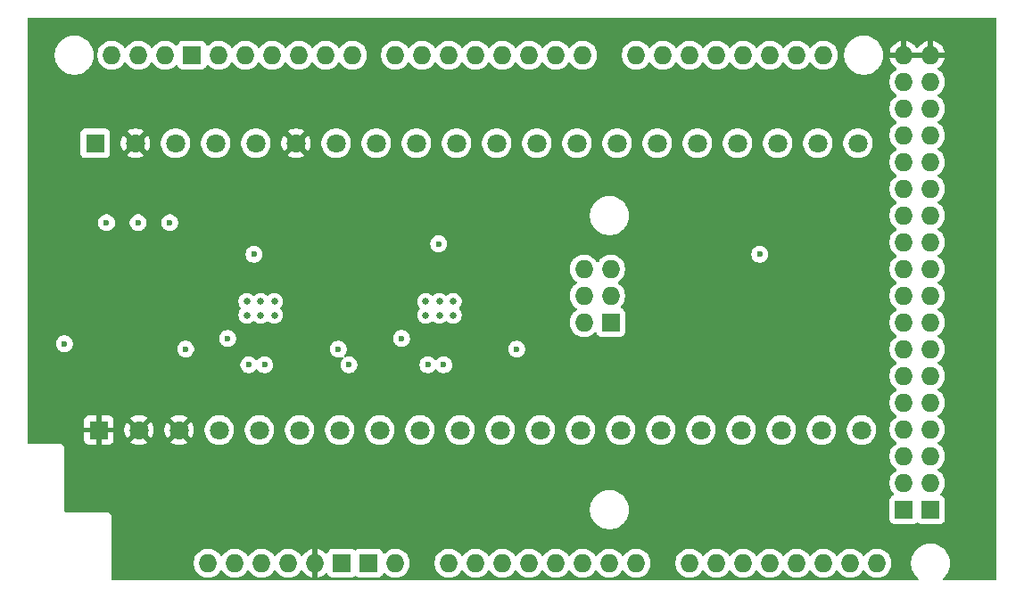
<source format=gbr>
%TF.GenerationSoftware,KiCad,Pcbnew,9.0.2*%
%TF.CreationDate,2025-06-29T11:55:11-05:00*%
%TF.ProjectId,k3ng-Rotator-v2,6b336e67-2d52-46f7-9461-746f722d7632,rev?*%
%TF.SameCoordinates,Original*%
%TF.FileFunction,Copper,L2,Inr*%
%TF.FilePolarity,Positive*%
%FSLAX46Y46*%
G04 Gerber Fmt 4.6, Leading zero omitted, Abs format (unit mm)*
G04 Created by KiCad (PCBNEW 9.0.2) date 2025-06-29 11:55:11*
%MOMM*%
%LPD*%
G01*
G04 APERTURE LIST*
%TA.AperFunction,ComponentPad*%
%ADD10R,1.800000X1.800000*%
%TD*%
%TA.AperFunction,ComponentPad*%
%ADD11C,1.800000*%
%TD*%
%TA.AperFunction,ComponentPad*%
%ADD12C,0.630000*%
%TD*%
%TA.AperFunction,ComponentPad*%
%ADD13O,1.727200X1.727200*%
%TD*%
%TA.AperFunction,ComponentPad*%
%ADD14R,1.727200X1.727200*%
%TD*%
%TA.AperFunction,ViaPad*%
%ADD15C,0.600000*%
%TD*%
G04 APERTURE END LIST*
D10*
%TO.N,GND*%
%TO.C,J2*%
X100437470Y-67957204D03*
D11*
%TO.N,+5V*%
X104247470Y-67957204D03*
%TO.N,GND*%
X108057470Y-67957204D03*
%TO.N,/AZEnc-A*%
X111867470Y-67957204D03*
%TO.N,/AZEnc-B*%
X115677470Y-67957204D03*
%TO.N,+5V*%
X119487470Y-67957204D03*
%TO.N,+12V*%
X123297470Y-67957204D03*
%TO.N,/ElevEnc-B*%
X127107470Y-67957204D03*
%TO.N,/ElevEnc-A*%
X130917470Y-67957204D03*
%TO.N,/AzM1*%
X134727470Y-67957204D03*
%TO.N,/AzM2*%
X138537470Y-67957204D03*
%TO.N,/ElvM2*%
X142347470Y-67957204D03*
%TO.N,/ElvM1*%
X146157470Y-67957204D03*
%TO.N,+12V*%
X149967470Y-67957204D03*
%TO.N,/D15*%
X153777470Y-67957204D03*
%TO.N,/D16*%
X157587470Y-67957204D03*
%TO.N,/D17*%
X161397470Y-67957204D03*
%TO.N,/SCL*%
X165207470Y-67957204D03*
%TO.N,/SDA*%
X169017470Y-67957204D03*
%TO.N,GND*%
X172827470Y-67957204D03*
%TD*%
D12*
%TO.N,GND*%
%TO.C,U1*%
X131795000Y-84275000D03*
X133095000Y-84275000D03*
X134395000Y-84275000D03*
X131795000Y-82975000D03*
X133095000Y-82975000D03*
X134395000Y-82975000D03*
%TD*%
%TO.N,GND*%
%TO.C,U2*%
X114824367Y-84275000D03*
X116124367Y-84275000D03*
X117424367Y-84275000D03*
X114824367Y-82975000D03*
X116124367Y-82975000D03*
X117424367Y-82975000D03*
%TD*%
D13*
%TO.N,+12V*%
%TO.C,A1*%
X128911500Y-107844237D03*
%TO.N,unconnected-(A1-PadSDA)*%
X104527500Y-59584237D03*
%TO.N,unconnected-(A1-PadSCL)*%
X101987500Y-59584237D03*
%TO.N,unconnected-(A1-SPI_SCK-PadSCK)*%
X146818500Y-82444237D03*
%TO.N,unconnected-(A1-SPI_RESET-PadRST2)*%
X146818500Y-84984237D03*
%TO.N,unconnected-(A1-RESET-PadRST1)*%
X116211500Y-107844237D03*
%TO.N,unconnected-(A1-SPI_MOSI-PadMOSI)*%
X149358500Y-82444237D03*
%TO.N,unconnected-(A1-SPI_MISO-PadMISO)*%
X146818500Y-79904237D03*
%TO.N,unconnected-(A1-IOREF-PadIORF)*%
X113671500Y-107844237D03*
D14*
%TO.N,GND*%
X179711500Y-102764237D03*
X177171500Y-102764237D03*
%TO.N,unconnected-(A1-SPI_GND-PadGND4)*%
X149358500Y-84984237D03*
%TO.N,GND*%
X126371500Y-107844237D03*
X123831500Y-107844237D03*
X109607500Y-59584237D03*
D13*
%TO.N,unconnected-(A1-D53_CS-PadD53)*%
X179711500Y-100224237D03*
%TO.N,unconnected-(A1-D52_SCK-PadD52)*%
X177171500Y-100224237D03*
%TO.N,unconnected-(A1-D51_MOSI-PadD51)*%
X179711500Y-97684237D03*
%TO.N,unconnected-(A1-D50_MISO-PadD50)*%
X177171500Y-97684237D03*
%TO.N,/LCD-D7*%
X179711500Y-95144237D03*
%TO.N,unconnected-(A1-PadD48)*%
X177171500Y-95144237D03*
%TO.N,/LCD-D6*%
X179711500Y-92604237D03*
%TO.N,unconnected-(A1-PadD46)*%
X177171500Y-92604237D03*
%TO.N,/LCD-D5*%
X179711500Y-90064237D03*
%TO.N,unconnected-(A1-PadD44)*%
X177171500Y-90064237D03*
%TO.N,/LCD-D4*%
X179711500Y-87524237D03*
%TO.N,unconnected-(A1-PadD42)*%
X177171500Y-87524237D03*
%TO.N,/LCD-RST*%
X179711500Y-84984237D03*
%TO.N,unconnected-(A1-PadD40)*%
X177171500Y-84984237D03*
%TO.N,/LCD-E*%
X179711500Y-82444237D03*
%TO.N,unconnected-(A1-PadD38)*%
X177171500Y-82444237D03*
%TO.N,unconnected-(A1-PadD37)*%
X179711500Y-79904237D03*
%TO.N,unconnected-(A1-PadD36)*%
X177171500Y-79904237D03*
%TO.N,unconnected-(A1-PadD35)*%
X179711500Y-77364237D03*
%TO.N,unconnected-(A1-PadD34)*%
X177171500Y-77364237D03*
%TO.N,unconnected-(A1-PadD33)*%
X179711500Y-74824237D03*
%TO.N,unconnected-(A1-PadD32)*%
X177171500Y-74824237D03*
%TO.N,unconnected-(A1-PadD31)*%
X179711500Y-72284237D03*
%TO.N,unconnected-(A1-PadD30)*%
X177171500Y-72284237D03*
%TO.N,unconnected-(A1-PadD29)*%
X179711500Y-69744237D03*
%TO.N,unconnected-(A1-PadD28)*%
X177171500Y-69744237D03*
%TO.N,unconnected-(A1-PadD27)*%
X179711500Y-67204237D03*
%TO.N,unconnected-(A1-PadD26)*%
X177171500Y-67204237D03*
%TO.N,unconnected-(A1-PadD25)*%
X179711500Y-64664237D03*
%TO.N,unconnected-(A1-PadD24)*%
X177171500Y-64664237D03*
%TO.N,unconnected-(A1-PadD23)*%
X179711500Y-62124237D03*
%TO.N,unconnected-(A1-PadD22)*%
X177171500Y-62124237D03*
%TO.N,/SDA*%
X169551500Y-59584237D03*
%TO.N,/SCL*%
X167011500Y-59584237D03*
%TO.N,/AZEnc-B*%
X164471500Y-59584237D03*
%TO.N,/AZEnc-A*%
X161931500Y-59584237D03*
%TO.N,/D17*%
X159391500Y-59584237D03*
%TO.N,/D16*%
X156851500Y-59584237D03*
%TO.N,/D15*%
X154311500Y-59584237D03*
%TO.N,unconnected-(A1-D14{slash}TX3-PadD14)*%
X151771500Y-59584237D03*
%TO.N,unconnected-(A1-PadD13)*%
X112147500Y-59584237D03*
%TO.N,unconnected-(A1-PadD12)*%
X114687500Y-59584237D03*
%TO.N,unconnected-(A1-PadD11)*%
X117227500Y-59584237D03*
%TO.N,unconnected-(A1-PadD10)*%
X119767500Y-59584237D03*
%TO.N,/ElvM1_In*%
X122307500Y-59584237D03*
%TO.N,/ElvM2_In*%
X124847500Y-59584237D03*
%TO.N,/AzM1_In*%
X128911500Y-59584237D03*
%TO.N,/AzM2_In*%
X131451500Y-59584237D03*
%TO.N,unconnected-(A1-PadD5)*%
X133991500Y-59584237D03*
%TO.N,unconnected-(A1-PadD4)*%
X136531500Y-59584237D03*
%TO.N,/ElevEnc-B*%
X139071500Y-59584237D03*
%TO.N,/ElevEnc-A*%
X141611500Y-59584237D03*
%TO.N,/Serial_TX*%
X144151500Y-59584237D03*
%TO.N,/Serial_RX*%
X146691500Y-59584237D03*
%TO.N,unconnected-(A1-PadAREF)*%
X107067500Y-59584237D03*
%TO.N,unconnected-(A1-PadA15)*%
X174631500Y-107844237D03*
%TO.N,unconnected-(A1-PadA14)*%
X172091500Y-107844237D03*
%TO.N,unconnected-(A1-PadA13)*%
X169551500Y-107844237D03*
%TO.N,unconnected-(A1-PadA12)*%
X167011500Y-107844237D03*
%TO.N,unconnected-(A1-PadA11)*%
X164471500Y-107844237D03*
%TO.N,unconnected-(A1-PadA10)*%
X161931500Y-107844237D03*
%TO.N,unconnected-(A1-PadA9)*%
X159391500Y-107844237D03*
%TO.N,unconnected-(A1-PadA8)*%
X156851500Y-107844237D03*
%TO.N,unconnected-(A1-PadA7)*%
X151771500Y-107844237D03*
%TO.N,unconnected-(A1-PadA6)*%
X149231500Y-107844237D03*
%TO.N,unconnected-(A1-PadA5)*%
X146691500Y-107844237D03*
%TO.N,unconnected-(A1-PadA4)*%
X144151500Y-107844237D03*
%TO.N,/SW-DWN*%
X141611500Y-107844237D03*
%TO.N,/SW-UP*%
X139071500Y-107844237D03*
%TO.N,/SW-CCW*%
X136531500Y-107844237D03*
%TO.N,/SW-CW*%
X133991500Y-107844237D03*
%TO.N,+5V*%
X179711500Y-59584237D03*
X177171500Y-59584237D03*
%TO.N,unconnected-(A1-SPI_5V-Pad5V2)*%
X149358500Y-79904237D03*
%TO.N,+5V*%
X121291500Y-107844237D03*
%TO.N,+3.3V*%
X118751500Y-107844237D03*
%TO.N,*%
X111131500Y-107844237D03*
%TD*%
D10*
%TO.N,+5V*%
%TO.C,J1*%
X100770148Y-95196454D03*
D11*
X104580148Y-95196454D03*
X108390148Y-95196454D03*
%TO.N,+3.3V*%
X112200148Y-95196454D03*
X116010148Y-95196454D03*
%TO.N,/LCD-RST*%
X119820148Y-95196454D03*
%TO.N,/LCD-E*%
X123630148Y-95196454D03*
%TO.N,/LCD-D7*%
X127440148Y-95196454D03*
%TO.N,/LCD-D6*%
X131250148Y-95196454D03*
%TO.N,/LCD-D5*%
X135060148Y-95196454D03*
%TO.N,/LCD-D4*%
X138870148Y-95196454D03*
%TO.N,/SW-CW*%
X142680148Y-95196454D03*
%TO.N,/SW-CCW*%
X146490148Y-95196454D03*
%TO.N,/SW-UP*%
X150300148Y-95196454D03*
%TO.N,/SW-DWN*%
X154110148Y-95196454D03*
%TO.N,/Serial_TX*%
X157920148Y-95196454D03*
%TO.N,/Serial_RX*%
X161730148Y-95196454D03*
%TO.N,GND*%
X165540148Y-95196454D03*
X169350148Y-95196454D03*
X173160148Y-95196454D03*
%TD*%
D15*
%TO.N,GND*%
X133011000Y-77500000D03*
X123500000Y-87500000D03*
X115500000Y-78500000D03*
X97500000Y-87000000D03*
X129500000Y-86500000D03*
X124500000Y-89000000D03*
X109000000Y-87500000D03*
X140440768Y-87500000D03*
X113000000Y-86500000D03*
%TO.N,+5V*%
X96000000Y-80500000D03*
X109000000Y-80500000D03*
%TO.N,/AzM2_In*%
X133500000Y-89000000D03*
%TO.N,/ElevEnc-B*%
X104500000Y-75500000D03*
%TO.N,/ElvM2_In*%
X116500000Y-89000000D03*
%TO.N,/AZEnc-B*%
X101500000Y-75500000D03*
%TO.N,+3.3V*%
X163500000Y-78500000D03*
%TO.N,/ElevEnc-A*%
X107500000Y-75500000D03*
%TO.N,/AzM1_In*%
X132000000Y-89000000D03*
%TO.N,/ElvM1_In*%
X115000000Y-89000000D03*
%TD*%
%TA.AperFunction,Conductor*%
%TO.N,+5V*%
G36*
X179238119Y-59388156D02*
G01*
X179203500Y-59517357D01*
X179203500Y-59651117D01*
X179238119Y-59780318D01*
X179269249Y-59834237D01*
X177613751Y-59834237D01*
X177644881Y-59780318D01*
X177679500Y-59651117D01*
X177679500Y-59517357D01*
X177644881Y-59388156D01*
X177613751Y-59334237D01*
X179269249Y-59334237D01*
X179238119Y-59388156D01*
G37*
%TD.AperFunction*%
%TA.AperFunction,Conductor*%
G36*
X185942539Y-56020185D02*
G01*
X185988294Y-56072989D01*
X185999500Y-56124500D01*
X185999500Y-109375500D01*
X185979815Y-109442539D01*
X185927011Y-109488294D01*
X185875500Y-109499500D01*
X180959391Y-109499500D01*
X180892352Y-109479815D01*
X180846597Y-109427011D01*
X180836653Y-109357853D01*
X180865678Y-109294297D01*
X180883905Y-109277124D01*
X180898204Y-109266151D01*
X180934238Y-109238502D01*
X181105765Y-109066975D01*
X181253436Y-108874526D01*
X181374724Y-108664449D01*
X181467554Y-108440337D01*
X181530338Y-108206026D01*
X181562000Y-107965525D01*
X181562000Y-107722949D01*
X181530338Y-107482448D01*
X181467554Y-107248137D01*
X181374724Y-107024025D01*
X181253436Y-106813948D01*
X181149105Y-106677981D01*
X181105766Y-106621500D01*
X181105760Y-106621493D01*
X180934243Y-106449976D01*
X180934236Y-106449970D01*
X180741793Y-106302304D01*
X180741792Y-106302303D01*
X180741789Y-106302301D01*
X180531712Y-106181013D01*
X180531705Y-106181010D01*
X180307604Y-106088184D01*
X180073285Y-106025398D01*
X179832789Y-105993737D01*
X179832788Y-105993737D01*
X179590212Y-105993737D01*
X179590211Y-105993737D01*
X179349714Y-106025398D01*
X179115395Y-106088184D01*
X178891294Y-106181010D01*
X178891285Y-106181014D01*
X178681206Y-106302304D01*
X178488763Y-106449970D01*
X178488756Y-106449976D01*
X178317239Y-106621493D01*
X178317233Y-106621500D01*
X178169567Y-106813943D01*
X178048277Y-107024022D01*
X178048273Y-107024031D01*
X177955447Y-107248132D01*
X177892661Y-107482451D01*
X177861000Y-107722948D01*
X177861000Y-107965525D01*
X177892661Y-108206022D01*
X177955447Y-108440341D01*
X178048273Y-108664442D01*
X178048276Y-108664449D01*
X178169564Y-108874526D01*
X178169566Y-108874529D01*
X178169567Y-108874530D01*
X178317233Y-109066973D01*
X178317239Y-109066980D01*
X178488756Y-109238497D01*
X178488763Y-109238503D01*
X178539095Y-109277124D01*
X178580298Y-109333551D01*
X178584453Y-109403297D01*
X178550241Y-109464218D01*
X178488524Y-109496971D01*
X178463609Y-109499500D01*
X102124500Y-109499500D01*
X102057461Y-109479815D01*
X102011706Y-109427011D01*
X102000500Y-109375500D01*
X102000500Y-107736880D01*
X109767400Y-107736880D01*
X109767400Y-107951594D01*
X109781453Y-108040318D01*
X109800989Y-108163665D01*
X109867337Y-108367867D01*
X109867338Y-108367870D01*
X109950924Y-108531915D01*
X109964817Y-108559181D01*
X110091023Y-108732888D01*
X110242849Y-108884714D01*
X110416556Y-109010920D01*
X110510388Y-109058729D01*
X110607866Y-109108398D01*
X110607869Y-109108399D01*
X110709970Y-109141573D01*
X110812073Y-109174748D01*
X111024143Y-109208337D01*
X111024144Y-109208337D01*
X111238856Y-109208337D01*
X111238857Y-109208337D01*
X111450927Y-109174748D01*
X111655133Y-109108398D01*
X111846444Y-109010920D01*
X112020151Y-108884714D01*
X112171977Y-108732888D01*
X112298183Y-108559181D01*
X112298183Y-108559180D01*
X112301047Y-108555239D01*
X112302978Y-108556642D01*
X112347427Y-108516315D01*
X112416340Y-108504795D01*
X112480542Y-108532362D01*
X112500978Y-108555946D01*
X112501953Y-108555239D01*
X112504816Y-108559180D01*
X112504817Y-108559181D01*
X112631023Y-108732888D01*
X112782849Y-108884714D01*
X112956556Y-109010920D01*
X113050388Y-109058729D01*
X113147866Y-109108398D01*
X113147869Y-109108399D01*
X113249970Y-109141573D01*
X113352073Y-109174748D01*
X113564143Y-109208337D01*
X113564144Y-109208337D01*
X113778856Y-109208337D01*
X113778857Y-109208337D01*
X113990927Y-109174748D01*
X114195133Y-109108398D01*
X114386444Y-109010920D01*
X114560151Y-108884714D01*
X114711977Y-108732888D01*
X114838183Y-108559181D01*
X114838183Y-108559180D01*
X114841047Y-108555239D01*
X114842978Y-108556642D01*
X114887427Y-108516315D01*
X114956340Y-108504795D01*
X115020542Y-108532362D01*
X115040978Y-108555946D01*
X115041953Y-108555239D01*
X115044816Y-108559180D01*
X115044817Y-108559181D01*
X115171023Y-108732888D01*
X115322849Y-108884714D01*
X115496556Y-109010920D01*
X115590388Y-109058729D01*
X115687866Y-109108398D01*
X115687869Y-109108399D01*
X115789970Y-109141573D01*
X115892073Y-109174748D01*
X116104143Y-109208337D01*
X116104144Y-109208337D01*
X116318856Y-109208337D01*
X116318857Y-109208337D01*
X116530927Y-109174748D01*
X116735133Y-109108398D01*
X116926444Y-109010920D01*
X117100151Y-108884714D01*
X117251977Y-108732888D01*
X117378183Y-108559181D01*
X117378183Y-108559180D01*
X117381047Y-108555239D01*
X117382978Y-108556642D01*
X117427427Y-108516315D01*
X117496340Y-108504795D01*
X117560542Y-108532362D01*
X117580978Y-108555946D01*
X117581953Y-108555239D01*
X117584816Y-108559180D01*
X117584817Y-108559181D01*
X117711023Y-108732888D01*
X117862849Y-108884714D01*
X118036556Y-109010920D01*
X118130388Y-109058729D01*
X118227866Y-109108398D01*
X118227869Y-109108399D01*
X118329970Y-109141573D01*
X118432073Y-109174748D01*
X118644143Y-109208337D01*
X118644144Y-109208337D01*
X118858856Y-109208337D01*
X118858857Y-109208337D01*
X119070927Y-109174748D01*
X119275133Y-109108398D01*
X119466444Y-109010920D01*
X119640151Y-108884714D01*
X119791977Y-108732888D01*
X119918183Y-108559181D01*
X119918183Y-108559180D01*
X119921047Y-108555239D01*
X119922839Y-108556541D01*
X119967766Y-108515814D01*
X120036684Y-108504322D01*
X120100875Y-108531915D01*
X120121471Y-108555637D01*
X120122380Y-108554977D01*
X120251406Y-108732564D01*
X120251406Y-108732565D01*
X120403171Y-108884330D01*
X120576817Y-109010492D01*
X120768054Y-109107933D01*
X120972183Y-109174259D01*
X121041500Y-109185237D01*
X121041500Y-108286488D01*
X121095419Y-108317618D01*
X121224620Y-108352237D01*
X121358380Y-108352237D01*
X121487581Y-108317618D01*
X121541500Y-108286488D01*
X121541500Y-109185236D01*
X121610816Y-109174259D01*
X121814945Y-109107933D01*
X122006182Y-109010492D01*
X122179824Y-108884333D01*
X122276258Y-108787899D01*
X122337581Y-108754414D01*
X122407273Y-108759398D01*
X122463207Y-108801269D01*
X122480122Y-108832247D01*
X122524102Y-108950165D01*
X122524106Y-108950172D01*
X122610352Y-109065381D01*
X122610355Y-109065384D01*
X122725564Y-109151630D01*
X122725571Y-109151634D01*
X122860417Y-109201928D01*
X122860416Y-109201928D01*
X122867344Y-109202672D01*
X122920027Y-109208337D01*
X124742972Y-109208336D01*
X124802583Y-109201928D01*
X124937431Y-109151633D01*
X125027189Y-109084439D01*
X125092653Y-109060023D01*
X125160926Y-109074874D01*
X125175809Y-109084439D01*
X125207815Y-109108398D01*
X125265569Y-109151633D01*
X125265571Y-109151634D01*
X125400417Y-109201928D01*
X125400416Y-109201928D01*
X125407344Y-109202672D01*
X125460027Y-109208337D01*
X127282972Y-109208336D01*
X127342583Y-109201928D01*
X127477431Y-109151633D01*
X127592646Y-109065383D01*
X127678896Y-108950168D01*
X127722686Y-108832760D01*
X127764555Y-108776828D01*
X127830019Y-108752410D01*
X127898292Y-108767261D01*
X127926548Y-108788413D01*
X128022849Y-108884714D01*
X128196556Y-109010920D01*
X128290388Y-109058729D01*
X128387866Y-109108398D01*
X128387869Y-109108399D01*
X128489970Y-109141573D01*
X128592073Y-109174748D01*
X128804143Y-109208337D01*
X128804144Y-109208337D01*
X129018856Y-109208337D01*
X129018857Y-109208337D01*
X129230927Y-109174748D01*
X129435133Y-109108398D01*
X129626444Y-109010920D01*
X129800151Y-108884714D01*
X129951977Y-108732888D01*
X130078183Y-108559181D01*
X130175661Y-108367870D01*
X130242011Y-108163664D01*
X130275600Y-107951594D01*
X130275600Y-107736880D01*
X132627400Y-107736880D01*
X132627400Y-107951594D01*
X132641453Y-108040318D01*
X132660989Y-108163665D01*
X132727337Y-108367867D01*
X132727338Y-108367870D01*
X132810924Y-108531915D01*
X132824817Y-108559181D01*
X132951023Y-108732888D01*
X133102849Y-108884714D01*
X133276556Y-109010920D01*
X133370388Y-109058729D01*
X133467866Y-109108398D01*
X133467869Y-109108399D01*
X133569970Y-109141573D01*
X133672073Y-109174748D01*
X133884143Y-109208337D01*
X133884144Y-109208337D01*
X134098856Y-109208337D01*
X134098857Y-109208337D01*
X134310927Y-109174748D01*
X134515133Y-109108398D01*
X134706444Y-109010920D01*
X134880151Y-108884714D01*
X135031977Y-108732888D01*
X135158183Y-108559181D01*
X135158183Y-108559180D01*
X135161047Y-108555239D01*
X135162978Y-108556642D01*
X135207427Y-108516315D01*
X135276340Y-108504795D01*
X135340542Y-108532362D01*
X135360978Y-108555946D01*
X135361953Y-108555239D01*
X135364816Y-108559180D01*
X135364817Y-108559181D01*
X135491023Y-108732888D01*
X135642849Y-108884714D01*
X135816556Y-109010920D01*
X135910388Y-109058729D01*
X136007866Y-109108398D01*
X136007869Y-109108399D01*
X136109970Y-109141573D01*
X136212073Y-109174748D01*
X136424143Y-109208337D01*
X136424144Y-109208337D01*
X136638856Y-109208337D01*
X136638857Y-109208337D01*
X136850927Y-109174748D01*
X137055133Y-109108398D01*
X137246444Y-109010920D01*
X137420151Y-108884714D01*
X137571977Y-108732888D01*
X137698183Y-108559181D01*
X137698183Y-108559180D01*
X137701047Y-108555239D01*
X137702978Y-108556642D01*
X137747427Y-108516315D01*
X137816340Y-108504795D01*
X137880542Y-108532362D01*
X137900978Y-108555946D01*
X137901953Y-108555239D01*
X137904816Y-108559180D01*
X137904817Y-108559181D01*
X138031023Y-108732888D01*
X138182849Y-108884714D01*
X138356556Y-109010920D01*
X138450388Y-109058729D01*
X138547866Y-109108398D01*
X138547869Y-109108399D01*
X138649970Y-109141573D01*
X138752073Y-109174748D01*
X138964143Y-109208337D01*
X138964144Y-109208337D01*
X139178856Y-109208337D01*
X139178857Y-109208337D01*
X139390927Y-109174748D01*
X139595133Y-109108398D01*
X139786444Y-109010920D01*
X139960151Y-108884714D01*
X140111977Y-108732888D01*
X140238183Y-108559181D01*
X140238183Y-108559180D01*
X140241047Y-108555239D01*
X140242978Y-108556642D01*
X140287427Y-108516315D01*
X140356340Y-108504795D01*
X140420542Y-108532362D01*
X140440978Y-108555946D01*
X140441953Y-108555239D01*
X140444816Y-108559180D01*
X140444817Y-108559181D01*
X140571023Y-108732888D01*
X140722849Y-108884714D01*
X140896556Y-109010920D01*
X140990388Y-109058729D01*
X141087866Y-109108398D01*
X141087869Y-109108399D01*
X141189970Y-109141573D01*
X141292073Y-109174748D01*
X141504143Y-109208337D01*
X141504144Y-109208337D01*
X141718856Y-109208337D01*
X141718857Y-109208337D01*
X141930927Y-109174748D01*
X142135133Y-109108398D01*
X142326444Y-109010920D01*
X142500151Y-108884714D01*
X142651977Y-108732888D01*
X142778183Y-108559181D01*
X142778183Y-108559180D01*
X142781047Y-108555239D01*
X142782978Y-108556642D01*
X142827427Y-108516315D01*
X142896340Y-108504795D01*
X142960542Y-108532362D01*
X142980978Y-108555946D01*
X142981953Y-108555239D01*
X142984816Y-108559180D01*
X142984817Y-108559181D01*
X143111023Y-108732888D01*
X143262849Y-108884714D01*
X143436556Y-109010920D01*
X143530388Y-109058729D01*
X143627866Y-109108398D01*
X143627869Y-109108399D01*
X143729970Y-109141573D01*
X143832073Y-109174748D01*
X144044143Y-109208337D01*
X144044144Y-109208337D01*
X144258856Y-109208337D01*
X144258857Y-109208337D01*
X144470927Y-109174748D01*
X144675133Y-109108398D01*
X144866444Y-109010920D01*
X145040151Y-108884714D01*
X145191977Y-108732888D01*
X145318183Y-108559181D01*
X145318183Y-108559180D01*
X145321047Y-108555239D01*
X145322978Y-108556642D01*
X145367427Y-108516315D01*
X145436340Y-108504795D01*
X145500542Y-108532362D01*
X145520978Y-108555946D01*
X145521953Y-108555239D01*
X145524816Y-108559180D01*
X145524817Y-108559181D01*
X145651023Y-108732888D01*
X145802849Y-108884714D01*
X145976556Y-109010920D01*
X146070388Y-109058729D01*
X146167866Y-109108398D01*
X146167869Y-109108399D01*
X146269970Y-109141573D01*
X146372073Y-109174748D01*
X146584143Y-109208337D01*
X146584144Y-109208337D01*
X146798856Y-109208337D01*
X146798857Y-109208337D01*
X147010927Y-109174748D01*
X147215133Y-109108398D01*
X147406444Y-109010920D01*
X147580151Y-108884714D01*
X147731977Y-108732888D01*
X147858183Y-108559181D01*
X147858183Y-108559180D01*
X147861047Y-108555239D01*
X147862978Y-108556642D01*
X147907427Y-108516315D01*
X147976340Y-108504795D01*
X148040542Y-108532362D01*
X148060978Y-108555946D01*
X148061953Y-108555239D01*
X148064816Y-108559180D01*
X148064817Y-108559181D01*
X148191023Y-108732888D01*
X148342849Y-108884714D01*
X148516556Y-109010920D01*
X148610388Y-109058729D01*
X148707866Y-109108398D01*
X148707869Y-109108399D01*
X148809970Y-109141573D01*
X148912073Y-109174748D01*
X149124143Y-109208337D01*
X149124144Y-109208337D01*
X149338856Y-109208337D01*
X149338857Y-109208337D01*
X149550927Y-109174748D01*
X149755133Y-109108398D01*
X149946444Y-109010920D01*
X150120151Y-108884714D01*
X150271977Y-108732888D01*
X150398183Y-108559181D01*
X150398183Y-108559180D01*
X150401047Y-108555239D01*
X150402978Y-108556642D01*
X150447427Y-108516315D01*
X150516340Y-108504795D01*
X150580542Y-108532362D01*
X150600978Y-108555946D01*
X150601953Y-108555239D01*
X150604816Y-108559180D01*
X150604817Y-108559181D01*
X150731023Y-108732888D01*
X150882849Y-108884714D01*
X151056556Y-109010920D01*
X151150388Y-109058729D01*
X151247866Y-109108398D01*
X151247869Y-109108399D01*
X151349970Y-109141573D01*
X151452073Y-109174748D01*
X151664143Y-109208337D01*
X151664144Y-109208337D01*
X151878856Y-109208337D01*
X151878857Y-109208337D01*
X152090927Y-109174748D01*
X152295133Y-109108398D01*
X152486444Y-109010920D01*
X152660151Y-108884714D01*
X152811977Y-108732888D01*
X152938183Y-108559181D01*
X153035661Y-108367870D01*
X153102011Y-108163664D01*
X153135600Y-107951594D01*
X153135600Y-107736880D01*
X155487400Y-107736880D01*
X155487400Y-107951594D01*
X155501453Y-108040318D01*
X155520989Y-108163665D01*
X155587337Y-108367867D01*
X155587338Y-108367870D01*
X155670924Y-108531915D01*
X155684817Y-108559181D01*
X155811023Y-108732888D01*
X155962849Y-108884714D01*
X156136556Y-109010920D01*
X156230388Y-109058729D01*
X156327866Y-109108398D01*
X156327869Y-109108399D01*
X156429970Y-109141573D01*
X156532073Y-109174748D01*
X156744143Y-109208337D01*
X156744144Y-109208337D01*
X156958856Y-109208337D01*
X156958857Y-109208337D01*
X157170927Y-109174748D01*
X157375133Y-109108398D01*
X157566444Y-109010920D01*
X157740151Y-108884714D01*
X157891977Y-108732888D01*
X158018183Y-108559181D01*
X158018183Y-108559180D01*
X158021047Y-108555239D01*
X158022978Y-108556642D01*
X158067427Y-108516315D01*
X158136340Y-108504795D01*
X158200542Y-108532362D01*
X158220978Y-108555946D01*
X158221953Y-108555239D01*
X158224816Y-108559180D01*
X158224817Y-108559181D01*
X158351023Y-108732888D01*
X158502849Y-108884714D01*
X158676556Y-109010920D01*
X158770388Y-109058729D01*
X158867866Y-109108398D01*
X158867869Y-109108399D01*
X158969970Y-109141573D01*
X159072073Y-109174748D01*
X159284143Y-109208337D01*
X159284144Y-109208337D01*
X159498856Y-109208337D01*
X159498857Y-109208337D01*
X159710927Y-109174748D01*
X159915133Y-109108398D01*
X160106444Y-109010920D01*
X160280151Y-108884714D01*
X160431977Y-108732888D01*
X160558183Y-108559181D01*
X160558183Y-108559180D01*
X160561047Y-108555239D01*
X160562978Y-108556642D01*
X160607427Y-108516315D01*
X160676340Y-108504795D01*
X160740542Y-108532362D01*
X160760978Y-108555946D01*
X160761953Y-108555239D01*
X160764816Y-108559180D01*
X160764817Y-108559181D01*
X160891023Y-108732888D01*
X161042849Y-108884714D01*
X161216556Y-109010920D01*
X161310388Y-109058729D01*
X161407866Y-109108398D01*
X161407869Y-109108399D01*
X161509970Y-109141573D01*
X161612073Y-109174748D01*
X161824143Y-109208337D01*
X161824144Y-109208337D01*
X162038856Y-109208337D01*
X162038857Y-109208337D01*
X162250927Y-109174748D01*
X162455133Y-109108398D01*
X162646444Y-109010920D01*
X162820151Y-108884714D01*
X162971977Y-108732888D01*
X163098183Y-108559181D01*
X163098183Y-108559180D01*
X163101047Y-108555239D01*
X163102978Y-108556642D01*
X163147427Y-108516315D01*
X163216340Y-108504795D01*
X163280542Y-108532362D01*
X163300978Y-108555946D01*
X163301953Y-108555239D01*
X163304816Y-108559180D01*
X163304817Y-108559181D01*
X163431023Y-108732888D01*
X163582849Y-108884714D01*
X163756556Y-109010920D01*
X163850388Y-109058729D01*
X163947866Y-109108398D01*
X163947869Y-109108399D01*
X164049970Y-109141573D01*
X164152073Y-109174748D01*
X164364143Y-109208337D01*
X164364144Y-109208337D01*
X164578856Y-109208337D01*
X164578857Y-109208337D01*
X164790927Y-109174748D01*
X164995133Y-109108398D01*
X165186444Y-109010920D01*
X165360151Y-108884714D01*
X165511977Y-108732888D01*
X165638183Y-108559181D01*
X165638183Y-108559180D01*
X165641047Y-108555239D01*
X165642978Y-108556642D01*
X165687427Y-108516315D01*
X165756340Y-108504795D01*
X165820542Y-108532362D01*
X165840978Y-108555946D01*
X165841953Y-108555239D01*
X165844816Y-108559180D01*
X165844817Y-108559181D01*
X165971023Y-108732888D01*
X166122849Y-108884714D01*
X166296556Y-109010920D01*
X166390388Y-109058729D01*
X166487866Y-109108398D01*
X166487869Y-109108399D01*
X166589970Y-109141573D01*
X166692073Y-109174748D01*
X166904143Y-109208337D01*
X166904144Y-109208337D01*
X167118856Y-109208337D01*
X167118857Y-109208337D01*
X167330927Y-109174748D01*
X167535133Y-109108398D01*
X167726444Y-109010920D01*
X167900151Y-108884714D01*
X168051977Y-108732888D01*
X168178183Y-108559181D01*
X168178183Y-108559180D01*
X168181047Y-108555239D01*
X168182978Y-108556642D01*
X168227427Y-108516315D01*
X168296340Y-108504795D01*
X168360542Y-108532362D01*
X168380978Y-108555946D01*
X168381953Y-108555239D01*
X168384816Y-108559180D01*
X168384817Y-108559181D01*
X168511023Y-108732888D01*
X168662849Y-108884714D01*
X168836556Y-109010920D01*
X168930388Y-109058729D01*
X169027866Y-109108398D01*
X169027869Y-109108399D01*
X169129970Y-109141573D01*
X169232073Y-109174748D01*
X169444143Y-109208337D01*
X169444144Y-109208337D01*
X169658856Y-109208337D01*
X169658857Y-109208337D01*
X169870927Y-109174748D01*
X170075133Y-109108398D01*
X170266444Y-109010920D01*
X170440151Y-108884714D01*
X170591977Y-108732888D01*
X170718183Y-108559181D01*
X170718183Y-108559180D01*
X170721047Y-108555239D01*
X170722978Y-108556642D01*
X170767427Y-108516315D01*
X170836340Y-108504795D01*
X170900542Y-108532362D01*
X170920978Y-108555946D01*
X170921953Y-108555239D01*
X170924816Y-108559180D01*
X170924817Y-108559181D01*
X171051023Y-108732888D01*
X171202849Y-108884714D01*
X171376556Y-109010920D01*
X171470388Y-109058729D01*
X171567866Y-109108398D01*
X171567869Y-109108399D01*
X171669970Y-109141573D01*
X171772073Y-109174748D01*
X171984143Y-109208337D01*
X171984144Y-109208337D01*
X172198856Y-109208337D01*
X172198857Y-109208337D01*
X172410927Y-109174748D01*
X172615133Y-109108398D01*
X172806444Y-109010920D01*
X172980151Y-108884714D01*
X173131977Y-108732888D01*
X173258183Y-108559181D01*
X173258183Y-108559180D01*
X173261047Y-108555239D01*
X173262978Y-108556642D01*
X173307427Y-108516315D01*
X173376340Y-108504795D01*
X173440542Y-108532362D01*
X173460978Y-108555946D01*
X173461953Y-108555239D01*
X173464816Y-108559180D01*
X173464817Y-108559181D01*
X173591023Y-108732888D01*
X173742849Y-108884714D01*
X173916556Y-109010920D01*
X174010388Y-109058729D01*
X174107866Y-109108398D01*
X174107869Y-109108399D01*
X174209970Y-109141573D01*
X174312073Y-109174748D01*
X174524143Y-109208337D01*
X174524144Y-109208337D01*
X174738856Y-109208337D01*
X174738857Y-109208337D01*
X174950927Y-109174748D01*
X175155133Y-109108398D01*
X175346444Y-109010920D01*
X175520151Y-108884714D01*
X175671977Y-108732888D01*
X175798183Y-108559181D01*
X175895661Y-108367870D01*
X175962011Y-108163664D01*
X175995600Y-107951594D01*
X175995600Y-107736880D01*
X175962011Y-107524810D01*
X175901500Y-107338574D01*
X175895662Y-107320606D01*
X175895661Y-107320603D01*
X175825878Y-107183648D01*
X175798183Y-107129293D01*
X175671977Y-106955586D01*
X175520151Y-106803760D01*
X175346444Y-106677554D01*
X175155133Y-106580075D01*
X175155130Y-106580074D01*
X174950928Y-106513726D01*
X174779321Y-106486546D01*
X174738857Y-106480137D01*
X174524143Y-106480137D01*
X174483685Y-106486545D01*
X174312071Y-106513726D01*
X174107869Y-106580074D01*
X174107866Y-106580075D01*
X173916555Y-106677554D01*
X173832933Y-106738310D01*
X173742849Y-106803760D01*
X173742847Y-106803762D01*
X173742846Y-106803762D01*
X173591025Y-106955583D01*
X173591025Y-106955584D01*
X173591023Y-106955586D01*
X173541301Y-107024022D01*
X173461953Y-107133235D01*
X173460062Y-107131861D01*
X173415348Y-107172267D01*
X173346411Y-107183648D01*
X173282265Y-107155952D01*
X173261988Y-107132551D01*
X173261047Y-107133235D01*
X173258182Y-107129292D01*
X173131977Y-106955586D01*
X172980151Y-106803760D01*
X172806444Y-106677554D01*
X172615133Y-106580075D01*
X172615130Y-106580074D01*
X172410928Y-106513726D01*
X172239321Y-106486546D01*
X172198857Y-106480137D01*
X171984143Y-106480137D01*
X171943685Y-106486545D01*
X171772071Y-106513726D01*
X171567869Y-106580074D01*
X171567866Y-106580075D01*
X171376555Y-106677554D01*
X171292933Y-106738310D01*
X171202849Y-106803760D01*
X171202847Y-106803762D01*
X171202846Y-106803762D01*
X171051025Y-106955583D01*
X171051025Y-106955584D01*
X171051023Y-106955586D01*
X171001301Y-107024022D01*
X170921953Y-107133235D01*
X170920062Y-107131861D01*
X170875348Y-107172267D01*
X170806411Y-107183648D01*
X170742265Y-107155952D01*
X170721988Y-107132551D01*
X170721047Y-107133235D01*
X170718182Y-107129292D01*
X170591977Y-106955586D01*
X170440151Y-106803760D01*
X170266444Y-106677554D01*
X170075133Y-106580075D01*
X170075130Y-106580074D01*
X169870928Y-106513726D01*
X169699321Y-106486546D01*
X169658857Y-106480137D01*
X169444143Y-106480137D01*
X169403685Y-106486545D01*
X169232071Y-106513726D01*
X169027869Y-106580074D01*
X169027866Y-106580075D01*
X168836555Y-106677554D01*
X168752933Y-106738310D01*
X168662849Y-106803760D01*
X168662847Y-106803762D01*
X168662846Y-106803762D01*
X168511025Y-106955583D01*
X168511025Y-106955584D01*
X168511023Y-106955586D01*
X168461301Y-107024022D01*
X168381953Y-107133235D01*
X168380062Y-107131861D01*
X168335348Y-107172267D01*
X168266411Y-107183648D01*
X168202265Y-107155952D01*
X168181988Y-107132551D01*
X168181047Y-107133235D01*
X168178182Y-107129292D01*
X168051977Y-106955586D01*
X167900151Y-106803760D01*
X167726444Y-106677554D01*
X167535133Y-106580075D01*
X167535130Y-106580074D01*
X167330928Y-106513726D01*
X167159321Y-106486546D01*
X167118857Y-106480137D01*
X166904143Y-106480137D01*
X166863685Y-106486545D01*
X166692071Y-106513726D01*
X166487869Y-106580074D01*
X166487866Y-106580075D01*
X166296555Y-106677554D01*
X166212933Y-106738310D01*
X166122849Y-106803760D01*
X166122847Y-106803762D01*
X166122846Y-106803762D01*
X165971025Y-106955583D01*
X165971025Y-106955584D01*
X165971023Y-106955586D01*
X165921301Y-107024022D01*
X165841953Y-107133235D01*
X165840062Y-107131861D01*
X165795348Y-107172267D01*
X165726411Y-107183648D01*
X165662265Y-107155952D01*
X165641988Y-107132551D01*
X165641047Y-107133235D01*
X165638182Y-107129292D01*
X165511977Y-106955586D01*
X165360151Y-106803760D01*
X165186444Y-106677554D01*
X164995133Y-106580075D01*
X164995130Y-106580074D01*
X164790928Y-106513726D01*
X164619321Y-106486546D01*
X164578857Y-106480137D01*
X164364143Y-106480137D01*
X164323685Y-106486545D01*
X164152071Y-106513726D01*
X163947869Y-106580074D01*
X163947866Y-106580075D01*
X163756555Y-106677554D01*
X163672933Y-106738310D01*
X163582849Y-106803760D01*
X163582847Y-106803762D01*
X163582846Y-106803762D01*
X163431025Y-106955583D01*
X163431025Y-106955584D01*
X163431023Y-106955586D01*
X163381301Y-107024022D01*
X163301953Y-107133235D01*
X163300062Y-107131861D01*
X163255348Y-107172267D01*
X163186411Y-107183648D01*
X163122265Y-107155952D01*
X163101988Y-107132551D01*
X163101047Y-107133235D01*
X163098182Y-107129292D01*
X162971977Y-106955586D01*
X162820151Y-106803760D01*
X162646444Y-106677554D01*
X162455133Y-106580075D01*
X162455130Y-106580074D01*
X162250928Y-106513726D01*
X162079321Y-106486546D01*
X162038857Y-106480137D01*
X161824143Y-106480137D01*
X161783685Y-106486545D01*
X161612071Y-106513726D01*
X161407869Y-106580074D01*
X161407866Y-106580075D01*
X161216555Y-106677554D01*
X161132933Y-106738310D01*
X161042849Y-106803760D01*
X161042847Y-106803762D01*
X161042846Y-106803762D01*
X160891025Y-106955583D01*
X160891025Y-106955584D01*
X160891023Y-106955586D01*
X160841301Y-107024022D01*
X160761953Y-107133235D01*
X160760062Y-107131861D01*
X160715348Y-107172267D01*
X160646411Y-107183648D01*
X160582265Y-107155952D01*
X160561988Y-107132551D01*
X160561047Y-107133235D01*
X160558182Y-107129292D01*
X160431977Y-106955586D01*
X160280151Y-106803760D01*
X160106444Y-106677554D01*
X159915133Y-106580075D01*
X159915130Y-106580074D01*
X159710928Y-106513726D01*
X159539321Y-106486546D01*
X159498857Y-106480137D01*
X159284143Y-106480137D01*
X159243685Y-106486545D01*
X159072071Y-106513726D01*
X158867869Y-106580074D01*
X158867866Y-106580075D01*
X158676555Y-106677554D01*
X158592933Y-106738310D01*
X158502849Y-106803760D01*
X158502847Y-106803762D01*
X158502846Y-106803762D01*
X158351025Y-106955583D01*
X158351025Y-106955584D01*
X158351023Y-106955586D01*
X158301301Y-107024022D01*
X158221953Y-107133235D01*
X158220062Y-107131861D01*
X158175348Y-107172267D01*
X158106411Y-107183648D01*
X158042265Y-107155952D01*
X158021988Y-107132551D01*
X158021047Y-107133235D01*
X158018182Y-107129292D01*
X157891977Y-106955586D01*
X157740151Y-106803760D01*
X157566444Y-106677554D01*
X157375133Y-106580075D01*
X157375130Y-106580074D01*
X157170928Y-106513726D01*
X156999321Y-106486546D01*
X156958857Y-106480137D01*
X156744143Y-106480137D01*
X156703685Y-106486545D01*
X156532071Y-106513726D01*
X156327869Y-106580074D01*
X156327866Y-106580075D01*
X156136555Y-106677554D01*
X156052933Y-106738310D01*
X155962849Y-106803760D01*
X155962847Y-106803762D01*
X155962846Y-106803762D01*
X155811025Y-106955583D01*
X155811025Y-106955584D01*
X155811023Y-106955586D01*
X155761301Y-107024022D01*
X155684817Y-107129292D01*
X155587338Y-107320603D01*
X155587337Y-107320606D01*
X155520989Y-107524808D01*
X155520989Y-107524810D01*
X155487400Y-107736880D01*
X153135600Y-107736880D01*
X153102011Y-107524810D01*
X153041500Y-107338574D01*
X153035662Y-107320606D01*
X153035661Y-107320603D01*
X152965878Y-107183648D01*
X152938183Y-107129293D01*
X152811977Y-106955586D01*
X152660151Y-106803760D01*
X152486444Y-106677554D01*
X152295133Y-106580075D01*
X152295130Y-106580074D01*
X152090928Y-106513726D01*
X151919321Y-106486546D01*
X151878857Y-106480137D01*
X151664143Y-106480137D01*
X151623685Y-106486545D01*
X151452071Y-106513726D01*
X151247869Y-106580074D01*
X151247866Y-106580075D01*
X151056555Y-106677554D01*
X150972933Y-106738310D01*
X150882849Y-106803760D01*
X150882847Y-106803762D01*
X150882846Y-106803762D01*
X150731025Y-106955583D01*
X150731025Y-106955584D01*
X150731023Y-106955586D01*
X150681301Y-107024022D01*
X150601953Y-107133235D01*
X150600062Y-107131861D01*
X150555348Y-107172267D01*
X150486411Y-107183648D01*
X150422265Y-107155952D01*
X150401988Y-107132551D01*
X150401047Y-107133235D01*
X150398182Y-107129292D01*
X150271977Y-106955586D01*
X150120151Y-106803760D01*
X149946444Y-106677554D01*
X149755133Y-106580075D01*
X149755130Y-106580074D01*
X149550928Y-106513726D01*
X149379321Y-106486546D01*
X149338857Y-106480137D01*
X149124143Y-106480137D01*
X149083685Y-106486545D01*
X148912071Y-106513726D01*
X148707869Y-106580074D01*
X148707866Y-106580075D01*
X148516555Y-106677554D01*
X148432933Y-106738310D01*
X148342849Y-106803760D01*
X148342847Y-106803762D01*
X148342846Y-106803762D01*
X148191025Y-106955583D01*
X148191025Y-106955584D01*
X148191023Y-106955586D01*
X148141301Y-107024022D01*
X148061953Y-107133235D01*
X148060062Y-107131861D01*
X148015348Y-107172267D01*
X147946411Y-107183648D01*
X147882265Y-107155952D01*
X147861988Y-107132551D01*
X147861047Y-107133235D01*
X147858182Y-107129292D01*
X147731977Y-106955586D01*
X147580151Y-106803760D01*
X147406444Y-106677554D01*
X147215133Y-106580075D01*
X147215130Y-106580074D01*
X147010928Y-106513726D01*
X146839321Y-106486546D01*
X146798857Y-106480137D01*
X146584143Y-106480137D01*
X146543685Y-106486545D01*
X146372071Y-106513726D01*
X146167869Y-106580074D01*
X146167866Y-106580075D01*
X145976555Y-106677554D01*
X145892933Y-106738310D01*
X145802849Y-106803760D01*
X145802847Y-106803762D01*
X145802846Y-106803762D01*
X145651025Y-106955583D01*
X145651025Y-106955584D01*
X145651023Y-106955586D01*
X145601301Y-107024022D01*
X145521953Y-107133235D01*
X145520062Y-107131861D01*
X145475348Y-107172267D01*
X145406411Y-107183648D01*
X145342265Y-107155952D01*
X145321988Y-107132551D01*
X145321047Y-107133235D01*
X145318182Y-107129292D01*
X145191977Y-106955586D01*
X145040151Y-106803760D01*
X144866444Y-106677554D01*
X144675133Y-106580075D01*
X144675130Y-106580074D01*
X144470928Y-106513726D01*
X144299321Y-106486546D01*
X144258857Y-106480137D01*
X144044143Y-106480137D01*
X144003685Y-106486545D01*
X143832071Y-106513726D01*
X143627869Y-106580074D01*
X143627866Y-106580075D01*
X143436555Y-106677554D01*
X143352933Y-106738310D01*
X143262849Y-106803760D01*
X143262847Y-106803762D01*
X143262846Y-106803762D01*
X143111025Y-106955583D01*
X143111025Y-106955584D01*
X143111023Y-106955586D01*
X143061301Y-107024022D01*
X142981953Y-107133235D01*
X142980062Y-107131861D01*
X142935348Y-107172267D01*
X142866411Y-107183648D01*
X142802265Y-107155952D01*
X142781988Y-107132551D01*
X142781047Y-107133235D01*
X142778182Y-107129292D01*
X142651977Y-106955586D01*
X142500151Y-106803760D01*
X142326444Y-106677554D01*
X142135133Y-106580075D01*
X142135130Y-106580074D01*
X141930928Y-106513726D01*
X141759321Y-106486546D01*
X141718857Y-106480137D01*
X141504143Y-106480137D01*
X141463685Y-106486545D01*
X141292071Y-106513726D01*
X141087869Y-106580074D01*
X141087866Y-106580075D01*
X140896555Y-106677554D01*
X140812933Y-106738310D01*
X140722849Y-106803760D01*
X140722847Y-106803762D01*
X140722846Y-106803762D01*
X140571025Y-106955583D01*
X140571025Y-106955584D01*
X140571023Y-106955586D01*
X140521301Y-107024022D01*
X140441953Y-107133235D01*
X140440062Y-107131861D01*
X140395348Y-107172267D01*
X140326411Y-107183648D01*
X140262265Y-107155952D01*
X140241988Y-107132551D01*
X140241047Y-107133235D01*
X140238182Y-107129292D01*
X140111977Y-106955586D01*
X139960151Y-106803760D01*
X139786444Y-106677554D01*
X139595133Y-106580075D01*
X139595130Y-106580074D01*
X139390928Y-106513726D01*
X139219321Y-106486546D01*
X139178857Y-106480137D01*
X138964143Y-106480137D01*
X138923685Y-106486545D01*
X138752071Y-106513726D01*
X138547869Y-106580074D01*
X138547866Y-106580075D01*
X138356555Y-106677554D01*
X138272933Y-106738310D01*
X138182849Y-106803760D01*
X138182847Y-106803762D01*
X138182846Y-106803762D01*
X138031025Y-106955583D01*
X138031025Y-106955584D01*
X138031023Y-106955586D01*
X137981301Y-107024022D01*
X137901953Y-107133235D01*
X137900062Y-107131861D01*
X137855348Y-107172267D01*
X137786411Y-107183648D01*
X137722265Y-107155952D01*
X137701988Y-107132551D01*
X137701047Y-107133235D01*
X137698182Y-107129292D01*
X137571977Y-106955586D01*
X137420151Y-106803760D01*
X137246444Y-106677554D01*
X137055133Y-106580075D01*
X137055130Y-106580074D01*
X136850928Y-106513726D01*
X136679321Y-106486546D01*
X136638857Y-106480137D01*
X136424143Y-106480137D01*
X136383685Y-106486545D01*
X136212071Y-106513726D01*
X136007869Y-106580074D01*
X136007866Y-106580075D01*
X135816555Y-106677554D01*
X135732933Y-106738310D01*
X135642849Y-106803760D01*
X135642847Y-106803762D01*
X135642846Y-106803762D01*
X135491025Y-106955583D01*
X135491025Y-106955584D01*
X135491023Y-106955586D01*
X135441301Y-107024022D01*
X135361953Y-107133235D01*
X135360062Y-107131861D01*
X135315348Y-107172267D01*
X135246411Y-107183648D01*
X135182265Y-107155952D01*
X135161988Y-107132551D01*
X135161047Y-107133235D01*
X135158182Y-107129292D01*
X135031977Y-106955586D01*
X134880151Y-106803760D01*
X134706444Y-106677554D01*
X134515133Y-106580075D01*
X134515130Y-106580074D01*
X134310928Y-106513726D01*
X134139321Y-106486546D01*
X134098857Y-106480137D01*
X133884143Y-106480137D01*
X133843685Y-106486545D01*
X133672071Y-106513726D01*
X133467869Y-106580074D01*
X133467866Y-106580075D01*
X133276555Y-106677554D01*
X133192933Y-106738310D01*
X133102849Y-106803760D01*
X133102847Y-106803762D01*
X133102846Y-106803762D01*
X132951025Y-106955583D01*
X132951025Y-106955584D01*
X132951023Y-106955586D01*
X132901301Y-107024022D01*
X132824817Y-107129292D01*
X132727338Y-107320603D01*
X132727337Y-107320606D01*
X132660989Y-107524808D01*
X132660989Y-107524810D01*
X132627400Y-107736880D01*
X130275600Y-107736880D01*
X130242011Y-107524810D01*
X130181500Y-107338574D01*
X130175662Y-107320606D01*
X130175661Y-107320603D01*
X130105878Y-107183648D01*
X130078183Y-107129293D01*
X129951977Y-106955586D01*
X129800151Y-106803760D01*
X129626444Y-106677554D01*
X129435133Y-106580075D01*
X129435130Y-106580074D01*
X129230928Y-106513726D01*
X129059321Y-106486546D01*
X129018857Y-106480137D01*
X128804143Y-106480137D01*
X128763685Y-106486545D01*
X128592071Y-106513726D01*
X128387869Y-106580074D01*
X128387866Y-106580075D01*
X128196555Y-106677554D01*
X128022850Y-106803759D01*
X127926548Y-106900061D01*
X127865224Y-106933545D01*
X127795533Y-106928561D01*
X127739600Y-106886689D01*
X127722685Y-106855711D01*
X127678898Y-106738310D01*
X127678893Y-106738301D01*
X127592647Y-106623092D01*
X127592644Y-106623089D01*
X127477435Y-106536843D01*
X127477428Y-106536839D01*
X127342582Y-106486545D01*
X127342583Y-106486545D01*
X127282983Y-106480138D01*
X127282981Y-106480137D01*
X127282973Y-106480137D01*
X127282964Y-106480137D01*
X125460029Y-106480137D01*
X125460023Y-106480138D01*
X125400416Y-106486545D01*
X125265571Y-106536839D01*
X125265569Y-106536840D01*
X125175811Y-106604034D01*
X125110347Y-106628451D01*
X125042074Y-106613600D01*
X125027189Y-106604034D01*
X124937430Y-106536840D01*
X124937428Y-106536839D01*
X124802582Y-106486545D01*
X124802583Y-106486545D01*
X124742983Y-106480138D01*
X124742981Y-106480137D01*
X124742973Y-106480137D01*
X124742964Y-106480137D01*
X122920029Y-106480137D01*
X122920023Y-106480138D01*
X122860416Y-106486545D01*
X122725571Y-106536839D01*
X122725564Y-106536843D01*
X122610355Y-106623089D01*
X122610352Y-106623092D01*
X122524106Y-106738301D01*
X122524102Y-106738308D01*
X122480122Y-106856226D01*
X122438251Y-106912160D01*
X122372786Y-106936577D01*
X122304513Y-106921725D01*
X122276259Y-106900574D01*
X122179828Y-106804143D01*
X122006182Y-106677981D01*
X121814943Y-106580540D01*
X121610807Y-106514212D01*
X121541500Y-106503234D01*
X121541500Y-107401985D01*
X121487581Y-107370856D01*
X121358380Y-107336237D01*
X121224620Y-107336237D01*
X121095419Y-107370856D01*
X121041500Y-107401985D01*
X121041500Y-106503234D01*
X120972192Y-106514212D01*
X120768056Y-106580540D01*
X120576817Y-106677981D01*
X120403172Y-106804143D01*
X120403171Y-106804143D01*
X120251406Y-106955908D01*
X120251406Y-106955909D01*
X120122380Y-107133497D01*
X120120578Y-107132187D01*
X120075485Y-107172821D01*
X120006532Y-107184105D01*
X119942425Y-107156320D01*
X119921920Y-107132600D01*
X119921047Y-107133235D01*
X119918182Y-107129292D01*
X119791977Y-106955586D01*
X119640151Y-106803760D01*
X119466444Y-106677554D01*
X119275133Y-106580075D01*
X119275130Y-106580074D01*
X119070928Y-106513726D01*
X118899321Y-106486546D01*
X118858857Y-106480137D01*
X118644143Y-106480137D01*
X118603685Y-106486545D01*
X118432071Y-106513726D01*
X118227869Y-106580074D01*
X118227866Y-106580075D01*
X118036555Y-106677554D01*
X117952933Y-106738310D01*
X117862849Y-106803760D01*
X117862847Y-106803762D01*
X117862846Y-106803762D01*
X117711025Y-106955583D01*
X117711025Y-106955584D01*
X117711023Y-106955586D01*
X117661301Y-107024022D01*
X117581953Y-107133235D01*
X117580062Y-107131861D01*
X117535348Y-107172267D01*
X117466411Y-107183648D01*
X117402265Y-107155952D01*
X117381988Y-107132551D01*
X117381047Y-107133235D01*
X117378182Y-107129292D01*
X117251977Y-106955586D01*
X117100151Y-106803760D01*
X116926444Y-106677554D01*
X116735133Y-106580075D01*
X116735130Y-106580074D01*
X116530928Y-106513726D01*
X116359321Y-106486546D01*
X116318857Y-106480137D01*
X116104143Y-106480137D01*
X116063685Y-106486545D01*
X115892071Y-106513726D01*
X115687869Y-106580074D01*
X115687866Y-106580075D01*
X115496555Y-106677554D01*
X115412933Y-106738310D01*
X115322849Y-106803760D01*
X115322847Y-106803762D01*
X115322846Y-106803762D01*
X115171025Y-106955583D01*
X115171025Y-106955584D01*
X115171023Y-106955586D01*
X115121301Y-107024022D01*
X115041953Y-107133235D01*
X115040062Y-107131861D01*
X114995348Y-107172267D01*
X114926411Y-107183648D01*
X114862265Y-107155952D01*
X114841988Y-107132551D01*
X114841047Y-107133235D01*
X114838182Y-107129292D01*
X114711977Y-106955586D01*
X114560151Y-106803760D01*
X114386444Y-106677554D01*
X114195133Y-106580075D01*
X114195130Y-106580074D01*
X113990928Y-106513726D01*
X113819321Y-106486546D01*
X113778857Y-106480137D01*
X113564143Y-106480137D01*
X113523685Y-106486545D01*
X113352071Y-106513726D01*
X113147869Y-106580074D01*
X113147866Y-106580075D01*
X112956555Y-106677554D01*
X112872933Y-106738310D01*
X112782849Y-106803760D01*
X112782847Y-106803762D01*
X112782846Y-106803762D01*
X112631025Y-106955583D01*
X112631025Y-106955584D01*
X112631023Y-106955586D01*
X112581301Y-107024022D01*
X112501953Y-107133235D01*
X112500062Y-107131861D01*
X112455348Y-107172267D01*
X112386411Y-107183648D01*
X112322265Y-107155952D01*
X112301988Y-107132551D01*
X112301047Y-107133235D01*
X112298182Y-107129292D01*
X112171977Y-106955586D01*
X112020151Y-106803760D01*
X111846444Y-106677554D01*
X111655133Y-106580075D01*
X111655130Y-106580074D01*
X111450928Y-106513726D01*
X111279321Y-106486546D01*
X111238857Y-106480137D01*
X111024143Y-106480137D01*
X110983685Y-106486545D01*
X110812071Y-106513726D01*
X110607869Y-106580074D01*
X110607866Y-106580075D01*
X110416555Y-106677554D01*
X110332933Y-106738310D01*
X110242849Y-106803760D01*
X110242847Y-106803762D01*
X110242846Y-106803762D01*
X110091025Y-106955583D01*
X110091025Y-106955584D01*
X110091023Y-106955586D01*
X110041301Y-107024022D01*
X109964817Y-107129292D01*
X109867338Y-107320603D01*
X109867337Y-107320606D01*
X109800989Y-107524808D01*
X109800989Y-107524810D01*
X109767400Y-107736880D01*
X102000500Y-107736880D01*
X102000500Y-103434110D01*
X102000500Y-103434108D01*
X101966392Y-103306814D01*
X101900500Y-103192686D01*
X101807314Y-103099500D01*
X101750250Y-103066554D01*
X101693187Y-103033608D01*
X101629539Y-103016554D01*
X101565892Y-102999500D01*
X101565891Y-102999500D01*
X97624500Y-102999500D01*
X97615814Y-102996949D01*
X97606853Y-102998238D01*
X97582812Y-102987259D01*
X97557461Y-102979815D01*
X97551533Y-102972974D01*
X97543297Y-102969213D01*
X97529007Y-102946978D01*
X97511706Y-102927011D01*
X97509418Y-102916496D01*
X97505523Y-102910435D01*
X97500500Y-102875500D01*
X97500500Y-102642948D01*
X147381000Y-102642948D01*
X147381000Y-102885525D01*
X147412661Y-103126022D01*
X147475447Y-103360341D01*
X147560589Y-103565892D01*
X147568276Y-103584449D01*
X147689564Y-103794526D01*
X147689566Y-103794529D01*
X147689567Y-103794530D01*
X147837233Y-103986973D01*
X147837239Y-103986980D01*
X148008756Y-104158497D01*
X148008762Y-104158502D01*
X148201211Y-104306173D01*
X148411288Y-104427461D01*
X148635400Y-104520291D01*
X148869711Y-104583075D01*
X149050086Y-104606821D01*
X149110211Y-104614737D01*
X149110212Y-104614737D01*
X149352789Y-104614737D01*
X149400888Y-104608404D01*
X149593289Y-104583075D01*
X149827600Y-104520291D01*
X150051712Y-104427461D01*
X150261789Y-104306173D01*
X150454238Y-104158502D01*
X150625765Y-103986975D01*
X150773436Y-103794526D01*
X150894724Y-103584449D01*
X150987554Y-103360337D01*
X151050338Y-103126026D01*
X151082000Y-102885525D01*
X151082000Y-102642949D01*
X151050338Y-102402448D01*
X150987554Y-102168137D01*
X150894724Y-101944025D01*
X150773436Y-101733948D01*
X150677062Y-101608351D01*
X150625766Y-101541500D01*
X150625760Y-101541493D01*
X150454243Y-101369976D01*
X150454236Y-101369970D01*
X150261793Y-101222304D01*
X150261792Y-101222303D01*
X150261789Y-101222301D01*
X150051712Y-101101013D01*
X150051705Y-101101010D01*
X149827604Y-101008184D01*
X149593285Y-100945398D01*
X149352789Y-100913737D01*
X149352788Y-100913737D01*
X149110212Y-100913737D01*
X149110211Y-100913737D01*
X148869714Y-100945398D01*
X148635395Y-101008184D01*
X148411294Y-101101010D01*
X148411285Y-101101014D01*
X148201206Y-101222304D01*
X148008763Y-101369970D01*
X148008756Y-101369976D01*
X147837239Y-101541493D01*
X147837233Y-101541500D01*
X147689567Y-101733943D01*
X147568277Y-101944022D01*
X147568273Y-101944031D01*
X147475447Y-102168132D01*
X147412661Y-102402451D01*
X147381000Y-102642948D01*
X97500500Y-102642948D01*
X97500500Y-96934110D01*
X97500500Y-96934108D01*
X97466392Y-96806814D01*
X97459909Y-96795586D01*
X97457563Y-96791521D01*
X97400500Y-96692686D01*
X97307314Y-96599500D01*
X97203925Y-96539808D01*
X97193187Y-96533608D01*
X97115372Y-96512758D01*
X97065892Y-96499500D01*
X97065891Y-96499500D01*
X94124500Y-96499500D01*
X94057461Y-96479815D01*
X94011706Y-96427011D01*
X94000500Y-96375500D01*
X94000500Y-94248609D01*
X99370148Y-94248609D01*
X99370148Y-94946454D01*
X100221666Y-94946454D01*
X100211037Y-94964863D01*
X100170148Y-95117463D01*
X100170148Y-95275445D01*
X100211037Y-95428045D01*
X100221666Y-95446454D01*
X99370148Y-95446454D01*
X99370148Y-96144298D01*
X99376549Y-96203826D01*
X99376551Y-96203833D01*
X99426793Y-96338540D01*
X99426797Y-96338547D01*
X99512957Y-96453641D01*
X99512960Y-96453644D01*
X99628054Y-96539804D01*
X99628061Y-96539808D01*
X99762768Y-96590050D01*
X99762775Y-96590052D01*
X99822303Y-96596453D01*
X99822320Y-96596454D01*
X100520148Y-96596454D01*
X100520148Y-95744936D01*
X100538557Y-95755565D01*
X100691157Y-95796454D01*
X100849139Y-95796454D01*
X101001739Y-95755565D01*
X101020148Y-95744936D01*
X101020148Y-96596454D01*
X101717976Y-96596454D01*
X101717992Y-96596453D01*
X101777520Y-96590052D01*
X101777527Y-96590050D01*
X101912234Y-96539808D01*
X101912241Y-96539804D01*
X102027335Y-96453644D01*
X102027338Y-96453641D01*
X102113498Y-96338547D01*
X102113502Y-96338540D01*
X102143942Y-96256928D01*
X102163744Y-96203833D01*
X102163746Y-96203826D01*
X102170147Y-96144298D01*
X102170148Y-96144281D01*
X102170148Y-95446454D01*
X101318630Y-95446454D01*
X101329259Y-95428045D01*
X101370148Y-95275445D01*
X101370148Y-95117463D01*
X101361790Y-95086272D01*
X103180148Y-95086272D01*
X103180148Y-95306635D01*
X103214621Y-95524289D01*
X103282715Y-95733864D01*
X103382759Y-95930210D01*
X103429080Y-95993967D01*
X104015535Y-95407512D01*
X104021037Y-95428045D01*
X104100029Y-95564862D01*
X104211740Y-95676573D01*
X104348557Y-95755565D01*
X104369087Y-95761066D01*
X103782633Y-96347519D01*
X103782633Y-96347520D01*
X103846391Y-96393842D01*
X104042737Y-96493886D01*
X104252312Y-96561980D01*
X104469967Y-96596454D01*
X104690329Y-96596454D01*
X104907983Y-96561980D01*
X105117558Y-96493886D01*
X105313908Y-96393840D01*
X105377661Y-96347520D01*
X105377662Y-96347520D01*
X104791207Y-95761066D01*
X104811739Y-95755565D01*
X104948556Y-95676573D01*
X105060267Y-95564862D01*
X105139259Y-95428045D01*
X105144760Y-95407514D01*
X105731214Y-95993968D01*
X105731214Y-95993967D01*
X105777534Y-95930214D01*
X105877580Y-95733864D01*
X105945674Y-95524289D01*
X105980148Y-95306635D01*
X105980148Y-95086272D01*
X106990148Y-95086272D01*
X106990148Y-95306635D01*
X107024621Y-95524289D01*
X107092715Y-95733864D01*
X107192759Y-95930210D01*
X107239080Y-95993967D01*
X107825535Y-95407512D01*
X107831037Y-95428045D01*
X107910029Y-95564862D01*
X108021740Y-95676573D01*
X108158557Y-95755565D01*
X108179087Y-95761066D01*
X107592633Y-96347519D01*
X107592633Y-96347520D01*
X107656391Y-96393842D01*
X107852737Y-96493886D01*
X108062312Y-96561980D01*
X108279967Y-96596454D01*
X108500329Y-96596454D01*
X108717983Y-96561980D01*
X108927558Y-96493886D01*
X109123908Y-96393840D01*
X109187661Y-96347520D01*
X109187662Y-96347520D01*
X108601207Y-95761066D01*
X108621739Y-95755565D01*
X108758556Y-95676573D01*
X108870267Y-95564862D01*
X108949259Y-95428045D01*
X108954760Y-95407514D01*
X109541214Y-95993968D01*
X109541214Y-95993967D01*
X109587534Y-95930214D01*
X109687580Y-95733864D01*
X109755674Y-95524289D01*
X109790148Y-95306635D01*
X109790148Y-95086272D01*
X109790142Y-95086232D01*
X110799648Y-95086232D01*
X110799648Y-95306675D01*
X110834133Y-95524406D01*
X110902251Y-95734057D01*
X110902252Y-95734060D01*
X110944164Y-95816315D01*
X111002197Y-95930210D01*
X111002335Y-95930479D01*
X111131900Y-96108812D01*
X111131904Y-96108817D01*
X111287784Y-96264697D01*
X111287789Y-96264701D01*
X111401780Y-96347519D01*
X111466126Y-96394269D01*
X111534929Y-96429326D01*
X111662541Y-96494349D01*
X111662544Y-96494350D01*
X111767369Y-96528409D01*
X111872197Y-96562469D01*
X112089926Y-96596954D01*
X112089927Y-96596954D01*
X112310369Y-96596954D01*
X112310370Y-96596954D01*
X112528099Y-96562469D01*
X112737754Y-96494349D01*
X112934170Y-96394269D01*
X113112513Y-96264696D01*
X113268390Y-96108819D01*
X113397963Y-95930476D01*
X113498043Y-95734060D01*
X113566163Y-95524405D01*
X113600648Y-95306676D01*
X113600648Y-95086232D01*
X114609648Y-95086232D01*
X114609648Y-95306675D01*
X114644133Y-95524406D01*
X114712251Y-95734057D01*
X114712252Y-95734060D01*
X114754164Y-95816315D01*
X114812197Y-95930210D01*
X114812335Y-95930479D01*
X114941900Y-96108812D01*
X114941904Y-96108817D01*
X115097784Y-96264697D01*
X115097789Y-96264701D01*
X115211780Y-96347519D01*
X115276126Y-96394269D01*
X115344929Y-96429326D01*
X115472541Y-96494349D01*
X115472544Y-96494350D01*
X115577369Y-96528409D01*
X115682197Y-96562469D01*
X115899926Y-96596954D01*
X115899927Y-96596954D01*
X116120369Y-96596954D01*
X116120370Y-96596954D01*
X116338099Y-96562469D01*
X116547754Y-96494349D01*
X116744170Y-96394269D01*
X116922513Y-96264696D01*
X117078390Y-96108819D01*
X117207963Y-95930476D01*
X117308043Y-95734060D01*
X117376163Y-95524405D01*
X117410648Y-95306676D01*
X117410648Y-95086232D01*
X118419648Y-95086232D01*
X118419648Y-95306675D01*
X118454133Y-95524406D01*
X118522251Y-95734057D01*
X118522252Y-95734060D01*
X118564164Y-95816315D01*
X118622197Y-95930210D01*
X118622335Y-95930479D01*
X118751900Y-96108812D01*
X118751904Y-96108817D01*
X118907784Y-96264697D01*
X118907789Y-96264701D01*
X119021780Y-96347519D01*
X119086126Y-96394269D01*
X119154929Y-96429326D01*
X119282541Y-96494349D01*
X119282544Y-96494350D01*
X119387369Y-96528409D01*
X119492197Y-96562469D01*
X119709926Y-96596954D01*
X119709927Y-96596954D01*
X119930369Y-96596954D01*
X119930370Y-96596954D01*
X120148099Y-96562469D01*
X120357754Y-96494349D01*
X120554170Y-96394269D01*
X120732513Y-96264696D01*
X120888390Y-96108819D01*
X121017963Y-95930476D01*
X121118043Y-95734060D01*
X121186163Y-95524405D01*
X121220648Y-95306676D01*
X121220648Y-95086232D01*
X122229648Y-95086232D01*
X122229648Y-95306675D01*
X122264133Y-95524406D01*
X122332251Y-95734057D01*
X122332252Y-95734060D01*
X122374164Y-95816315D01*
X122432197Y-95930210D01*
X122432335Y-95930479D01*
X122561900Y-96108812D01*
X122561904Y-96108817D01*
X122717784Y-96264697D01*
X122717789Y-96264701D01*
X122831780Y-96347519D01*
X122896126Y-96394269D01*
X122964929Y-96429326D01*
X123092541Y-96494349D01*
X123092544Y-96494350D01*
X123197369Y-96528409D01*
X123302197Y-96562469D01*
X123519926Y-96596954D01*
X123519927Y-96596954D01*
X123740369Y-96596954D01*
X123740370Y-96596954D01*
X123958099Y-96562469D01*
X124167754Y-96494349D01*
X124364170Y-96394269D01*
X124542513Y-96264696D01*
X124698390Y-96108819D01*
X124827963Y-95930476D01*
X124928043Y-95734060D01*
X124996163Y-95524405D01*
X125030648Y-95306676D01*
X125030648Y-95086232D01*
X126039648Y-95086232D01*
X126039648Y-95306675D01*
X126074133Y-95524406D01*
X126142251Y-95734057D01*
X126142252Y-95734060D01*
X126184164Y-95816315D01*
X126242197Y-95930210D01*
X126242335Y-95930479D01*
X126371900Y-96108812D01*
X126371904Y-96108817D01*
X126527784Y-96264697D01*
X126527789Y-96264701D01*
X126641780Y-96347519D01*
X126706126Y-96394269D01*
X126774929Y-96429326D01*
X126902541Y-96494349D01*
X126902544Y-96494350D01*
X127007369Y-96528409D01*
X127112197Y-96562469D01*
X127329926Y-96596954D01*
X127329927Y-96596954D01*
X127550369Y-96596954D01*
X127550370Y-96596954D01*
X127768099Y-96562469D01*
X127977754Y-96494349D01*
X128174170Y-96394269D01*
X128352513Y-96264696D01*
X128508390Y-96108819D01*
X128637963Y-95930476D01*
X128738043Y-95734060D01*
X128806163Y-95524405D01*
X128840648Y-95306676D01*
X128840648Y-95086232D01*
X129849648Y-95086232D01*
X129849648Y-95306675D01*
X129884133Y-95524406D01*
X129952251Y-95734057D01*
X129952252Y-95734060D01*
X129994164Y-95816315D01*
X130052197Y-95930210D01*
X130052335Y-95930479D01*
X130181900Y-96108812D01*
X130181904Y-96108817D01*
X130337784Y-96264697D01*
X130337789Y-96264701D01*
X130451780Y-96347519D01*
X130516126Y-96394269D01*
X130584929Y-96429326D01*
X130712541Y-96494349D01*
X130712544Y-96494350D01*
X130817369Y-96528409D01*
X130922197Y-96562469D01*
X131139926Y-96596954D01*
X131139927Y-96596954D01*
X131360369Y-96596954D01*
X131360370Y-96596954D01*
X131578099Y-96562469D01*
X131787754Y-96494349D01*
X131984170Y-96394269D01*
X132162513Y-96264696D01*
X132318390Y-96108819D01*
X132447963Y-95930476D01*
X132548043Y-95734060D01*
X132616163Y-95524405D01*
X132650648Y-95306676D01*
X132650648Y-95086232D01*
X133659648Y-95086232D01*
X133659648Y-95306675D01*
X133694133Y-95524406D01*
X133762251Y-95734057D01*
X133762252Y-95734060D01*
X133804164Y-95816315D01*
X133862197Y-95930210D01*
X133862335Y-95930479D01*
X133991900Y-96108812D01*
X133991904Y-96108817D01*
X134147784Y-96264697D01*
X134147789Y-96264701D01*
X134261780Y-96347519D01*
X134326126Y-96394269D01*
X134394929Y-96429326D01*
X134522541Y-96494349D01*
X134522544Y-96494350D01*
X134627369Y-96528409D01*
X134732197Y-96562469D01*
X134949926Y-96596954D01*
X134949927Y-96596954D01*
X135170369Y-96596954D01*
X135170370Y-96596954D01*
X135388099Y-96562469D01*
X135597754Y-96494349D01*
X135794170Y-96394269D01*
X135972513Y-96264696D01*
X136128390Y-96108819D01*
X136257963Y-95930476D01*
X136358043Y-95734060D01*
X136426163Y-95524405D01*
X136460648Y-95306676D01*
X136460648Y-95086232D01*
X137469648Y-95086232D01*
X137469648Y-95306675D01*
X137504133Y-95524406D01*
X137572251Y-95734057D01*
X137572252Y-95734060D01*
X137614164Y-95816315D01*
X137672197Y-95930210D01*
X137672335Y-95930479D01*
X137801900Y-96108812D01*
X137801904Y-96108817D01*
X137957784Y-96264697D01*
X137957789Y-96264701D01*
X138071780Y-96347519D01*
X138136126Y-96394269D01*
X138204929Y-96429326D01*
X138332541Y-96494349D01*
X138332544Y-96494350D01*
X138437369Y-96528409D01*
X138542197Y-96562469D01*
X138759926Y-96596954D01*
X138759927Y-96596954D01*
X138980369Y-96596954D01*
X138980370Y-96596954D01*
X139198099Y-96562469D01*
X139407754Y-96494349D01*
X139604170Y-96394269D01*
X139782513Y-96264696D01*
X139938390Y-96108819D01*
X140067963Y-95930476D01*
X140168043Y-95734060D01*
X140236163Y-95524405D01*
X140270648Y-95306676D01*
X140270648Y-95086232D01*
X141279648Y-95086232D01*
X141279648Y-95306675D01*
X141314133Y-95524406D01*
X141382251Y-95734057D01*
X141382252Y-95734060D01*
X141424164Y-95816315D01*
X141482197Y-95930210D01*
X141482335Y-95930479D01*
X141611900Y-96108812D01*
X141611904Y-96108817D01*
X141767784Y-96264697D01*
X141767789Y-96264701D01*
X141881780Y-96347519D01*
X141946126Y-96394269D01*
X142014929Y-96429326D01*
X142142541Y-96494349D01*
X142142544Y-96494350D01*
X142247369Y-96528409D01*
X142352197Y-96562469D01*
X142569926Y-96596954D01*
X142569927Y-96596954D01*
X142790369Y-96596954D01*
X142790370Y-96596954D01*
X143008099Y-96562469D01*
X143217754Y-96494349D01*
X143414170Y-96394269D01*
X143592513Y-96264696D01*
X143748390Y-96108819D01*
X143877963Y-95930476D01*
X143978043Y-95734060D01*
X144046163Y-95524405D01*
X144080648Y-95306676D01*
X144080648Y-95086232D01*
X145089648Y-95086232D01*
X145089648Y-95306675D01*
X145124133Y-95524406D01*
X145192251Y-95734057D01*
X145192252Y-95734060D01*
X145234164Y-95816315D01*
X145292197Y-95930210D01*
X145292335Y-95930479D01*
X145421900Y-96108812D01*
X145421904Y-96108817D01*
X145577784Y-96264697D01*
X145577789Y-96264701D01*
X145691780Y-96347519D01*
X145756126Y-96394269D01*
X145824929Y-96429326D01*
X145952541Y-96494349D01*
X145952544Y-96494350D01*
X146057369Y-96528409D01*
X146162197Y-96562469D01*
X146379926Y-96596954D01*
X146379927Y-96596954D01*
X146600369Y-96596954D01*
X146600370Y-96596954D01*
X146818099Y-96562469D01*
X147027754Y-96494349D01*
X147224170Y-96394269D01*
X147402513Y-96264696D01*
X147558390Y-96108819D01*
X147687963Y-95930476D01*
X147788043Y-95734060D01*
X147856163Y-95524405D01*
X147890648Y-95306676D01*
X147890648Y-95086232D01*
X148899648Y-95086232D01*
X148899648Y-95306675D01*
X148934133Y-95524406D01*
X149002251Y-95734057D01*
X149002252Y-95734060D01*
X149044164Y-95816315D01*
X149102197Y-95930210D01*
X149102335Y-95930479D01*
X149231900Y-96108812D01*
X149231904Y-96108817D01*
X149387784Y-96264697D01*
X149387789Y-96264701D01*
X149501780Y-96347519D01*
X149566126Y-96394269D01*
X149634929Y-96429326D01*
X149762541Y-96494349D01*
X149762544Y-96494350D01*
X149867369Y-96528409D01*
X149972197Y-96562469D01*
X150189926Y-96596954D01*
X150189927Y-96596954D01*
X150410369Y-96596954D01*
X150410370Y-96596954D01*
X150628099Y-96562469D01*
X150837754Y-96494349D01*
X151034170Y-96394269D01*
X151212513Y-96264696D01*
X151368390Y-96108819D01*
X151497963Y-95930476D01*
X151598043Y-95734060D01*
X151666163Y-95524405D01*
X151700648Y-95306676D01*
X151700648Y-95086232D01*
X152709648Y-95086232D01*
X152709648Y-95306675D01*
X152744133Y-95524406D01*
X152812251Y-95734057D01*
X152812252Y-95734060D01*
X152854164Y-95816315D01*
X152912197Y-95930210D01*
X152912335Y-95930479D01*
X153041900Y-96108812D01*
X153041904Y-96108817D01*
X153197784Y-96264697D01*
X153197789Y-96264701D01*
X153311780Y-96347519D01*
X153376126Y-96394269D01*
X153444929Y-96429326D01*
X153572541Y-96494349D01*
X153572544Y-96494350D01*
X153677369Y-96528409D01*
X153782197Y-96562469D01*
X153999926Y-96596954D01*
X153999927Y-96596954D01*
X154220369Y-96596954D01*
X154220370Y-96596954D01*
X154438099Y-96562469D01*
X154647754Y-96494349D01*
X154844170Y-96394269D01*
X155022513Y-96264696D01*
X155178390Y-96108819D01*
X155307963Y-95930476D01*
X155408043Y-95734060D01*
X155476163Y-95524405D01*
X155510648Y-95306676D01*
X155510648Y-95086232D01*
X156519648Y-95086232D01*
X156519648Y-95306675D01*
X156554133Y-95524406D01*
X156622251Y-95734057D01*
X156622252Y-95734060D01*
X156664164Y-95816315D01*
X156722197Y-95930210D01*
X156722335Y-95930479D01*
X156851900Y-96108812D01*
X156851904Y-96108817D01*
X157007784Y-96264697D01*
X157007789Y-96264701D01*
X157121780Y-96347519D01*
X157186126Y-96394269D01*
X157254929Y-96429326D01*
X157382541Y-96494349D01*
X157382544Y-96494350D01*
X157487369Y-96528409D01*
X157592197Y-96562469D01*
X157809926Y-96596954D01*
X157809927Y-96596954D01*
X158030369Y-96596954D01*
X158030370Y-96596954D01*
X158248099Y-96562469D01*
X158457754Y-96494349D01*
X158654170Y-96394269D01*
X158832513Y-96264696D01*
X158988390Y-96108819D01*
X159117963Y-95930476D01*
X159218043Y-95734060D01*
X159286163Y-95524405D01*
X159320648Y-95306676D01*
X159320648Y-95086232D01*
X160329648Y-95086232D01*
X160329648Y-95306675D01*
X160364133Y-95524406D01*
X160432251Y-95734057D01*
X160432252Y-95734060D01*
X160474164Y-95816315D01*
X160532197Y-95930210D01*
X160532335Y-95930479D01*
X160661900Y-96108812D01*
X160661904Y-96108817D01*
X160817784Y-96264697D01*
X160817789Y-96264701D01*
X160931780Y-96347519D01*
X160996126Y-96394269D01*
X161064929Y-96429326D01*
X161192541Y-96494349D01*
X161192544Y-96494350D01*
X161297369Y-96528409D01*
X161402197Y-96562469D01*
X161619926Y-96596954D01*
X161619927Y-96596954D01*
X161840369Y-96596954D01*
X161840370Y-96596954D01*
X162058099Y-96562469D01*
X162267754Y-96494349D01*
X162464170Y-96394269D01*
X162642513Y-96264696D01*
X162798390Y-96108819D01*
X162927963Y-95930476D01*
X163028043Y-95734060D01*
X163096163Y-95524405D01*
X163130648Y-95306676D01*
X163130648Y-95086232D01*
X164139648Y-95086232D01*
X164139648Y-95306675D01*
X164174133Y-95524406D01*
X164242251Y-95734057D01*
X164242252Y-95734060D01*
X164284164Y-95816315D01*
X164342197Y-95930210D01*
X164342335Y-95930479D01*
X164471900Y-96108812D01*
X164471904Y-96108817D01*
X164627784Y-96264697D01*
X164627789Y-96264701D01*
X164741780Y-96347519D01*
X164806126Y-96394269D01*
X164874929Y-96429326D01*
X165002541Y-96494349D01*
X165002544Y-96494350D01*
X165107369Y-96528409D01*
X165212197Y-96562469D01*
X165429926Y-96596954D01*
X165429927Y-96596954D01*
X165650369Y-96596954D01*
X165650370Y-96596954D01*
X165868099Y-96562469D01*
X166077754Y-96494349D01*
X166274170Y-96394269D01*
X166452513Y-96264696D01*
X166608390Y-96108819D01*
X166737963Y-95930476D01*
X166838043Y-95734060D01*
X166906163Y-95524405D01*
X166940648Y-95306676D01*
X166940648Y-95086232D01*
X167949648Y-95086232D01*
X167949648Y-95306675D01*
X167984133Y-95524406D01*
X168052251Y-95734057D01*
X168052252Y-95734060D01*
X168094164Y-95816315D01*
X168152197Y-95930210D01*
X168152335Y-95930479D01*
X168281900Y-96108812D01*
X168281904Y-96108817D01*
X168437784Y-96264697D01*
X168437789Y-96264701D01*
X168551780Y-96347519D01*
X168616126Y-96394269D01*
X168684929Y-96429326D01*
X168812541Y-96494349D01*
X168812544Y-96494350D01*
X168917369Y-96528409D01*
X169022197Y-96562469D01*
X169239926Y-96596954D01*
X169239927Y-96596954D01*
X169460369Y-96596954D01*
X169460370Y-96596954D01*
X169678099Y-96562469D01*
X169887754Y-96494349D01*
X170084170Y-96394269D01*
X170262513Y-96264696D01*
X170418390Y-96108819D01*
X170547963Y-95930476D01*
X170648043Y-95734060D01*
X170716163Y-95524405D01*
X170750648Y-95306676D01*
X170750648Y-95086232D01*
X171759648Y-95086232D01*
X171759648Y-95306675D01*
X171794133Y-95524406D01*
X171862251Y-95734057D01*
X171862252Y-95734060D01*
X171904164Y-95816315D01*
X171962197Y-95930210D01*
X171962335Y-95930479D01*
X172091900Y-96108812D01*
X172091904Y-96108817D01*
X172247784Y-96264697D01*
X172247789Y-96264701D01*
X172361780Y-96347519D01*
X172426126Y-96394269D01*
X172494929Y-96429326D01*
X172622541Y-96494349D01*
X172622544Y-96494350D01*
X172727369Y-96528409D01*
X172832197Y-96562469D01*
X173049926Y-96596954D01*
X173049927Y-96596954D01*
X173270369Y-96596954D01*
X173270370Y-96596954D01*
X173488099Y-96562469D01*
X173697754Y-96494349D01*
X173894170Y-96394269D01*
X174072513Y-96264696D01*
X174228390Y-96108819D01*
X174357963Y-95930476D01*
X174458043Y-95734060D01*
X174526163Y-95524405D01*
X174560648Y-95306676D01*
X174560648Y-95086232D01*
X174526163Y-94868503D01*
X174492103Y-94763675D01*
X174458044Y-94658850D01*
X174458043Y-94658847D01*
X174423385Y-94590829D01*
X174357963Y-94462432D01*
X174311833Y-94398939D01*
X174228395Y-94284095D01*
X174228391Y-94284090D01*
X174072511Y-94128210D01*
X174072506Y-94128206D01*
X173894173Y-93998641D01*
X173894172Y-93998640D01*
X173894170Y-93998639D01*
X173805526Y-93953472D01*
X173697754Y-93898558D01*
X173697751Y-93898557D01*
X173488100Y-93830439D01*
X173379234Y-93813196D01*
X173270370Y-93795954D01*
X173049926Y-93795954D01*
X172977349Y-93807449D01*
X172832195Y-93830439D01*
X172622544Y-93898557D01*
X172622541Y-93898558D01*
X172426122Y-93998641D01*
X172247789Y-94128206D01*
X172247784Y-94128210D01*
X172091904Y-94284090D01*
X172091900Y-94284095D01*
X171962335Y-94462428D01*
X171862252Y-94658847D01*
X171862251Y-94658850D01*
X171794133Y-94868501D01*
X171759648Y-95086232D01*
X170750648Y-95086232D01*
X170716163Y-94868503D01*
X170682103Y-94763675D01*
X170648044Y-94658850D01*
X170648043Y-94658847D01*
X170613385Y-94590829D01*
X170547963Y-94462432D01*
X170501833Y-94398939D01*
X170418395Y-94284095D01*
X170418391Y-94284090D01*
X170262511Y-94128210D01*
X170262506Y-94128206D01*
X170084173Y-93998641D01*
X170084172Y-93998640D01*
X170084170Y-93998639D01*
X169995526Y-93953472D01*
X169887754Y-93898558D01*
X169887751Y-93898557D01*
X169678100Y-93830439D01*
X169569234Y-93813196D01*
X169460370Y-93795954D01*
X169239926Y-93795954D01*
X169167349Y-93807449D01*
X169022195Y-93830439D01*
X168812544Y-93898557D01*
X168812541Y-93898558D01*
X168616122Y-93998641D01*
X168437789Y-94128206D01*
X168437784Y-94128210D01*
X168281904Y-94284090D01*
X168281900Y-94284095D01*
X168152335Y-94462428D01*
X168052252Y-94658847D01*
X168052251Y-94658850D01*
X167984133Y-94868501D01*
X167949648Y-95086232D01*
X166940648Y-95086232D01*
X166906163Y-94868503D01*
X166872103Y-94763675D01*
X166838044Y-94658850D01*
X166838043Y-94658847D01*
X166803385Y-94590829D01*
X166737963Y-94462432D01*
X166691833Y-94398939D01*
X166608395Y-94284095D01*
X166608391Y-94284090D01*
X166452511Y-94128210D01*
X166452506Y-94128206D01*
X166274173Y-93998641D01*
X166274172Y-93998640D01*
X166274170Y-93998639D01*
X166185526Y-93953472D01*
X166077754Y-93898558D01*
X166077751Y-93898557D01*
X165868100Y-93830439D01*
X165759234Y-93813196D01*
X165650370Y-93795954D01*
X165429926Y-93795954D01*
X165357349Y-93807449D01*
X165212195Y-93830439D01*
X165002544Y-93898557D01*
X165002541Y-93898558D01*
X164806122Y-93998641D01*
X164627789Y-94128206D01*
X164627784Y-94128210D01*
X164471904Y-94284090D01*
X164471900Y-94284095D01*
X164342335Y-94462428D01*
X164242252Y-94658847D01*
X164242251Y-94658850D01*
X164174133Y-94868501D01*
X164139648Y-95086232D01*
X163130648Y-95086232D01*
X163096163Y-94868503D01*
X163062103Y-94763675D01*
X163028044Y-94658850D01*
X163028043Y-94658847D01*
X162993385Y-94590829D01*
X162927963Y-94462432D01*
X162881833Y-94398939D01*
X162798395Y-94284095D01*
X162798391Y-94284090D01*
X162642511Y-94128210D01*
X162642506Y-94128206D01*
X162464173Y-93998641D01*
X162464172Y-93998640D01*
X162464170Y-93998639D01*
X162375526Y-93953472D01*
X162267754Y-93898558D01*
X162267751Y-93898557D01*
X162058100Y-93830439D01*
X161949234Y-93813196D01*
X161840370Y-93795954D01*
X161619926Y-93795954D01*
X161547349Y-93807449D01*
X161402195Y-93830439D01*
X161192544Y-93898557D01*
X161192541Y-93898558D01*
X160996122Y-93998641D01*
X160817789Y-94128206D01*
X160817784Y-94128210D01*
X160661904Y-94284090D01*
X160661900Y-94284095D01*
X160532335Y-94462428D01*
X160432252Y-94658847D01*
X160432251Y-94658850D01*
X160364133Y-94868501D01*
X160329648Y-95086232D01*
X159320648Y-95086232D01*
X159286163Y-94868503D01*
X159252103Y-94763675D01*
X159218044Y-94658850D01*
X159218043Y-94658847D01*
X159183385Y-94590829D01*
X159117963Y-94462432D01*
X159071833Y-94398939D01*
X158988395Y-94284095D01*
X158988391Y-94284090D01*
X158832511Y-94128210D01*
X158832506Y-94128206D01*
X158654173Y-93998641D01*
X158654172Y-93998640D01*
X158654170Y-93998639D01*
X158565526Y-93953472D01*
X158457754Y-93898558D01*
X158457751Y-93898557D01*
X158248100Y-93830439D01*
X158139234Y-93813196D01*
X158030370Y-93795954D01*
X157809926Y-93795954D01*
X157737349Y-93807449D01*
X157592195Y-93830439D01*
X157382544Y-93898557D01*
X157382541Y-93898558D01*
X157186122Y-93998641D01*
X157007789Y-94128206D01*
X157007784Y-94128210D01*
X156851904Y-94284090D01*
X156851900Y-94284095D01*
X156722335Y-94462428D01*
X156622252Y-94658847D01*
X156622251Y-94658850D01*
X156554133Y-94868501D01*
X156519648Y-95086232D01*
X155510648Y-95086232D01*
X155476163Y-94868503D01*
X155442103Y-94763675D01*
X155408044Y-94658850D01*
X155408043Y-94658847D01*
X155373385Y-94590829D01*
X155307963Y-94462432D01*
X155261833Y-94398939D01*
X155178395Y-94284095D01*
X155178391Y-94284090D01*
X155022511Y-94128210D01*
X155022506Y-94128206D01*
X154844173Y-93998641D01*
X154844172Y-93998640D01*
X154844170Y-93998639D01*
X154755526Y-93953472D01*
X154647754Y-93898558D01*
X154647751Y-93898557D01*
X154438100Y-93830439D01*
X154329234Y-93813196D01*
X154220370Y-93795954D01*
X153999926Y-93795954D01*
X153927349Y-93807449D01*
X153782195Y-93830439D01*
X153572544Y-93898557D01*
X153572541Y-93898558D01*
X153376122Y-93998641D01*
X153197789Y-94128206D01*
X153197784Y-94128210D01*
X153041904Y-94284090D01*
X153041900Y-94284095D01*
X152912335Y-94462428D01*
X152812252Y-94658847D01*
X152812251Y-94658850D01*
X152744133Y-94868501D01*
X152709648Y-95086232D01*
X151700648Y-95086232D01*
X151666163Y-94868503D01*
X151632103Y-94763675D01*
X151598044Y-94658850D01*
X151598043Y-94658847D01*
X151563385Y-94590829D01*
X151497963Y-94462432D01*
X151451833Y-94398939D01*
X151368395Y-94284095D01*
X151368391Y-94284090D01*
X151212511Y-94128210D01*
X151212506Y-94128206D01*
X151034173Y-93998641D01*
X151034172Y-93998640D01*
X151034170Y-93998639D01*
X150945526Y-93953472D01*
X150837754Y-93898558D01*
X150837751Y-93898557D01*
X150628100Y-93830439D01*
X150519234Y-93813196D01*
X150410370Y-93795954D01*
X150189926Y-93795954D01*
X150117349Y-93807449D01*
X149972195Y-93830439D01*
X149762544Y-93898557D01*
X149762541Y-93898558D01*
X149566122Y-93998641D01*
X149387789Y-94128206D01*
X149387784Y-94128210D01*
X149231904Y-94284090D01*
X149231900Y-94284095D01*
X149102335Y-94462428D01*
X149002252Y-94658847D01*
X149002251Y-94658850D01*
X148934133Y-94868501D01*
X148899648Y-95086232D01*
X147890648Y-95086232D01*
X147856163Y-94868503D01*
X147822103Y-94763675D01*
X147788044Y-94658850D01*
X147788043Y-94658847D01*
X147753385Y-94590829D01*
X147687963Y-94462432D01*
X147641833Y-94398939D01*
X147558395Y-94284095D01*
X147558391Y-94284090D01*
X147402511Y-94128210D01*
X147402506Y-94128206D01*
X147224173Y-93998641D01*
X147224172Y-93998640D01*
X147224170Y-93998639D01*
X147135526Y-93953472D01*
X147027754Y-93898558D01*
X147027751Y-93898557D01*
X146818100Y-93830439D01*
X146709234Y-93813196D01*
X146600370Y-93795954D01*
X146379926Y-93795954D01*
X146307349Y-93807449D01*
X146162195Y-93830439D01*
X145952544Y-93898557D01*
X145952541Y-93898558D01*
X145756122Y-93998641D01*
X145577789Y-94128206D01*
X145577784Y-94128210D01*
X145421904Y-94284090D01*
X145421900Y-94284095D01*
X145292335Y-94462428D01*
X145192252Y-94658847D01*
X145192251Y-94658850D01*
X145124133Y-94868501D01*
X145089648Y-95086232D01*
X144080648Y-95086232D01*
X144046163Y-94868503D01*
X144012103Y-94763675D01*
X143978044Y-94658850D01*
X143978043Y-94658847D01*
X143943385Y-94590829D01*
X143877963Y-94462432D01*
X143831833Y-94398939D01*
X143748395Y-94284095D01*
X143748391Y-94284090D01*
X143592511Y-94128210D01*
X143592506Y-94128206D01*
X143414173Y-93998641D01*
X143414172Y-93998640D01*
X143414170Y-93998639D01*
X143325526Y-93953472D01*
X143217754Y-93898558D01*
X143217751Y-93898557D01*
X143008100Y-93830439D01*
X142899234Y-93813196D01*
X142790370Y-93795954D01*
X142569926Y-93795954D01*
X142497349Y-93807449D01*
X142352195Y-93830439D01*
X142142544Y-93898557D01*
X142142541Y-93898558D01*
X141946122Y-93998641D01*
X141767789Y-94128206D01*
X141767784Y-94128210D01*
X141611904Y-94284090D01*
X141611900Y-94284095D01*
X141482335Y-94462428D01*
X141382252Y-94658847D01*
X141382251Y-94658850D01*
X141314133Y-94868501D01*
X141279648Y-95086232D01*
X140270648Y-95086232D01*
X140236163Y-94868503D01*
X140202103Y-94763675D01*
X140168044Y-94658850D01*
X140168043Y-94658847D01*
X140133385Y-94590829D01*
X140067963Y-94462432D01*
X140021833Y-94398939D01*
X139938395Y-94284095D01*
X139938391Y-94284090D01*
X139782511Y-94128210D01*
X139782506Y-94128206D01*
X139604173Y-93998641D01*
X139604172Y-93998640D01*
X139604170Y-93998639D01*
X139515526Y-93953472D01*
X139407754Y-93898558D01*
X139407751Y-93898557D01*
X139198100Y-93830439D01*
X139089234Y-93813196D01*
X138980370Y-93795954D01*
X138759926Y-93795954D01*
X138687349Y-93807449D01*
X138542195Y-93830439D01*
X138332544Y-93898557D01*
X138332541Y-93898558D01*
X138136122Y-93998641D01*
X137957789Y-94128206D01*
X137957784Y-94128210D01*
X137801904Y-94284090D01*
X137801900Y-94284095D01*
X137672335Y-94462428D01*
X137572252Y-94658847D01*
X137572251Y-94658850D01*
X137504133Y-94868501D01*
X137469648Y-95086232D01*
X136460648Y-95086232D01*
X136426163Y-94868503D01*
X136392103Y-94763675D01*
X136358044Y-94658850D01*
X136358043Y-94658847D01*
X136323385Y-94590829D01*
X136257963Y-94462432D01*
X136211833Y-94398939D01*
X136128395Y-94284095D01*
X136128391Y-94284090D01*
X135972511Y-94128210D01*
X135972506Y-94128206D01*
X135794173Y-93998641D01*
X135794172Y-93998640D01*
X135794170Y-93998639D01*
X135705526Y-93953472D01*
X135597754Y-93898558D01*
X135597751Y-93898557D01*
X135388100Y-93830439D01*
X135279234Y-93813196D01*
X135170370Y-93795954D01*
X134949926Y-93795954D01*
X134877349Y-93807449D01*
X134732195Y-93830439D01*
X134522544Y-93898557D01*
X134522541Y-93898558D01*
X134326122Y-93998641D01*
X134147789Y-94128206D01*
X134147784Y-94128210D01*
X133991904Y-94284090D01*
X133991900Y-94284095D01*
X133862335Y-94462428D01*
X133762252Y-94658847D01*
X133762251Y-94658850D01*
X133694133Y-94868501D01*
X133659648Y-95086232D01*
X132650648Y-95086232D01*
X132616163Y-94868503D01*
X132582103Y-94763675D01*
X132548044Y-94658850D01*
X132548043Y-94658847D01*
X132513385Y-94590829D01*
X132447963Y-94462432D01*
X132401833Y-94398939D01*
X132318395Y-94284095D01*
X132318391Y-94284090D01*
X132162511Y-94128210D01*
X132162506Y-94128206D01*
X131984173Y-93998641D01*
X131984172Y-93998640D01*
X131984170Y-93998639D01*
X131895526Y-93953472D01*
X131787754Y-93898558D01*
X131787751Y-93898557D01*
X131578100Y-93830439D01*
X131469234Y-93813196D01*
X131360370Y-93795954D01*
X131139926Y-93795954D01*
X131067349Y-93807449D01*
X130922195Y-93830439D01*
X130712544Y-93898557D01*
X130712541Y-93898558D01*
X130516122Y-93998641D01*
X130337789Y-94128206D01*
X130337784Y-94128210D01*
X130181904Y-94284090D01*
X130181900Y-94284095D01*
X130052335Y-94462428D01*
X129952252Y-94658847D01*
X129952251Y-94658850D01*
X129884133Y-94868501D01*
X129849648Y-95086232D01*
X128840648Y-95086232D01*
X128806163Y-94868503D01*
X128772103Y-94763675D01*
X128738044Y-94658850D01*
X128738043Y-94658847D01*
X128703385Y-94590829D01*
X128637963Y-94462432D01*
X128591833Y-94398939D01*
X128508395Y-94284095D01*
X128508391Y-94284090D01*
X128352511Y-94128210D01*
X128352506Y-94128206D01*
X128174173Y-93998641D01*
X128174172Y-93998640D01*
X128174170Y-93998639D01*
X128085526Y-93953472D01*
X127977754Y-93898558D01*
X127977751Y-93898557D01*
X127768100Y-93830439D01*
X127659234Y-93813196D01*
X127550370Y-93795954D01*
X127329926Y-93795954D01*
X127257349Y-93807449D01*
X127112195Y-93830439D01*
X126902544Y-93898557D01*
X126902541Y-93898558D01*
X126706122Y-93998641D01*
X126527789Y-94128206D01*
X126527784Y-94128210D01*
X126371904Y-94284090D01*
X126371900Y-94284095D01*
X126242335Y-94462428D01*
X126142252Y-94658847D01*
X126142251Y-94658850D01*
X126074133Y-94868501D01*
X126039648Y-95086232D01*
X125030648Y-95086232D01*
X124996163Y-94868503D01*
X124962103Y-94763675D01*
X124928044Y-94658850D01*
X124928043Y-94658847D01*
X124893385Y-94590829D01*
X124827963Y-94462432D01*
X124781833Y-94398939D01*
X124698395Y-94284095D01*
X124698391Y-94284090D01*
X124542511Y-94128210D01*
X124542506Y-94128206D01*
X124364173Y-93998641D01*
X124364172Y-93998640D01*
X124364170Y-93998639D01*
X124275526Y-93953472D01*
X124167754Y-93898558D01*
X124167751Y-93898557D01*
X123958100Y-93830439D01*
X123849234Y-93813196D01*
X123740370Y-93795954D01*
X123519926Y-93795954D01*
X123447349Y-93807449D01*
X123302195Y-93830439D01*
X123092544Y-93898557D01*
X123092541Y-93898558D01*
X122896122Y-93998641D01*
X122717789Y-94128206D01*
X122717784Y-94128210D01*
X122561904Y-94284090D01*
X122561900Y-94284095D01*
X122432335Y-94462428D01*
X122332252Y-94658847D01*
X122332251Y-94658850D01*
X122264133Y-94868501D01*
X122229648Y-95086232D01*
X121220648Y-95086232D01*
X121186163Y-94868503D01*
X121152103Y-94763675D01*
X121118044Y-94658850D01*
X121118043Y-94658847D01*
X121083385Y-94590829D01*
X121017963Y-94462432D01*
X120971833Y-94398939D01*
X120888395Y-94284095D01*
X120888391Y-94284090D01*
X120732511Y-94128210D01*
X120732506Y-94128206D01*
X120554173Y-93998641D01*
X120554172Y-93998640D01*
X120554170Y-93998639D01*
X120465526Y-93953472D01*
X120357754Y-93898558D01*
X120357751Y-93898557D01*
X120148100Y-93830439D01*
X120039234Y-93813196D01*
X119930370Y-93795954D01*
X119709926Y-93795954D01*
X119637349Y-93807449D01*
X119492195Y-93830439D01*
X119282544Y-93898557D01*
X119282541Y-93898558D01*
X119086122Y-93998641D01*
X118907789Y-94128206D01*
X118907784Y-94128210D01*
X118751904Y-94284090D01*
X118751900Y-94284095D01*
X118622335Y-94462428D01*
X118522252Y-94658847D01*
X118522251Y-94658850D01*
X118454133Y-94868501D01*
X118419648Y-95086232D01*
X117410648Y-95086232D01*
X117376163Y-94868503D01*
X117342103Y-94763675D01*
X117308044Y-94658850D01*
X117308043Y-94658847D01*
X117273385Y-94590829D01*
X117207963Y-94462432D01*
X117161833Y-94398939D01*
X117078395Y-94284095D01*
X117078391Y-94284090D01*
X116922511Y-94128210D01*
X116922506Y-94128206D01*
X116744173Y-93998641D01*
X116744172Y-93998640D01*
X116744170Y-93998639D01*
X116655526Y-93953472D01*
X116547754Y-93898558D01*
X116547751Y-93898557D01*
X116338100Y-93830439D01*
X116229234Y-93813196D01*
X116120370Y-93795954D01*
X115899926Y-93795954D01*
X115827349Y-93807449D01*
X115682195Y-93830439D01*
X115472544Y-93898557D01*
X115472541Y-93898558D01*
X115276122Y-93998641D01*
X115097789Y-94128206D01*
X115097784Y-94128210D01*
X114941904Y-94284090D01*
X114941900Y-94284095D01*
X114812335Y-94462428D01*
X114712252Y-94658847D01*
X114712251Y-94658850D01*
X114644133Y-94868501D01*
X114609648Y-95086232D01*
X113600648Y-95086232D01*
X113566163Y-94868503D01*
X113532103Y-94763675D01*
X113498044Y-94658850D01*
X113498043Y-94658847D01*
X113463385Y-94590829D01*
X113397963Y-94462432D01*
X113351833Y-94398939D01*
X113268395Y-94284095D01*
X113268391Y-94284090D01*
X113112511Y-94128210D01*
X113112506Y-94128206D01*
X112934173Y-93998641D01*
X112934172Y-93998640D01*
X112934170Y-93998639D01*
X112845526Y-93953472D01*
X112737754Y-93898558D01*
X112737751Y-93898557D01*
X112528100Y-93830439D01*
X112419234Y-93813196D01*
X112310370Y-93795954D01*
X112089926Y-93795954D01*
X112017349Y-93807449D01*
X111872195Y-93830439D01*
X111662544Y-93898557D01*
X111662541Y-93898558D01*
X111466122Y-93998641D01*
X111287789Y-94128206D01*
X111287784Y-94128210D01*
X111131904Y-94284090D01*
X111131900Y-94284095D01*
X111002335Y-94462428D01*
X110902252Y-94658847D01*
X110902251Y-94658850D01*
X110834133Y-94868501D01*
X110799648Y-95086232D01*
X109790142Y-95086232D01*
X109755674Y-94868618D01*
X109687580Y-94659043D01*
X109587536Y-94462697D01*
X109541214Y-94398939D01*
X109541213Y-94398939D01*
X108954760Y-94985393D01*
X108949259Y-94964863D01*
X108870267Y-94828046D01*
X108758556Y-94716335D01*
X108621739Y-94637343D01*
X108601205Y-94631841D01*
X109187661Y-94045386D01*
X109123904Y-93999065D01*
X108927558Y-93899021D01*
X108717983Y-93830927D01*
X108500329Y-93796454D01*
X108279967Y-93796454D01*
X108062312Y-93830927D01*
X107852737Y-93899021D01*
X107656381Y-93999070D01*
X107592633Y-94045385D01*
X107592633Y-94045386D01*
X108179088Y-94631841D01*
X108158557Y-94637343D01*
X108021740Y-94716335D01*
X107910029Y-94828046D01*
X107831037Y-94964863D01*
X107825535Y-94985394D01*
X107239080Y-94398939D01*
X107239079Y-94398939D01*
X107192764Y-94462687D01*
X107092715Y-94659043D01*
X107024621Y-94868618D01*
X106990148Y-95086272D01*
X105980148Y-95086272D01*
X105945674Y-94868618D01*
X105877580Y-94659043D01*
X105777536Y-94462697D01*
X105731214Y-94398939D01*
X105731213Y-94398939D01*
X105144760Y-94985393D01*
X105139259Y-94964863D01*
X105060267Y-94828046D01*
X104948556Y-94716335D01*
X104811739Y-94637343D01*
X104791205Y-94631841D01*
X105377661Y-94045386D01*
X105313904Y-93999065D01*
X105117558Y-93899021D01*
X104907983Y-93830927D01*
X104690329Y-93796454D01*
X104469967Y-93796454D01*
X104252312Y-93830927D01*
X104042737Y-93899021D01*
X103846381Y-93999070D01*
X103782633Y-94045385D01*
X103782633Y-94045386D01*
X104369088Y-94631841D01*
X104348557Y-94637343D01*
X104211740Y-94716335D01*
X104100029Y-94828046D01*
X104021037Y-94964863D01*
X104015535Y-94985394D01*
X103429080Y-94398939D01*
X103429079Y-94398939D01*
X103382764Y-94462687D01*
X103282715Y-94659043D01*
X103214621Y-94868618D01*
X103180148Y-95086272D01*
X101361790Y-95086272D01*
X101329259Y-94964863D01*
X101318630Y-94946454D01*
X102170148Y-94946454D01*
X102170148Y-94248626D01*
X102170147Y-94248609D01*
X102163746Y-94189081D01*
X102163744Y-94189074D01*
X102143941Y-94135978D01*
X102113502Y-94054367D01*
X102113498Y-94054360D01*
X102027338Y-93939266D01*
X102027335Y-93939263D01*
X101912241Y-93853103D01*
X101912234Y-93853099D01*
X101777527Y-93802857D01*
X101777520Y-93802855D01*
X101717992Y-93796454D01*
X101020148Y-93796454D01*
X101020148Y-94647971D01*
X101001739Y-94637343D01*
X100849139Y-94596454D01*
X100691157Y-94596454D01*
X100538557Y-94637343D01*
X100520148Y-94647971D01*
X100520148Y-93796454D01*
X99822303Y-93796454D01*
X99762775Y-93802855D01*
X99762768Y-93802857D01*
X99628061Y-93853099D01*
X99628054Y-93853103D01*
X99512960Y-93939263D01*
X99512957Y-93939266D01*
X99426797Y-94054360D01*
X99426793Y-94054367D01*
X99376551Y-94189074D01*
X99376549Y-94189081D01*
X99370148Y-94248609D01*
X94000500Y-94248609D01*
X94000500Y-88921153D01*
X114199500Y-88921153D01*
X114199500Y-89078846D01*
X114230261Y-89233489D01*
X114230264Y-89233501D01*
X114290602Y-89379172D01*
X114290609Y-89379185D01*
X114378210Y-89510288D01*
X114378213Y-89510292D01*
X114489707Y-89621786D01*
X114489711Y-89621789D01*
X114620814Y-89709390D01*
X114620827Y-89709397D01*
X114706323Y-89744810D01*
X114766503Y-89769737D01*
X114921153Y-89800499D01*
X114921156Y-89800500D01*
X114921158Y-89800500D01*
X115078844Y-89800500D01*
X115078845Y-89800499D01*
X115233497Y-89769737D01*
X115379179Y-89709394D01*
X115510289Y-89621789D01*
X115621789Y-89510289D01*
X115629145Y-89499279D01*
X115646898Y-89472712D01*
X115700510Y-89427906D01*
X115769835Y-89419199D01*
X115832862Y-89449353D01*
X115853102Y-89472712D01*
X115878207Y-89510284D01*
X115878213Y-89510292D01*
X115989707Y-89621786D01*
X115989711Y-89621789D01*
X116120814Y-89709390D01*
X116120827Y-89709397D01*
X116206323Y-89744810D01*
X116266503Y-89769737D01*
X116421153Y-89800499D01*
X116421156Y-89800500D01*
X116421158Y-89800500D01*
X116578844Y-89800500D01*
X116578845Y-89800499D01*
X116733497Y-89769737D01*
X116879179Y-89709394D01*
X117010289Y-89621789D01*
X117121789Y-89510289D01*
X117209394Y-89379179D01*
X117269737Y-89233497D01*
X117300500Y-89078842D01*
X117300500Y-88921158D01*
X117300500Y-88921155D01*
X117300499Y-88921153D01*
X117294851Y-88892758D01*
X117269737Y-88766503D01*
X117240399Y-88695674D01*
X117209397Y-88620827D01*
X117209390Y-88620814D01*
X117121789Y-88489711D01*
X117121786Y-88489707D01*
X117010292Y-88378213D01*
X117010288Y-88378210D01*
X116879185Y-88290609D01*
X116879172Y-88290602D01*
X116733501Y-88230264D01*
X116733489Y-88230261D01*
X116578845Y-88199500D01*
X116578842Y-88199500D01*
X116421158Y-88199500D01*
X116421155Y-88199500D01*
X116266510Y-88230261D01*
X116266498Y-88230264D01*
X116120827Y-88290602D01*
X116120814Y-88290609D01*
X115989711Y-88378210D01*
X115989707Y-88378213D01*
X115878213Y-88489707D01*
X115853102Y-88527289D01*
X115799489Y-88572093D01*
X115730164Y-88580800D01*
X115667137Y-88550645D01*
X115646898Y-88527289D01*
X115621786Y-88489707D01*
X115510292Y-88378213D01*
X115510288Y-88378210D01*
X115379185Y-88290609D01*
X115379172Y-88290602D01*
X115233501Y-88230264D01*
X115233489Y-88230261D01*
X115078845Y-88199500D01*
X115078842Y-88199500D01*
X114921158Y-88199500D01*
X114921155Y-88199500D01*
X114766510Y-88230261D01*
X114766498Y-88230264D01*
X114620827Y-88290602D01*
X114620814Y-88290609D01*
X114489711Y-88378210D01*
X114489707Y-88378213D01*
X114378213Y-88489707D01*
X114378210Y-88489711D01*
X114290609Y-88620814D01*
X114290602Y-88620827D01*
X114230264Y-88766498D01*
X114230261Y-88766510D01*
X114199500Y-88921153D01*
X94000500Y-88921153D01*
X94000500Y-86921153D01*
X96699500Y-86921153D01*
X96699500Y-87078846D01*
X96730261Y-87233489D01*
X96730264Y-87233501D01*
X96790602Y-87379172D01*
X96790609Y-87379185D01*
X96878210Y-87510288D01*
X96878213Y-87510292D01*
X96989707Y-87621786D01*
X96989711Y-87621789D01*
X97120814Y-87709390D01*
X97120827Y-87709397D01*
X97266498Y-87769735D01*
X97266503Y-87769737D01*
X97421153Y-87800499D01*
X97421156Y-87800500D01*
X97421158Y-87800500D01*
X97578844Y-87800500D01*
X97578845Y-87800499D01*
X97733497Y-87769737D01*
X97879179Y-87709394D01*
X98010289Y-87621789D01*
X98121789Y-87510289D01*
X98181348Y-87421153D01*
X108199500Y-87421153D01*
X108199500Y-87578846D01*
X108230261Y-87733489D01*
X108230264Y-87733501D01*
X108290602Y-87879172D01*
X108290609Y-87879185D01*
X108378210Y-88010288D01*
X108378213Y-88010292D01*
X108489707Y-88121786D01*
X108489711Y-88121789D01*
X108620814Y-88209390D01*
X108620827Y-88209397D01*
X108701847Y-88242956D01*
X108766503Y-88269737D01*
X108921153Y-88300499D01*
X108921156Y-88300500D01*
X108921158Y-88300500D01*
X109078844Y-88300500D01*
X109078845Y-88300499D01*
X109233497Y-88269737D01*
X109379179Y-88209394D01*
X109510289Y-88121789D01*
X109621789Y-88010289D01*
X109709394Y-87879179D01*
X109769737Y-87733497D01*
X109800500Y-87578842D01*
X109800500Y-87421158D01*
X109800500Y-87421155D01*
X109800499Y-87421153D01*
X122699500Y-87421153D01*
X122699500Y-87578846D01*
X122730261Y-87733489D01*
X122730264Y-87733501D01*
X122790602Y-87879172D01*
X122790609Y-87879185D01*
X122878210Y-88010288D01*
X122878213Y-88010292D01*
X122989707Y-88121786D01*
X122989711Y-88121789D01*
X123120814Y-88209390D01*
X123120827Y-88209397D01*
X123201847Y-88242956D01*
X123266503Y-88269737D01*
X123421153Y-88300499D01*
X123421156Y-88300500D01*
X123421158Y-88300500D01*
X123578844Y-88300500D01*
X123578845Y-88300499D01*
X123733497Y-88269737D01*
X123780121Y-88250424D01*
X123849588Y-88242956D01*
X123912067Y-88274231D01*
X123947720Y-88334319D01*
X123945227Y-88404144D01*
X123915254Y-88452666D01*
X123878214Y-88489706D01*
X123878210Y-88489711D01*
X123790609Y-88620814D01*
X123790602Y-88620827D01*
X123730264Y-88766498D01*
X123730261Y-88766510D01*
X123699500Y-88921153D01*
X123699500Y-89078846D01*
X123730261Y-89233489D01*
X123730264Y-89233501D01*
X123790602Y-89379172D01*
X123790609Y-89379185D01*
X123878210Y-89510288D01*
X123878213Y-89510292D01*
X123989707Y-89621786D01*
X123989711Y-89621789D01*
X124120814Y-89709390D01*
X124120827Y-89709397D01*
X124206323Y-89744810D01*
X124266503Y-89769737D01*
X124421153Y-89800499D01*
X124421156Y-89800500D01*
X124421158Y-89800500D01*
X124578844Y-89800500D01*
X124578845Y-89800499D01*
X124733497Y-89769737D01*
X124879179Y-89709394D01*
X125010289Y-89621789D01*
X125121789Y-89510289D01*
X125209394Y-89379179D01*
X125269737Y-89233497D01*
X125300500Y-89078842D01*
X125300500Y-88921158D01*
X125300500Y-88921155D01*
X125300499Y-88921153D01*
X131199500Y-88921153D01*
X131199500Y-89078846D01*
X131230261Y-89233489D01*
X131230264Y-89233501D01*
X131290602Y-89379172D01*
X131290609Y-89379185D01*
X131378210Y-89510288D01*
X131378213Y-89510292D01*
X131489707Y-89621786D01*
X131489711Y-89621789D01*
X131620814Y-89709390D01*
X131620827Y-89709397D01*
X131706323Y-89744810D01*
X131766503Y-89769737D01*
X131921153Y-89800499D01*
X131921156Y-89800500D01*
X131921158Y-89800500D01*
X132078844Y-89800500D01*
X132078845Y-89800499D01*
X132233497Y-89769737D01*
X132379179Y-89709394D01*
X132510289Y-89621789D01*
X132621789Y-89510289D01*
X132629145Y-89499279D01*
X132646898Y-89472712D01*
X132700510Y-89427906D01*
X132769835Y-89419199D01*
X132832862Y-89449353D01*
X132853102Y-89472712D01*
X132878207Y-89510284D01*
X132878213Y-89510292D01*
X132989707Y-89621786D01*
X132989711Y-89621789D01*
X133120814Y-89709390D01*
X133120827Y-89709397D01*
X133206323Y-89744810D01*
X133266503Y-89769737D01*
X133421153Y-89800499D01*
X133421156Y-89800500D01*
X133421158Y-89800500D01*
X133578844Y-89800500D01*
X133578845Y-89800499D01*
X133733497Y-89769737D01*
X133879179Y-89709394D01*
X134010289Y-89621789D01*
X134121789Y-89510289D01*
X134209394Y-89379179D01*
X134269737Y-89233497D01*
X134300500Y-89078842D01*
X134300500Y-88921158D01*
X134300500Y-88921155D01*
X134300499Y-88921153D01*
X134294851Y-88892758D01*
X134269737Y-88766503D01*
X134240399Y-88695674D01*
X134209397Y-88620827D01*
X134209390Y-88620814D01*
X134121789Y-88489711D01*
X134121786Y-88489707D01*
X134010292Y-88378213D01*
X134010288Y-88378210D01*
X133879185Y-88290609D01*
X133879172Y-88290602D01*
X133733501Y-88230264D01*
X133733489Y-88230261D01*
X133578845Y-88199500D01*
X133578842Y-88199500D01*
X133421158Y-88199500D01*
X133421155Y-88199500D01*
X133266510Y-88230261D01*
X133266498Y-88230264D01*
X133120827Y-88290602D01*
X133120814Y-88290609D01*
X132989711Y-88378210D01*
X132989707Y-88378213D01*
X132878213Y-88489707D01*
X132853102Y-88527289D01*
X132799489Y-88572093D01*
X132730164Y-88580800D01*
X132667137Y-88550645D01*
X132646898Y-88527289D01*
X132621786Y-88489707D01*
X132510292Y-88378213D01*
X132510288Y-88378210D01*
X132379185Y-88290609D01*
X132379172Y-88290602D01*
X132233501Y-88230264D01*
X132233489Y-88230261D01*
X132078845Y-88199500D01*
X132078842Y-88199500D01*
X131921158Y-88199500D01*
X131921155Y-88199500D01*
X131766510Y-88230261D01*
X131766498Y-88230264D01*
X131620827Y-88290602D01*
X131620814Y-88290609D01*
X131489711Y-88378210D01*
X131489707Y-88378213D01*
X131378213Y-88489707D01*
X131378210Y-88489711D01*
X131290609Y-88620814D01*
X131290602Y-88620827D01*
X131230264Y-88766498D01*
X131230261Y-88766510D01*
X131199500Y-88921153D01*
X125300499Y-88921153D01*
X125294851Y-88892758D01*
X125269737Y-88766503D01*
X125240399Y-88695674D01*
X125209397Y-88620827D01*
X125209390Y-88620814D01*
X125121789Y-88489711D01*
X125121786Y-88489707D01*
X125010292Y-88378213D01*
X125010288Y-88378210D01*
X124879185Y-88290609D01*
X124879172Y-88290602D01*
X124733501Y-88230264D01*
X124733489Y-88230261D01*
X124578845Y-88199500D01*
X124578842Y-88199500D01*
X124421158Y-88199500D01*
X124421155Y-88199500D01*
X124266510Y-88230261D01*
X124266502Y-88230263D01*
X124219878Y-88249575D01*
X124150408Y-88257042D01*
X124087930Y-88225766D01*
X124052278Y-88165677D01*
X124054773Y-88095852D01*
X124084747Y-88047331D01*
X124121786Y-88010292D01*
X124121789Y-88010289D01*
X124209394Y-87879179D01*
X124269737Y-87733497D01*
X124300500Y-87578842D01*
X124300500Y-87421158D01*
X124300500Y-87421155D01*
X124300499Y-87421153D01*
X139640268Y-87421153D01*
X139640268Y-87578846D01*
X139671029Y-87733489D01*
X139671032Y-87733501D01*
X139731370Y-87879172D01*
X139731377Y-87879185D01*
X139818978Y-88010288D01*
X139818981Y-88010292D01*
X139930475Y-88121786D01*
X139930479Y-88121789D01*
X140061582Y-88209390D01*
X140061595Y-88209397D01*
X140142615Y-88242956D01*
X140207271Y-88269737D01*
X140361921Y-88300499D01*
X140361924Y-88300500D01*
X140361926Y-88300500D01*
X140519612Y-88300500D01*
X140519613Y-88300499D01*
X140674265Y-88269737D01*
X140819947Y-88209394D01*
X140951057Y-88121789D01*
X141062557Y-88010289D01*
X141150162Y-87879179D01*
X141210505Y-87733497D01*
X141241268Y-87578842D01*
X141241268Y-87421158D01*
X141241268Y-87421155D01*
X141241267Y-87421153D01*
X141210506Y-87266510D01*
X141210505Y-87266503D01*
X141184951Y-87204810D01*
X141150165Y-87120827D01*
X141150158Y-87120814D01*
X141062557Y-86989711D01*
X141062554Y-86989707D01*
X140951060Y-86878213D01*
X140951056Y-86878210D01*
X140819953Y-86790609D01*
X140819940Y-86790602D01*
X140674269Y-86730264D01*
X140674257Y-86730261D01*
X140519613Y-86699500D01*
X140519610Y-86699500D01*
X140361926Y-86699500D01*
X140361923Y-86699500D01*
X140207278Y-86730261D01*
X140207266Y-86730264D01*
X140061595Y-86790602D01*
X140061582Y-86790609D01*
X139930479Y-86878210D01*
X139930475Y-86878213D01*
X139818981Y-86989707D01*
X139818978Y-86989711D01*
X139731377Y-87120814D01*
X139731370Y-87120827D01*
X139671032Y-87266498D01*
X139671029Y-87266510D01*
X139640268Y-87421153D01*
X124300499Y-87421153D01*
X124269738Y-87266510D01*
X124269737Y-87266503D01*
X124244183Y-87204810D01*
X124209397Y-87120827D01*
X124209390Y-87120814D01*
X124121789Y-86989711D01*
X124121786Y-86989707D01*
X124010292Y-86878213D01*
X124010288Y-86878210D01*
X123879185Y-86790609D01*
X123879172Y-86790602D01*
X123733501Y-86730264D01*
X123733489Y-86730261D01*
X123578845Y-86699500D01*
X123578842Y-86699500D01*
X123421158Y-86699500D01*
X123421155Y-86699500D01*
X123266510Y-86730261D01*
X123266498Y-86730264D01*
X123120827Y-86790602D01*
X123120814Y-86790609D01*
X122989711Y-86878210D01*
X122989707Y-86878213D01*
X122878213Y-86989707D01*
X122878210Y-86989711D01*
X122790609Y-87120814D01*
X122790602Y-87120827D01*
X122730264Y-87266498D01*
X122730261Y-87266510D01*
X122699500Y-87421153D01*
X109800499Y-87421153D01*
X109769738Y-87266510D01*
X109769737Y-87266503D01*
X109744183Y-87204810D01*
X109709397Y-87120827D01*
X109709390Y-87120814D01*
X109621789Y-86989711D01*
X109621786Y-86989707D01*
X109510292Y-86878213D01*
X109510288Y-86878210D01*
X109379185Y-86790609D01*
X109379172Y-86790602D01*
X109233501Y-86730264D01*
X109233489Y-86730261D01*
X109078845Y-86699500D01*
X109078842Y-86699500D01*
X108921158Y-86699500D01*
X108921155Y-86699500D01*
X108766510Y-86730261D01*
X108766498Y-86730264D01*
X108620827Y-86790602D01*
X108620814Y-86790609D01*
X108489711Y-86878210D01*
X108489707Y-86878213D01*
X108378213Y-86989707D01*
X108378210Y-86989711D01*
X108290609Y-87120814D01*
X108290602Y-87120827D01*
X108230264Y-87266498D01*
X108230261Y-87266510D01*
X108199500Y-87421153D01*
X98181348Y-87421153D01*
X98209394Y-87379179D01*
X98269737Y-87233497D01*
X98300500Y-87078842D01*
X98300500Y-86921158D01*
X98300500Y-86921155D01*
X98300499Y-86921153D01*
X98289060Y-86863648D01*
X98269737Y-86766503D01*
X98256062Y-86733489D01*
X98209397Y-86620827D01*
X98209390Y-86620814D01*
X98121790Y-86489712D01*
X98121784Y-86489705D01*
X98053232Y-86421153D01*
X112199500Y-86421153D01*
X112199500Y-86578846D01*
X112230261Y-86733489D01*
X112230264Y-86733501D01*
X112290602Y-86879172D01*
X112290609Y-86879185D01*
X112378210Y-87010288D01*
X112378213Y-87010292D01*
X112489707Y-87121786D01*
X112489711Y-87121789D01*
X112620814Y-87209390D01*
X112620827Y-87209397D01*
X112758683Y-87266498D01*
X112766503Y-87269737D01*
X112921153Y-87300499D01*
X112921156Y-87300500D01*
X112921158Y-87300500D01*
X113078844Y-87300500D01*
X113078845Y-87300499D01*
X113089179Y-87298443D01*
X113114287Y-87293450D01*
X113114292Y-87293449D01*
X113199800Y-87276439D01*
X113233497Y-87269737D01*
X113379179Y-87209394D01*
X113510289Y-87121789D01*
X113621789Y-87010289D01*
X113709394Y-86879179D01*
X113769737Y-86733497D01*
X113800500Y-86578842D01*
X113800500Y-86421158D01*
X113800500Y-86421155D01*
X113800499Y-86421153D01*
X128699500Y-86421153D01*
X128699500Y-86578846D01*
X128730261Y-86733489D01*
X128730264Y-86733501D01*
X128790602Y-86879172D01*
X128790609Y-86879185D01*
X128878210Y-87010288D01*
X128878213Y-87010292D01*
X128989707Y-87121786D01*
X128989711Y-87121789D01*
X129120814Y-87209390D01*
X129120827Y-87209397D01*
X129258683Y-87266498D01*
X129266503Y-87269737D01*
X129421153Y-87300499D01*
X129421156Y-87300500D01*
X129421158Y-87300500D01*
X129578844Y-87300500D01*
X129578845Y-87300499D01*
X129589179Y-87298443D01*
X129614287Y-87293450D01*
X129614292Y-87293449D01*
X129699800Y-87276439D01*
X129733497Y-87269737D01*
X129879179Y-87209394D01*
X130010289Y-87121789D01*
X130121789Y-87010289D01*
X130209394Y-86879179D01*
X130269737Y-86733497D01*
X130300500Y-86578842D01*
X130300500Y-86421158D01*
X130300500Y-86421155D01*
X130300499Y-86421153D01*
X130287848Y-86357554D01*
X130269737Y-86266503D01*
X130262238Y-86248398D01*
X130209397Y-86120827D01*
X130209390Y-86120814D01*
X130121789Y-85989711D01*
X130121786Y-85989707D01*
X130010292Y-85878213D01*
X130010288Y-85878210D01*
X129879185Y-85790609D01*
X129879172Y-85790602D01*
X129733501Y-85730264D01*
X129733489Y-85730261D01*
X129578845Y-85699500D01*
X129578842Y-85699500D01*
X129421158Y-85699500D01*
X129421155Y-85699500D01*
X129266510Y-85730261D01*
X129266498Y-85730264D01*
X129120827Y-85790602D01*
X129120814Y-85790609D01*
X128989711Y-85878210D01*
X128989707Y-85878213D01*
X128878213Y-85989707D01*
X128878210Y-85989711D01*
X128790609Y-86120814D01*
X128790602Y-86120827D01*
X128730264Y-86266498D01*
X128730261Y-86266510D01*
X128699500Y-86421153D01*
X113800499Y-86421153D01*
X113787848Y-86357554D01*
X113769737Y-86266503D01*
X113762238Y-86248398D01*
X113709397Y-86120827D01*
X113709390Y-86120814D01*
X113621789Y-85989711D01*
X113621786Y-85989707D01*
X113510292Y-85878213D01*
X113510288Y-85878210D01*
X113379185Y-85790609D01*
X113379172Y-85790602D01*
X113233501Y-85730264D01*
X113233489Y-85730261D01*
X113078845Y-85699500D01*
X113078842Y-85699500D01*
X112921158Y-85699500D01*
X112921155Y-85699500D01*
X112766510Y-85730261D01*
X112766498Y-85730264D01*
X112620827Y-85790602D01*
X112620814Y-85790609D01*
X112489711Y-85878210D01*
X112489707Y-85878213D01*
X112378213Y-85989707D01*
X112378210Y-85989711D01*
X112290609Y-86120814D01*
X112290602Y-86120827D01*
X112230264Y-86266498D01*
X112230261Y-86266510D01*
X112199500Y-86421153D01*
X98053232Y-86421153D01*
X98010292Y-86378213D01*
X98010288Y-86378210D01*
X97879185Y-86290609D01*
X97879172Y-86290602D01*
X97733501Y-86230264D01*
X97733489Y-86230261D01*
X97578845Y-86199500D01*
X97578842Y-86199500D01*
X97421158Y-86199500D01*
X97421155Y-86199500D01*
X97266510Y-86230261D01*
X97266498Y-86230264D01*
X97120827Y-86290602D01*
X97120814Y-86290609D01*
X96989711Y-86378210D01*
X96989707Y-86378213D01*
X96878213Y-86489707D01*
X96878210Y-86489711D01*
X96790609Y-86620814D01*
X96790602Y-86620827D01*
X96730264Y-86766498D01*
X96730261Y-86766510D01*
X96699500Y-86921153D01*
X94000500Y-86921153D01*
X94000500Y-82894675D01*
X114008867Y-82894675D01*
X114008867Y-83055324D01*
X114040204Y-83212865D01*
X114040206Y-83212873D01*
X114101678Y-83361281D01*
X114101683Y-83361290D01*
X114190926Y-83494850D01*
X114190929Y-83494854D01*
X114233394Y-83537319D01*
X114266879Y-83598642D01*
X114261895Y-83668334D01*
X114233394Y-83712681D01*
X114190929Y-83755145D01*
X114190926Y-83755149D01*
X114101683Y-83888709D01*
X114101678Y-83888718D01*
X114040206Y-84037126D01*
X114040204Y-84037134D01*
X114008867Y-84194675D01*
X114008867Y-84355324D01*
X114040204Y-84512865D01*
X114040206Y-84512873D01*
X114101678Y-84661281D01*
X114101683Y-84661290D01*
X114190926Y-84794850D01*
X114190929Y-84794854D01*
X114304512Y-84908437D01*
X114304516Y-84908440D01*
X114438076Y-84997683D01*
X114438082Y-84997686D01*
X114438083Y-84997687D01*
X114586494Y-85059161D01*
X114744042Y-85090499D01*
X114744046Y-85090500D01*
X114744047Y-85090500D01*
X114904688Y-85090500D01*
X114904689Y-85090499D01*
X115062240Y-85059161D01*
X115210651Y-84997687D01*
X115344218Y-84908440D01*
X115344221Y-84908437D01*
X115386686Y-84865973D01*
X115448009Y-84832488D01*
X115517701Y-84837472D01*
X115562048Y-84865973D01*
X115604512Y-84908437D01*
X115604516Y-84908440D01*
X115738076Y-84997683D01*
X115738082Y-84997686D01*
X115738083Y-84997687D01*
X115886494Y-85059161D01*
X116044042Y-85090499D01*
X116044046Y-85090500D01*
X116044047Y-85090500D01*
X116204688Y-85090500D01*
X116204689Y-85090499D01*
X116362240Y-85059161D01*
X116510651Y-84997687D01*
X116644218Y-84908440D01*
X116644221Y-84908437D01*
X116686686Y-84865973D01*
X116748009Y-84832488D01*
X116817701Y-84837472D01*
X116862048Y-84865973D01*
X116904512Y-84908437D01*
X116904516Y-84908440D01*
X117038076Y-84997683D01*
X117038082Y-84997686D01*
X117038083Y-84997687D01*
X117186494Y-85059161D01*
X117344042Y-85090499D01*
X117344046Y-85090500D01*
X117344047Y-85090500D01*
X117504688Y-85090500D01*
X117504689Y-85090499D01*
X117662240Y-85059161D01*
X117810651Y-84997687D01*
X117944218Y-84908440D01*
X118057807Y-84794851D01*
X118147054Y-84661284D01*
X118208528Y-84512873D01*
X118239867Y-84355320D01*
X118239867Y-84194680D01*
X118208528Y-84037127D01*
X118147054Y-83888716D01*
X118147053Y-83888715D01*
X118147050Y-83888709D01*
X118057807Y-83755149D01*
X118057804Y-83755145D01*
X118015340Y-83712681D01*
X117981855Y-83651358D01*
X117986839Y-83581666D01*
X118015340Y-83537319D01*
X118057804Y-83494854D01*
X118057807Y-83494851D01*
X118147054Y-83361284D01*
X118208528Y-83212873D01*
X118239867Y-83055320D01*
X118239867Y-82894680D01*
X118239866Y-82894675D01*
X130979500Y-82894675D01*
X130979500Y-83055324D01*
X131010837Y-83212865D01*
X131010839Y-83212873D01*
X131072311Y-83361281D01*
X131072316Y-83361290D01*
X131161559Y-83494850D01*
X131161562Y-83494854D01*
X131204027Y-83537319D01*
X131237512Y-83598642D01*
X131232528Y-83668334D01*
X131204027Y-83712681D01*
X131161562Y-83755145D01*
X131161559Y-83755149D01*
X131072316Y-83888709D01*
X131072311Y-83888718D01*
X131010839Y-84037126D01*
X131010837Y-84037134D01*
X130979500Y-84194675D01*
X130979500Y-84355324D01*
X131010837Y-84512865D01*
X131010839Y-84512873D01*
X131072311Y-84661281D01*
X131072316Y-84661290D01*
X131161559Y-84794850D01*
X131161562Y-84794854D01*
X131275145Y-84908437D01*
X131275149Y-84908440D01*
X131408709Y-84997683D01*
X131408715Y-84997686D01*
X131408716Y-84997687D01*
X131557127Y-85059161D01*
X131714675Y-85090499D01*
X131714679Y-85090500D01*
X131714680Y-85090500D01*
X131875321Y-85090500D01*
X131875322Y-85090499D01*
X132032873Y-85059161D01*
X132181284Y-84997687D01*
X132314851Y-84908440D01*
X132314854Y-84908437D01*
X132357319Y-84865973D01*
X132418642Y-84832488D01*
X132488334Y-84837472D01*
X132532681Y-84865973D01*
X132575145Y-84908437D01*
X132575149Y-84908440D01*
X132708709Y-84997683D01*
X132708715Y-84997686D01*
X132708716Y-84997687D01*
X132857127Y-85059161D01*
X133014675Y-85090499D01*
X133014679Y-85090500D01*
X133014680Y-85090500D01*
X133175321Y-85090500D01*
X133175322Y-85090499D01*
X133332873Y-85059161D01*
X133481284Y-84997687D01*
X133614851Y-84908440D01*
X133614854Y-84908437D01*
X133657319Y-84865973D01*
X133718642Y-84832488D01*
X133788334Y-84837472D01*
X133832681Y-84865973D01*
X133875145Y-84908437D01*
X133875149Y-84908440D01*
X134008709Y-84997683D01*
X134008715Y-84997686D01*
X134008716Y-84997687D01*
X134157127Y-85059161D01*
X134314675Y-85090499D01*
X134314679Y-85090500D01*
X134314680Y-85090500D01*
X134475321Y-85090500D01*
X134475322Y-85090499D01*
X134632873Y-85059161D01*
X134781284Y-84997687D01*
X134914851Y-84908440D01*
X135028440Y-84794851D01*
X135117687Y-84661284D01*
X135179161Y-84512873D01*
X135210500Y-84355320D01*
X135210500Y-84194680D01*
X135179161Y-84037127D01*
X135117687Y-83888716D01*
X135117686Y-83888715D01*
X135117683Y-83888709D01*
X135028440Y-83755149D01*
X135028437Y-83755145D01*
X134985973Y-83712681D01*
X134952488Y-83651358D01*
X134957472Y-83581666D01*
X134985973Y-83537319D01*
X135028437Y-83494854D01*
X135028440Y-83494851D01*
X135117687Y-83361284D01*
X135179161Y-83212873D01*
X135210500Y-83055320D01*
X135210500Y-82894680D01*
X135179161Y-82737127D01*
X135117687Y-82588716D01*
X135117686Y-82588715D01*
X135117683Y-82588709D01*
X135028440Y-82455149D01*
X135028437Y-82455145D01*
X134914854Y-82341562D01*
X134914850Y-82341559D01*
X134781290Y-82252316D01*
X134781281Y-82252311D01*
X134632873Y-82190839D01*
X134632865Y-82190837D01*
X134475324Y-82159500D01*
X134475320Y-82159500D01*
X134314680Y-82159500D01*
X134314675Y-82159500D01*
X134157134Y-82190837D01*
X134157126Y-82190839D01*
X134008718Y-82252311D01*
X134008709Y-82252316D01*
X133875149Y-82341559D01*
X133875145Y-82341562D01*
X133832681Y-82384027D01*
X133771358Y-82417512D01*
X133701666Y-82412528D01*
X133657319Y-82384027D01*
X133614854Y-82341562D01*
X133614850Y-82341559D01*
X133481290Y-82252316D01*
X133481281Y-82252311D01*
X133332873Y-82190839D01*
X133332865Y-82190837D01*
X133175324Y-82159500D01*
X133175320Y-82159500D01*
X133014680Y-82159500D01*
X133014675Y-82159500D01*
X132857134Y-82190837D01*
X132857126Y-82190839D01*
X132708718Y-82252311D01*
X132708709Y-82252316D01*
X132575149Y-82341559D01*
X132575145Y-82341562D01*
X132532681Y-82384027D01*
X132471358Y-82417512D01*
X132401666Y-82412528D01*
X132357319Y-82384027D01*
X132314854Y-82341562D01*
X132314850Y-82341559D01*
X132181290Y-82252316D01*
X132181281Y-82252311D01*
X132032873Y-82190839D01*
X132032865Y-82190837D01*
X131875324Y-82159500D01*
X131875320Y-82159500D01*
X131714680Y-82159500D01*
X131714675Y-82159500D01*
X131557134Y-82190837D01*
X131557126Y-82190839D01*
X131408718Y-82252311D01*
X131408709Y-82252316D01*
X131275149Y-82341559D01*
X131275145Y-82341562D01*
X131161562Y-82455145D01*
X131161559Y-82455149D01*
X131072316Y-82588709D01*
X131072311Y-82588718D01*
X131010839Y-82737126D01*
X131010837Y-82737134D01*
X130979500Y-82894675D01*
X118239866Y-82894675D01*
X118208528Y-82737127D01*
X118147054Y-82588716D01*
X118147053Y-82588715D01*
X118147050Y-82588709D01*
X118057807Y-82455149D01*
X118057804Y-82455145D01*
X117944221Y-82341562D01*
X117944217Y-82341559D01*
X117810657Y-82252316D01*
X117810648Y-82252311D01*
X117662240Y-82190839D01*
X117662232Y-82190837D01*
X117504691Y-82159500D01*
X117504687Y-82159500D01*
X117344047Y-82159500D01*
X117344042Y-82159500D01*
X117186501Y-82190837D01*
X117186493Y-82190839D01*
X117038085Y-82252311D01*
X117038076Y-82252316D01*
X116904516Y-82341559D01*
X116904512Y-82341562D01*
X116862048Y-82384027D01*
X116800725Y-82417512D01*
X116731033Y-82412528D01*
X116686686Y-82384027D01*
X116644221Y-82341562D01*
X116644217Y-82341559D01*
X116510657Y-82252316D01*
X116510648Y-82252311D01*
X116362240Y-82190839D01*
X116362232Y-82190837D01*
X116204691Y-82159500D01*
X116204687Y-82159500D01*
X116044047Y-82159500D01*
X116044042Y-82159500D01*
X115886501Y-82190837D01*
X115886493Y-82190839D01*
X115738085Y-82252311D01*
X115738076Y-82252316D01*
X115604516Y-82341559D01*
X115604512Y-82341562D01*
X115562048Y-82384027D01*
X115500725Y-82417512D01*
X115431033Y-82412528D01*
X115386686Y-82384027D01*
X115344221Y-82341562D01*
X115344217Y-82341559D01*
X115210657Y-82252316D01*
X115210648Y-82252311D01*
X115062240Y-82190839D01*
X115062232Y-82190837D01*
X114904691Y-82159500D01*
X114904687Y-82159500D01*
X114744047Y-82159500D01*
X114744042Y-82159500D01*
X114586501Y-82190837D01*
X114586493Y-82190839D01*
X114438085Y-82252311D01*
X114438076Y-82252316D01*
X114304516Y-82341559D01*
X114304512Y-82341562D01*
X114190929Y-82455145D01*
X114190926Y-82455149D01*
X114101683Y-82588709D01*
X114101678Y-82588718D01*
X114040206Y-82737126D01*
X114040204Y-82737134D01*
X114008867Y-82894675D01*
X94000500Y-82894675D01*
X94000500Y-79796880D01*
X145454400Y-79796880D01*
X145454400Y-80011593D01*
X145487989Y-80223665D01*
X145554337Y-80427867D01*
X145554338Y-80427870D01*
X145638152Y-80592362D01*
X145651817Y-80619181D01*
X145778023Y-80792888D01*
X145929849Y-80944714D01*
X146103556Y-81070920D01*
X146107498Y-81073784D01*
X146106124Y-81075674D01*
X146146530Y-81120389D01*
X146157911Y-81189326D01*
X146130215Y-81253472D01*
X146106814Y-81273748D01*
X146107498Y-81274690D01*
X146103556Y-81277553D01*
X146103556Y-81277554D01*
X145929849Y-81403760D01*
X145929847Y-81403762D01*
X145929846Y-81403762D01*
X145778025Y-81555583D01*
X145778025Y-81555584D01*
X145778023Y-81555586D01*
X145723822Y-81630186D01*
X145651817Y-81729292D01*
X145554338Y-81920603D01*
X145554337Y-81920606D01*
X145487989Y-82124808D01*
X145454400Y-82336880D01*
X145454400Y-82551593D01*
X145487989Y-82763665D01*
X145554337Y-82967867D01*
X145554338Y-82967870D01*
X145638152Y-83132362D01*
X145651817Y-83159181D01*
X145778023Y-83332888D01*
X145929849Y-83484714D01*
X146086657Y-83598642D01*
X146107498Y-83613784D01*
X146106124Y-83615674D01*
X146146530Y-83660389D01*
X146157911Y-83729326D01*
X146130215Y-83793472D01*
X146106814Y-83813748D01*
X146107498Y-83814690D01*
X146103556Y-83817553D01*
X146103556Y-83817554D01*
X145929849Y-83943760D01*
X145929847Y-83943762D01*
X145929846Y-83943762D01*
X145778025Y-84095583D01*
X145778025Y-84095584D01*
X145778023Y-84095586D01*
X145723822Y-84170186D01*
X145651817Y-84269292D01*
X145554338Y-84460603D01*
X145554337Y-84460606D01*
X145487989Y-84664808D01*
X145454400Y-84876880D01*
X145454400Y-85091593D01*
X145487989Y-85303665D01*
X145554337Y-85507867D01*
X145554338Y-85507870D01*
X145638152Y-85672362D01*
X145651817Y-85699181D01*
X145778023Y-85872888D01*
X145929849Y-86024714D01*
X146103556Y-86150920D01*
X146197388Y-86198729D01*
X146294866Y-86248398D01*
X146294869Y-86248399D01*
X146350610Y-86266510D01*
X146499073Y-86314748D01*
X146711143Y-86348337D01*
X146711144Y-86348337D01*
X146925856Y-86348337D01*
X146925857Y-86348337D01*
X147137927Y-86314748D01*
X147342133Y-86248398D01*
X147533444Y-86150920D01*
X147707151Y-86024714D01*
X147803454Y-85928410D01*
X147864773Y-85894928D01*
X147934465Y-85899912D01*
X147990399Y-85941783D01*
X148007314Y-85972761D01*
X148051102Y-86090165D01*
X148051106Y-86090172D01*
X148137352Y-86205381D01*
X148137355Y-86205384D01*
X148252564Y-86291630D01*
X148252571Y-86291634D01*
X148387417Y-86341928D01*
X148387416Y-86341928D01*
X148394344Y-86342672D01*
X148447027Y-86348337D01*
X150269972Y-86348336D01*
X150329583Y-86341928D01*
X150464431Y-86291633D01*
X150579646Y-86205383D01*
X150665896Y-86090168D01*
X150716191Y-85955320D01*
X150722600Y-85895710D01*
X150722599Y-84072765D01*
X150716191Y-84013154D01*
X150690309Y-83943762D01*
X150665897Y-83878308D01*
X150665893Y-83878301D01*
X150579647Y-83763092D01*
X150579644Y-83763089D01*
X150464435Y-83676843D01*
X150464428Y-83676839D01*
X150347024Y-83633051D01*
X150291090Y-83591180D01*
X150266673Y-83525716D01*
X150281524Y-83457443D01*
X150302670Y-83429194D01*
X150398977Y-83332888D01*
X150525183Y-83159181D01*
X150622661Y-82967870D01*
X150689011Y-82763664D01*
X150722600Y-82551594D01*
X150722600Y-82336880D01*
X150689011Y-82124810D01*
X150622661Y-81920604D01*
X150622661Y-81920603D01*
X150538766Y-81755952D01*
X150525183Y-81729293D01*
X150398977Y-81555586D01*
X150247151Y-81403760D01*
X150073444Y-81277554D01*
X150073443Y-81277553D01*
X150069502Y-81274690D01*
X150070905Y-81272758D01*
X150030578Y-81228310D01*
X150019058Y-81159397D01*
X150046625Y-81095195D01*
X150070209Y-81074758D01*
X150069502Y-81073784D01*
X150073444Y-81070920D01*
X150247151Y-80944714D01*
X150398977Y-80792888D01*
X150525183Y-80619181D01*
X150622661Y-80427870D01*
X150689011Y-80223664D01*
X150722600Y-80011594D01*
X150722600Y-79796880D01*
X150689011Y-79584810D01*
X150622661Y-79380604D01*
X150622661Y-79380603D01*
X150538766Y-79215952D01*
X150525183Y-79189293D01*
X150398977Y-79015586D01*
X150247151Y-78863760D01*
X150073444Y-78737554D01*
X150064031Y-78732758D01*
X149882133Y-78640075D01*
X149882130Y-78640074D01*
X149677928Y-78573726D01*
X149560928Y-78555195D01*
X149465857Y-78540137D01*
X149251143Y-78540137D01*
X149180453Y-78551333D01*
X149039071Y-78573726D01*
X148834869Y-78640074D01*
X148834866Y-78640075D01*
X148643555Y-78737554D01*
X148544449Y-78809559D01*
X148469849Y-78863760D01*
X148469847Y-78863762D01*
X148469846Y-78863762D01*
X148318025Y-79015583D01*
X148318025Y-79015584D01*
X148318023Y-79015586D01*
X148240864Y-79121786D01*
X148188953Y-79193235D01*
X148187062Y-79191861D01*
X148142348Y-79232267D01*
X148073411Y-79243648D01*
X148009265Y-79215952D01*
X147988988Y-79192551D01*
X147988047Y-79193235D01*
X147936138Y-79121789D01*
X147858977Y-79015586D01*
X147707151Y-78863760D01*
X147533444Y-78737554D01*
X147524031Y-78732758D01*
X147342133Y-78640075D01*
X147342130Y-78640074D01*
X147137928Y-78573726D01*
X147020928Y-78555195D01*
X146925857Y-78540137D01*
X146711143Y-78540137D01*
X146640453Y-78551333D01*
X146499071Y-78573726D01*
X146294869Y-78640074D01*
X146294866Y-78640075D01*
X146103555Y-78737554D01*
X146004449Y-78809559D01*
X145929849Y-78863760D01*
X145929847Y-78863762D01*
X145929846Y-78863762D01*
X145778025Y-79015583D01*
X145778025Y-79015584D01*
X145778023Y-79015586D01*
X145723822Y-79090186D01*
X145651817Y-79189292D01*
X145554338Y-79380603D01*
X145554337Y-79380606D01*
X145487989Y-79584808D01*
X145454400Y-79796880D01*
X94000500Y-79796880D01*
X94000500Y-78421153D01*
X114699500Y-78421153D01*
X114699500Y-78578846D01*
X114730261Y-78733489D01*
X114730264Y-78733501D01*
X114790602Y-78879172D01*
X114790609Y-78879185D01*
X114878210Y-79010288D01*
X114878213Y-79010292D01*
X114989707Y-79121786D01*
X114989711Y-79121789D01*
X115120814Y-79209390D01*
X115120827Y-79209397D01*
X115266498Y-79269735D01*
X115266503Y-79269737D01*
X115421153Y-79300499D01*
X115421156Y-79300500D01*
X115421158Y-79300500D01*
X115578844Y-79300500D01*
X115578845Y-79300499D01*
X115733497Y-79269737D01*
X115846166Y-79223067D01*
X115879172Y-79209397D01*
X115879172Y-79209396D01*
X115879179Y-79209394D01*
X116010289Y-79121789D01*
X116121789Y-79010289D01*
X116209394Y-78879179D01*
X116269737Y-78733497D01*
X116300500Y-78578842D01*
X116300500Y-78421158D01*
X116300500Y-78421155D01*
X116300499Y-78421153D01*
X162699500Y-78421153D01*
X162699500Y-78578846D01*
X162730261Y-78733489D01*
X162730264Y-78733501D01*
X162790602Y-78879172D01*
X162790609Y-78879185D01*
X162878210Y-79010288D01*
X162878213Y-79010292D01*
X162989707Y-79121786D01*
X162989711Y-79121789D01*
X163120814Y-79209390D01*
X163120827Y-79209397D01*
X163266498Y-79269735D01*
X163266503Y-79269737D01*
X163421153Y-79300499D01*
X163421156Y-79300500D01*
X163421158Y-79300500D01*
X163578844Y-79300500D01*
X163578845Y-79300499D01*
X163733497Y-79269737D01*
X163846166Y-79223067D01*
X163879172Y-79209397D01*
X163879172Y-79209396D01*
X163879179Y-79209394D01*
X164010289Y-79121789D01*
X164121789Y-79010289D01*
X164209394Y-78879179D01*
X164269737Y-78733497D01*
X164300500Y-78578842D01*
X164300500Y-78421158D01*
X164300500Y-78421155D01*
X164300499Y-78421153D01*
X164269738Y-78266510D01*
X164269737Y-78266503D01*
X164209794Y-78121786D01*
X164209397Y-78120827D01*
X164209390Y-78120814D01*
X164121789Y-77989711D01*
X164121786Y-77989707D01*
X164010292Y-77878213D01*
X164010288Y-77878210D01*
X163879185Y-77790609D01*
X163879172Y-77790602D01*
X163733501Y-77730264D01*
X163733489Y-77730261D01*
X163578845Y-77699500D01*
X163578842Y-77699500D01*
X163421158Y-77699500D01*
X163421155Y-77699500D01*
X163266510Y-77730261D01*
X163266498Y-77730264D01*
X163120827Y-77790602D01*
X163120814Y-77790609D01*
X162989711Y-77878210D01*
X162989707Y-77878213D01*
X162878213Y-77989707D01*
X162878210Y-77989711D01*
X162790609Y-78120814D01*
X162790602Y-78120827D01*
X162730264Y-78266498D01*
X162730261Y-78266510D01*
X162699500Y-78421153D01*
X116300499Y-78421153D01*
X116269738Y-78266510D01*
X116269737Y-78266503D01*
X116209794Y-78121786D01*
X116209397Y-78120827D01*
X116209390Y-78120814D01*
X116121789Y-77989711D01*
X116121786Y-77989707D01*
X116010292Y-77878213D01*
X116010288Y-77878210D01*
X115879185Y-77790609D01*
X115879172Y-77790602D01*
X115733501Y-77730264D01*
X115733489Y-77730261D01*
X115578845Y-77699500D01*
X115578842Y-77699500D01*
X115421158Y-77699500D01*
X115421155Y-77699500D01*
X115266510Y-77730261D01*
X115266498Y-77730264D01*
X115120827Y-77790602D01*
X115120814Y-77790609D01*
X114989711Y-77878210D01*
X114989707Y-77878213D01*
X114878213Y-77989707D01*
X114878210Y-77989711D01*
X114790609Y-78120814D01*
X114790602Y-78120827D01*
X114730264Y-78266498D01*
X114730261Y-78266510D01*
X114699500Y-78421153D01*
X94000500Y-78421153D01*
X94000500Y-77421153D01*
X132210500Y-77421153D01*
X132210500Y-77578846D01*
X132241261Y-77733489D01*
X132241264Y-77733501D01*
X132301602Y-77879172D01*
X132301609Y-77879185D01*
X132389210Y-78010288D01*
X132389213Y-78010292D01*
X132500707Y-78121786D01*
X132500711Y-78121789D01*
X132631814Y-78209390D01*
X132631827Y-78209397D01*
X132736828Y-78252889D01*
X132777503Y-78269737D01*
X132932153Y-78300499D01*
X132932156Y-78300500D01*
X132932158Y-78300500D01*
X133089844Y-78300500D01*
X133089845Y-78300499D01*
X133100179Y-78298443D01*
X133125287Y-78293450D01*
X133125292Y-78293449D01*
X133210800Y-78276439D01*
X133244497Y-78269737D01*
X133390179Y-78209394D01*
X133521289Y-78121789D01*
X133632789Y-78010289D01*
X133720394Y-77879179D01*
X133780737Y-77733497D01*
X133811500Y-77578842D01*
X133811500Y-77421158D01*
X133811500Y-77421155D01*
X133811499Y-77421153D01*
X133780738Y-77266510D01*
X133780737Y-77266503D01*
X133776751Y-77256880D01*
X133720397Y-77120827D01*
X133720390Y-77120814D01*
X133632789Y-76989711D01*
X133632786Y-76989707D01*
X133521292Y-76878213D01*
X133521288Y-76878210D01*
X133390185Y-76790609D01*
X133390172Y-76790602D01*
X133244501Y-76730264D01*
X133244489Y-76730261D01*
X133089845Y-76699500D01*
X133089842Y-76699500D01*
X132932158Y-76699500D01*
X132932155Y-76699500D01*
X132777510Y-76730261D01*
X132777498Y-76730264D01*
X132631827Y-76790602D01*
X132631814Y-76790609D01*
X132500711Y-76878210D01*
X132500707Y-76878213D01*
X132389213Y-76989707D01*
X132389210Y-76989711D01*
X132301609Y-77120814D01*
X132301602Y-77120827D01*
X132241264Y-77266498D01*
X132241261Y-77266510D01*
X132210500Y-77421153D01*
X94000500Y-77421153D01*
X94000500Y-75421153D01*
X100699500Y-75421153D01*
X100699500Y-75578846D01*
X100730261Y-75733489D01*
X100730264Y-75733501D01*
X100790602Y-75879172D01*
X100790609Y-75879185D01*
X100878210Y-76010288D01*
X100878213Y-76010292D01*
X100989707Y-76121786D01*
X100989711Y-76121789D01*
X101120814Y-76209390D01*
X101120827Y-76209397D01*
X101266498Y-76269735D01*
X101266503Y-76269737D01*
X101421153Y-76300499D01*
X101421156Y-76300500D01*
X101421158Y-76300500D01*
X101578844Y-76300500D01*
X101578845Y-76300499D01*
X101733497Y-76269737D01*
X101879179Y-76209394D01*
X102010289Y-76121789D01*
X102121789Y-76010289D01*
X102209394Y-75879179D01*
X102269737Y-75733497D01*
X102300500Y-75578842D01*
X102300500Y-75421158D01*
X102300500Y-75421155D01*
X102300499Y-75421153D01*
X103699500Y-75421153D01*
X103699500Y-75578846D01*
X103730261Y-75733489D01*
X103730264Y-75733501D01*
X103790602Y-75879172D01*
X103790609Y-75879185D01*
X103878210Y-76010288D01*
X103878213Y-76010292D01*
X103989707Y-76121786D01*
X103989711Y-76121789D01*
X104120814Y-76209390D01*
X104120827Y-76209397D01*
X104266498Y-76269735D01*
X104266503Y-76269737D01*
X104421153Y-76300499D01*
X104421156Y-76300500D01*
X104421158Y-76300500D01*
X104578844Y-76300500D01*
X104578845Y-76300499D01*
X104733497Y-76269737D01*
X104879179Y-76209394D01*
X105010289Y-76121789D01*
X105121789Y-76010289D01*
X105209394Y-75879179D01*
X105269737Y-75733497D01*
X105300500Y-75578842D01*
X105300500Y-75421158D01*
X105300500Y-75421155D01*
X105300499Y-75421153D01*
X106699500Y-75421153D01*
X106699500Y-75578846D01*
X106730261Y-75733489D01*
X106730264Y-75733501D01*
X106790602Y-75879172D01*
X106790609Y-75879185D01*
X106878210Y-76010288D01*
X106878213Y-76010292D01*
X106989707Y-76121786D01*
X106989711Y-76121789D01*
X107120814Y-76209390D01*
X107120827Y-76209397D01*
X107266498Y-76269735D01*
X107266503Y-76269737D01*
X107421153Y-76300499D01*
X107421156Y-76300500D01*
X107421158Y-76300500D01*
X107578844Y-76300500D01*
X107578845Y-76300499D01*
X107733497Y-76269737D01*
X107879179Y-76209394D01*
X108010289Y-76121789D01*
X108121789Y-76010289D01*
X108209394Y-75879179D01*
X108269737Y-75733497D01*
X108300500Y-75578842D01*
X108300500Y-75421158D01*
X108300500Y-75421155D01*
X108300499Y-75421153D01*
X108269738Y-75266510D01*
X108269737Y-75266503D01*
X108236401Y-75186022D01*
X108209397Y-75120827D01*
X108209390Y-75120814D01*
X108121789Y-74989711D01*
X108121786Y-74989707D01*
X108010292Y-74878213D01*
X108010288Y-74878210D01*
X107896220Y-74801992D01*
X107879184Y-74790609D01*
X107879172Y-74790602D01*
X107733501Y-74730264D01*
X107733489Y-74730261D01*
X107596179Y-74702948D01*
X147381000Y-74702948D01*
X147381000Y-74945525D01*
X147412661Y-75186022D01*
X147475447Y-75420341D01*
X147541102Y-75578846D01*
X147568276Y-75644449D01*
X147689564Y-75854526D01*
X147689566Y-75854529D01*
X147689567Y-75854530D01*
X147837233Y-76046973D01*
X147837239Y-76046980D01*
X148008756Y-76218497D01*
X148008762Y-76218502D01*
X148201211Y-76366173D01*
X148411288Y-76487461D01*
X148635400Y-76580291D01*
X148869711Y-76643075D01*
X149050086Y-76666821D01*
X149110211Y-76674737D01*
X149110212Y-76674737D01*
X149352789Y-76674737D01*
X149400888Y-76668404D01*
X149593289Y-76643075D01*
X149827600Y-76580291D01*
X150051712Y-76487461D01*
X150261789Y-76366173D01*
X150454238Y-76218502D01*
X150625765Y-76046975D01*
X150773436Y-75854526D01*
X150894724Y-75644449D01*
X150987554Y-75420337D01*
X151050338Y-75186026D01*
X151082000Y-74945525D01*
X151082000Y-74702949D01*
X151050338Y-74462448D01*
X150987554Y-74228137D01*
X150894724Y-74004025D01*
X150773436Y-73793948D01*
X150712518Y-73714558D01*
X150625766Y-73601500D01*
X150625760Y-73601493D01*
X150454243Y-73429976D01*
X150454236Y-73429970D01*
X150261793Y-73282304D01*
X150261792Y-73282303D01*
X150261789Y-73282301D01*
X150051712Y-73161013D01*
X150051705Y-73161010D01*
X149827604Y-73068184D01*
X149593285Y-73005398D01*
X149352789Y-72973737D01*
X149352788Y-72973737D01*
X149110212Y-72973737D01*
X149110211Y-72973737D01*
X148869714Y-73005398D01*
X148635395Y-73068184D01*
X148411294Y-73161010D01*
X148411285Y-73161014D01*
X148201206Y-73282304D01*
X148008763Y-73429970D01*
X148008756Y-73429976D01*
X147837239Y-73601493D01*
X147837233Y-73601500D01*
X147689567Y-73793943D01*
X147568277Y-74004022D01*
X147568273Y-74004031D01*
X147475447Y-74228132D01*
X147412661Y-74462451D01*
X147381000Y-74702948D01*
X107596179Y-74702948D01*
X107578845Y-74699500D01*
X107578842Y-74699500D01*
X107421158Y-74699500D01*
X107421155Y-74699500D01*
X107266510Y-74730261D01*
X107266498Y-74730264D01*
X107120827Y-74790602D01*
X107120814Y-74790609D01*
X106989711Y-74878210D01*
X106989707Y-74878213D01*
X106878213Y-74989707D01*
X106878210Y-74989711D01*
X106790609Y-75120814D01*
X106790602Y-75120827D01*
X106730264Y-75266498D01*
X106730261Y-75266510D01*
X106699500Y-75421153D01*
X105300499Y-75421153D01*
X105269738Y-75266510D01*
X105269737Y-75266503D01*
X105236401Y-75186022D01*
X105209397Y-75120827D01*
X105209390Y-75120814D01*
X105121789Y-74989711D01*
X105121786Y-74989707D01*
X105010292Y-74878213D01*
X105010288Y-74878210D01*
X104879185Y-74790609D01*
X104879172Y-74790602D01*
X104733501Y-74730264D01*
X104733489Y-74730261D01*
X104578845Y-74699500D01*
X104578842Y-74699500D01*
X104421158Y-74699500D01*
X104421155Y-74699500D01*
X104266510Y-74730261D01*
X104266498Y-74730264D01*
X104120827Y-74790602D01*
X104120814Y-74790609D01*
X103989711Y-74878210D01*
X103989707Y-74878213D01*
X103878213Y-74989707D01*
X103878210Y-74989711D01*
X103790609Y-75120814D01*
X103790602Y-75120827D01*
X103730264Y-75266498D01*
X103730261Y-75266510D01*
X103699500Y-75421153D01*
X102300499Y-75421153D01*
X102269738Y-75266510D01*
X102269737Y-75266503D01*
X102236401Y-75186022D01*
X102209397Y-75120827D01*
X102209390Y-75120814D01*
X102121789Y-74989711D01*
X102121786Y-74989707D01*
X102010292Y-74878213D01*
X102010288Y-74878210D01*
X101879185Y-74790609D01*
X101879172Y-74790602D01*
X101733501Y-74730264D01*
X101733489Y-74730261D01*
X101578845Y-74699500D01*
X101578842Y-74699500D01*
X101421158Y-74699500D01*
X101421155Y-74699500D01*
X101266510Y-74730261D01*
X101266498Y-74730264D01*
X101120827Y-74790602D01*
X101120814Y-74790609D01*
X100989711Y-74878210D01*
X100989707Y-74878213D01*
X100878213Y-74989707D01*
X100878210Y-74989711D01*
X100790609Y-75120814D01*
X100790602Y-75120827D01*
X100730264Y-75266498D01*
X100730261Y-75266510D01*
X100699500Y-75421153D01*
X94000500Y-75421153D01*
X94000500Y-67009339D01*
X99036970Y-67009339D01*
X99036970Y-68905074D01*
X99036971Y-68905080D01*
X99043378Y-68964687D01*
X99093672Y-69099532D01*
X99093676Y-69099539D01*
X99179922Y-69214748D01*
X99179925Y-69214751D01*
X99295134Y-69300997D01*
X99295141Y-69301001D01*
X99429987Y-69351295D01*
X99429986Y-69351295D01*
X99436914Y-69352039D01*
X99489597Y-69357704D01*
X101385342Y-69357703D01*
X101444953Y-69351295D01*
X101579801Y-69301000D01*
X101695016Y-69214750D01*
X101781266Y-69099535D01*
X101791436Y-69072267D01*
X101811797Y-69017678D01*
X101831561Y-68964686D01*
X101837970Y-68905077D01*
X101837969Y-67847022D01*
X102847470Y-67847022D01*
X102847470Y-68067385D01*
X102881943Y-68285039D01*
X102950037Y-68494614D01*
X103050081Y-68690960D01*
X103096402Y-68754717D01*
X103682857Y-68168262D01*
X103688359Y-68188795D01*
X103767351Y-68325612D01*
X103879062Y-68437323D01*
X104015879Y-68516315D01*
X104036409Y-68521816D01*
X103449955Y-69108269D01*
X103449955Y-69108270D01*
X103513713Y-69154592D01*
X103710059Y-69254636D01*
X103919634Y-69322730D01*
X104137289Y-69357204D01*
X104357651Y-69357204D01*
X104575305Y-69322730D01*
X104784880Y-69254636D01*
X104981230Y-69154590D01*
X105044983Y-69108270D01*
X105044984Y-69108270D01*
X104458529Y-68521816D01*
X104479061Y-68516315D01*
X104615878Y-68437323D01*
X104727589Y-68325612D01*
X104806581Y-68188795D01*
X104812082Y-68168264D01*
X105398536Y-68754718D01*
X105398536Y-68754717D01*
X105444856Y-68690964D01*
X105544902Y-68494614D01*
X105612996Y-68285039D01*
X105647470Y-68067385D01*
X105647470Y-67847022D01*
X105647464Y-67846982D01*
X106656970Y-67846982D01*
X106656970Y-68067425D01*
X106691455Y-68285156D01*
X106759573Y-68494807D01*
X106759574Y-68494810D01*
X106827592Y-68628300D01*
X106859519Y-68690960D01*
X106859657Y-68691229D01*
X106989222Y-68869562D01*
X106989226Y-68869567D01*
X107145106Y-69025447D01*
X107145111Y-69025451D01*
X107247076Y-69099532D01*
X107323448Y-69155019D01*
X107451845Y-69220441D01*
X107519863Y-69255099D01*
X107519866Y-69255100D01*
X107624691Y-69289159D01*
X107729519Y-69323219D01*
X107947248Y-69357704D01*
X107947249Y-69357704D01*
X108167691Y-69357704D01*
X108167692Y-69357704D01*
X108385421Y-69323219D01*
X108595076Y-69255099D01*
X108791492Y-69155019D01*
X108969835Y-69025446D01*
X109125712Y-68869569D01*
X109255285Y-68691226D01*
X109355365Y-68494810D01*
X109423485Y-68285155D01*
X109457970Y-68067426D01*
X109457970Y-67846982D01*
X110466970Y-67846982D01*
X110466970Y-68067425D01*
X110501455Y-68285156D01*
X110569573Y-68494807D01*
X110569574Y-68494810D01*
X110637592Y-68628300D01*
X110669519Y-68690960D01*
X110669657Y-68691229D01*
X110799222Y-68869562D01*
X110799226Y-68869567D01*
X110955106Y-69025447D01*
X110955111Y-69025451D01*
X111057076Y-69099532D01*
X111133448Y-69155019D01*
X111261845Y-69220441D01*
X111329863Y-69255099D01*
X111329866Y-69255100D01*
X111434691Y-69289159D01*
X111539519Y-69323219D01*
X111757248Y-69357704D01*
X111757249Y-69357704D01*
X111977691Y-69357704D01*
X111977692Y-69357704D01*
X112195421Y-69323219D01*
X112405076Y-69255099D01*
X112601492Y-69155019D01*
X112779835Y-69025446D01*
X112935712Y-68869569D01*
X113065285Y-68691226D01*
X113165365Y-68494810D01*
X113233485Y-68285155D01*
X113267970Y-68067426D01*
X113267970Y-67846982D01*
X114276970Y-67846982D01*
X114276970Y-68067425D01*
X114311455Y-68285156D01*
X114379573Y-68494807D01*
X114379574Y-68494810D01*
X114447592Y-68628300D01*
X114479519Y-68690960D01*
X114479657Y-68691229D01*
X114609222Y-68869562D01*
X114609226Y-68869567D01*
X114765106Y-69025447D01*
X114765111Y-69025451D01*
X114867076Y-69099532D01*
X114943448Y-69155019D01*
X115071845Y-69220441D01*
X115139863Y-69255099D01*
X115139866Y-69255100D01*
X115244691Y-69289159D01*
X115349519Y-69323219D01*
X115567248Y-69357704D01*
X115567249Y-69357704D01*
X115787691Y-69357704D01*
X115787692Y-69357704D01*
X116005421Y-69323219D01*
X116215076Y-69255099D01*
X116411492Y-69155019D01*
X116589835Y-69025446D01*
X116745712Y-68869569D01*
X116875285Y-68691226D01*
X116975365Y-68494810D01*
X117043485Y-68285155D01*
X117077970Y-68067426D01*
X117077970Y-67847022D01*
X118087470Y-67847022D01*
X118087470Y-68067385D01*
X118121943Y-68285039D01*
X118190037Y-68494614D01*
X118290081Y-68690960D01*
X118336402Y-68754717D01*
X118922857Y-68168262D01*
X118928359Y-68188795D01*
X119007351Y-68325612D01*
X119119062Y-68437323D01*
X119255879Y-68516315D01*
X119276409Y-68521816D01*
X118689955Y-69108269D01*
X118689955Y-69108270D01*
X118753713Y-69154592D01*
X118950059Y-69254636D01*
X119159634Y-69322730D01*
X119377289Y-69357204D01*
X119597651Y-69357204D01*
X119815305Y-69322730D01*
X120024880Y-69254636D01*
X120221230Y-69154590D01*
X120284983Y-69108270D01*
X120284984Y-69108270D01*
X119698529Y-68521816D01*
X119719061Y-68516315D01*
X119855878Y-68437323D01*
X119967589Y-68325612D01*
X120046581Y-68188795D01*
X120052082Y-68168264D01*
X120638536Y-68754718D01*
X120638536Y-68754717D01*
X120684856Y-68690964D01*
X120784902Y-68494614D01*
X120852996Y-68285039D01*
X120887470Y-68067385D01*
X120887470Y-67847022D01*
X120887464Y-67846982D01*
X121896970Y-67846982D01*
X121896970Y-68067425D01*
X121931455Y-68285156D01*
X121999573Y-68494807D01*
X121999574Y-68494810D01*
X122067592Y-68628300D01*
X122099519Y-68690960D01*
X122099657Y-68691229D01*
X122229222Y-68869562D01*
X122229226Y-68869567D01*
X122385106Y-69025447D01*
X122385111Y-69025451D01*
X122487076Y-69099532D01*
X122563448Y-69155019D01*
X122691845Y-69220441D01*
X122759863Y-69255099D01*
X122759866Y-69255100D01*
X122864691Y-69289159D01*
X122969519Y-69323219D01*
X123187248Y-69357704D01*
X123187249Y-69357704D01*
X123407691Y-69357704D01*
X123407692Y-69357704D01*
X123625421Y-69323219D01*
X123835076Y-69255099D01*
X124031492Y-69155019D01*
X124209835Y-69025446D01*
X124365712Y-68869569D01*
X124495285Y-68691226D01*
X124595365Y-68494810D01*
X124663485Y-68285155D01*
X124697970Y-68067426D01*
X124697970Y-67846982D01*
X125706970Y-67846982D01*
X125706970Y-68067425D01*
X125741455Y-68285156D01*
X125809573Y-68494807D01*
X125809574Y-68494810D01*
X125877592Y-68628300D01*
X125909519Y-68690960D01*
X125909657Y-68691229D01*
X126039222Y-68869562D01*
X126039226Y-68869567D01*
X126195106Y-69025447D01*
X126195111Y-69025451D01*
X126297076Y-69099532D01*
X126373448Y-69155019D01*
X126501845Y-69220441D01*
X126569863Y-69255099D01*
X126569866Y-69255100D01*
X126674691Y-69289159D01*
X126779519Y-69323219D01*
X126997248Y-69357704D01*
X126997249Y-69357704D01*
X127217691Y-69357704D01*
X127217692Y-69357704D01*
X127435421Y-69323219D01*
X127645076Y-69255099D01*
X127841492Y-69155019D01*
X128019835Y-69025446D01*
X128175712Y-68869569D01*
X128305285Y-68691226D01*
X128405365Y-68494810D01*
X128473485Y-68285155D01*
X128507970Y-68067426D01*
X128507970Y-67846982D01*
X129516970Y-67846982D01*
X129516970Y-68067425D01*
X129551455Y-68285156D01*
X129619573Y-68494807D01*
X129619574Y-68494810D01*
X129687592Y-68628300D01*
X129719519Y-68690960D01*
X129719657Y-68691229D01*
X129849222Y-68869562D01*
X129849226Y-68869567D01*
X130005106Y-69025447D01*
X130005111Y-69025451D01*
X130107076Y-69099532D01*
X130183448Y-69155019D01*
X130311845Y-69220441D01*
X130379863Y-69255099D01*
X130379866Y-69255100D01*
X130484691Y-69289159D01*
X130589519Y-69323219D01*
X130807248Y-69357704D01*
X130807249Y-69357704D01*
X131027691Y-69357704D01*
X131027692Y-69357704D01*
X131245421Y-69323219D01*
X131455076Y-69255099D01*
X131651492Y-69155019D01*
X131829835Y-69025446D01*
X131985712Y-68869569D01*
X132115285Y-68691226D01*
X132215365Y-68494810D01*
X132283485Y-68285155D01*
X132317970Y-68067426D01*
X132317970Y-67846982D01*
X133326970Y-67846982D01*
X133326970Y-68067425D01*
X133361455Y-68285156D01*
X133429573Y-68494807D01*
X133429574Y-68494810D01*
X133497592Y-68628300D01*
X133529519Y-68690960D01*
X133529657Y-68691229D01*
X133659222Y-68869562D01*
X133659226Y-68869567D01*
X133815106Y-69025447D01*
X133815111Y-69025451D01*
X133917076Y-69099532D01*
X133993448Y-69155019D01*
X134121845Y-69220441D01*
X134189863Y-69255099D01*
X134189866Y-69255100D01*
X134294691Y-69289159D01*
X134399519Y-69323219D01*
X134617248Y-69357704D01*
X134617249Y-69357704D01*
X134837691Y-69357704D01*
X134837692Y-69357704D01*
X135055421Y-69323219D01*
X135265076Y-69255099D01*
X135461492Y-69155019D01*
X135639835Y-69025446D01*
X135795712Y-68869569D01*
X135925285Y-68691226D01*
X136025365Y-68494810D01*
X136093485Y-68285155D01*
X136127970Y-68067426D01*
X136127970Y-67846982D01*
X137136970Y-67846982D01*
X137136970Y-68067425D01*
X137171455Y-68285156D01*
X137239573Y-68494807D01*
X137239574Y-68494810D01*
X137307592Y-68628300D01*
X137339519Y-68690960D01*
X137339657Y-68691229D01*
X137469222Y-68869562D01*
X137469226Y-68869567D01*
X137625106Y-69025447D01*
X137625111Y-69025451D01*
X137727076Y-69099532D01*
X137803448Y-69155019D01*
X137931845Y-69220441D01*
X137999863Y-69255099D01*
X137999866Y-69255100D01*
X138104691Y-69289159D01*
X138209519Y-69323219D01*
X138427248Y-69357704D01*
X138427249Y-69357704D01*
X138647691Y-69357704D01*
X138647692Y-69357704D01*
X138865421Y-69323219D01*
X139075076Y-69255099D01*
X139271492Y-69155019D01*
X139449835Y-69025446D01*
X139605712Y-68869569D01*
X139735285Y-68691226D01*
X139835365Y-68494810D01*
X139903485Y-68285155D01*
X139937970Y-68067426D01*
X139937970Y-67846982D01*
X140946970Y-67846982D01*
X140946970Y-68067425D01*
X140981455Y-68285156D01*
X141049573Y-68494807D01*
X141049574Y-68494810D01*
X141117592Y-68628300D01*
X141149519Y-68690960D01*
X141149657Y-68691229D01*
X141279222Y-68869562D01*
X141279226Y-68869567D01*
X141435106Y-69025447D01*
X141435111Y-69025451D01*
X141537076Y-69099532D01*
X141613448Y-69155019D01*
X141741845Y-69220441D01*
X141809863Y-69255099D01*
X141809866Y-69255100D01*
X141914691Y-69289159D01*
X142019519Y-69323219D01*
X142237248Y-69357704D01*
X142237249Y-69357704D01*
X142457691Y-69357704D01*
X142457692Y-69357704D01*
X142675421Y-69323219D01*
X142885076Y-69255099D01*
X143081492Y-69155019D01*
X143259835Y-69025446D01*
X143415712Y-68869569D01*
X143545285Y-68691226D01*
X143645365Y-68494810D01*
X143713485Y-68285155D01*
X143747970Y-68067426D01*
X143747970Y-67846982D01*
X144756970Y-67846982D01*
X144756970Y-68067425D01*
X144791455Y-68285156D01*
X144859573Y-68494807D01*
X144859574Y-68494810D01*
X144927592Y-68628300D01*
X144959519Y-68690960D01*
X144959657Y-68691229D01*
X145089222Y-68869562D01*
X145089226Y-68869567D01*
X145245106Y-69025447D01*
X145245111Y-69025451D01*
X145347076Y-69099532D01*
X145423448Y-69155019D01*
X145551845Y-69220441D01*
X145619863Y-69255099D01*
X145619866Y-69255100D01*
X145724691Y-69289159D01*
X145829519Y-69323219D01*
X146047248Y-69357704D01*
X146047249Y-69357704D01*
X146267691Y-69357704D01*
X146267692Y-69357704D01*
X146485421Y-69323219D01*
X146695076Y-69255099D01*
X146891492Y-69155019D01*
X147069835Y-69025446D01*
X147225712Y-68869569D01*
X147355285Y-68691226D01*
X147455365Y-68494810D01*
X147523485Y-68285155D01*
X147557970Y-68067426D01*
X147557970Y-67846982D01*
X148566970Y-67846982D01*
X148566970Y-68067425D01*
X148601455Y-68285156D01*
X148669573Y-68494807D01*
X148669574Y-68494810D01*
X148737592Y-68628300D01*
X148769519Y-68690960D01*
X148769657Y-68691229D01*
X148899222Y-68869562D01*
X148899226Y-68869567D01*
X149055106Y-69025447D01*
X149055111Y-69025451D01*
X149157076Y-69099532D01*
X149233448Y-69155019D01*
X149361845Y-69220441D01*
X149429863Y-69255099D01*
X149429866Y-69255100D01*
X149534691Y-69289159D01*
X149639519Y-69323219D01*
X149857248Y-69357704D01*
X149857249Y-69357704D01*
X150077691Y-69357704D01*
X150077692Y-69357704D01*
X150295421Y-69323219D01*
X150505076Y-69255099D01*
X150701492Y-69155019D01*
X150879835Y-69025446D01*
X151035712Y-68869569D01*
X151165285Y-68691226D01*
X151265365Y-68494810D01*
X151333485Y-68285155D01*
X151367970Y-68067426D01*
X151367970Y-67846982D01*
X152376970Y-67846982D01*
X152376970Y-68067425D01*
X152411455Y-68285156D01*
X152479573Y-68494807D01*
X152479574Y-68494810D01*
X152547592Y-68628300D01*
X152579519Y-68690960D01*
X152579657Y-68691229D01*
X152709222Y-68869562D01*
X152709226Y-68869567D01*
X152865106Y-69025447D01*
X152865111Y-69025451D01*
X152967076Y-69099532D01*
X153043448Y-69155019D01*
X153171845Y-69220441D01*
X153239863Y-69255099D01*
X153239866Y-69255100D01*
X153344691Y-69289159D01*
X153449519Y-69323219D01*
X153667248Y-69357704D01*
X153667249Y-69357704D01*
X153887691Y-69357704D01*
X153887692Y-69357704D01*
X154105421Y-69323219D01*
X154315076Y-69255099D01*
X154511492Y-69155019D01*
X154689835Y-69025446D01*
X154845712Y-68869569D01*
X154975285Y-68691226D01*
X155075365Y-68494810D01*
X155143485Y-68285155D01*
X155177970Y-68067426D01*
X155177970Y-67846982D01*
X156186970Y-67846982D01*
X156186970Y-68067425D01*
X156221455Y-68285156D01*
X156289573Y-68494807D01*
X156289574Y-68494810D01*
X156357592Y-68628300D01*
X156389519Y-68690960D01*
X156389657Y-68691229D01*
X156519222Y-68869562D01*
X156519226Y-68869567D01*
X156675106Y-69025447D01*
X156675111Y-69025451D01*
X156777076Y-69099532D01*
X156853448Y-69155019D01*
X156981845Y-69220441D01*
X157049863Y-69255099D01*
X157049866Y-69255100D01*
X157154691Y-69289159D01*
X157259519Y-69323219D01*
X157477248Y-69357704D01*
X157477249Y-69357704D01*
X157697691Y-69357704D01*
X157697692Y-69357704D01*
X157915421Y-69323219D01*
X158125076Y-69255099D01*
X158321492Y-69155019D01*
X158499835Y-69025446D01*
X158655712Y-68869569D01*
X158785285Y-68691226D01*
X158885365Y-68494810D01*
X158953485Y-68285155D01*
X158987970Y-68067426D01*
X158987970Y-67846982D01*
X159996970Y-67846982D01*
X159996970Y-68067425D01*
X160031455Y-68285156D01*
X160099573Y-68494807D01*
X160099574Y-68494810D01*
X160167592Y-68628300D01*
X160199519Y-68690960D01*
X160199657Y-68691229D01*
X160329222Y-68869562D01*
X160329226Y-68869567D01*
X160485106Y-69025447D01*
X160485111Y-69025451D01*
X160587076Y-69099532D01*
X160663448Y-69155019D01*
X160791845Y-69220441D01*
X160859863Y-69255099D01*
X160859866Y-69255100D01*
X160964691Y-69289159D01*
X161069519Y-69323219D01*
X161287248Y-69357704D01*
X161287249Y-69357704D01*
X161507691Y-69357704D01*
X161507692Y-69357704D01*
X161725421Y-69323219D01*
X161935076Y-69255099D01*
X162131492Y-69155019D01*
X162309835Y-69025446D01*
X162465712Y-68869569D01*
X162595285Y-68691226D01*
X162695365Y-68494810D01*
X162763485Y-68285155D01*
X162797970Y-68067426D01*
X162797970Y-67846982D01*
X163806970Y-67846982D01*
X163806970Y-68067425D01*
X163841455Y-68285156D01*
X163909573Y-68494807D01*
X163909574Y-68494810D01*
X163977592Y-68628300D01*
X164009519Y-68690960D01*
X164009657Y-68691229D01*
X164139222Y-68869562D01*
X164139226Y-68869567D01*
X164295106Y-69025447D01*
X164295111Y-69025451D01*
X164397076Y-69099532D01*
X164473448Y-69155019D01*
X164601845Y-69220441D01*
X164669863Y-69255099D01*
X164669866Y-69255100D01*
X164774691Y-69289159D01*
X164879519Y-69323219D01*
X165097248Y-69357704D01*
X165097249Y-69357704D01*
X165317691Y-69357704D01*
X165317692Y-69357704D01*
X165535421Y-69323219D01*
X165745076Y-69255099D01*
X165941492Y-69155019D01*
X166119835Y-69025446D01*
X166275712Y-68869569D01*
X166405285Y-68691226D01*
X166505365Y-68494810D01*
X166573485Y-68285155D01*
X166607970Y-68067426D01*
X166607970Y-67846982D01*
X167616970Y-67846982D01*
X167616970Y-68067425D01*
X167651455Y-68285156D01*
X167719573Y-68494807D01*
X167719574Y-68494810D01*
X167787592Y-68628300D01*
X167819519Y-68690960D01*
X167819657Y-68691229D01*
X167949222Y-68869562D01*
X167949226Y-68869567D01*
X168105106Y-69025447D01*
X168105111Y-69025451D01*
X168207076Y-69099532D01*
X168283448Y-69155019D01*
X168411845Y-69220441D01*
X168479863Y-69255099D01*
X168479866Y-69255100D01*
X168584691Y-69289159D01*
X168689519Y-69323219D01*
X168907248Y-69357704D01*
X168907249Y-69357704D01*
X169127691Y-69357704D01*
X169127692Y-69357704D01*
X169345421Y-69323219D01*
X169555076Y-69255099D01*
X169751492Y-69155019D01*
X169929835Y-69025446D01*
X170085712Y-68869569D01*
X170215285Y-68691226D01*
X170315365Y-68494810D01*
X170383485Y-68285155D01*
X170417970Y-68067426D01*
X170417970Y-67846982D01*
X171426970Y-67846982D01*
X171426970Y-68067425D01*
X171461455Y-68285156D01*
X171529573Y-68494807D01*
X171529574Y-68494810D01*
X171597592Y-68628300D01*
X171629519Y-68690960D01*
X171629657Y-68691229D01*
X171759222Y-68869562D01*
X171759226Y-68869567D01*
X171915106Y-69025447D01*
X171915111Y-69025451D01*
X172017076Y-69099532D01*
X172093448Y-69155019D01*
X172221845Y-69220441D01*
X172289863Y-69255099D01*
X172289866Y-69255100D01*
X172394691Y-69289159D01*
X172499519Y-69323219D01*
X172717248Y-69357704D01*
X172717249Y-69357704D01*
X172937691Y-69357704D01*
X172937692Y-69357704D01*
X173155421Y-69323219D01*
X173365076Y-69255099D01*
X173561492Y-69155019D01*
X173739835Y-69025446D01*
X173895712Y-68869569D01*
X174025285Y-68691226D01*
X174125365Y-68494810D01*
X174193485Y-68285155D01*
X174227970Y-68067426D01*
X174227970Y-67846982D01*
X174193485Y-67629253D01*
X174159178Y-67523664D01*
X174125366Y-67419600D01*
X174125365Y-67419597D01*
X174090707Y-67351579D01*
X174025285Y-67223182D01*
X173933522Y-67096880D01*
X173895717Y-67044845D01*
X173895713Y-67044840D01*
X173739833Y-66888960D01*
X173739828Y-66888956D01*
X173561495Y-66759391D01*
X173561494Y-66759390D01*
X173561492Y-66759389D01*
X173444261Y-66699656D01*
X173365076Y-66659308D01*
X173365073Y-66659307D01*
X173155422Y-66591189D01*
X173046556Y-66573946D01*
X172937692Y-66556704D01*
X172717248Y-66556704D01*
X172644671Y-66568199D01*
X172499517Y-66591189D01*
X172289866Y-66659307D01*
X172289863Y-66659308D01*
X172093444Y-66759391D01*
X171915111Y-66888956D01*
X171915106Y-66888960D01*
X171759226Y-67044840D01*
X171759222Y-67044845D01*
X171629657Y-67223178D01*
X171529574Y-67419597D01*
X171529573Y-67419600D01*
X171461455Y-67629251D01*
X171426970Y-67846982D01*
X170417970Y-67846982D01*
X170383485Y-67629253D01*
X170349178Y-67523664D01*
X170315366Y-67419600D01*
X170315365Y-67419597D01*
X170280707Y-67351579D01*
X170215285Y-67223182D01*
X170123522Y-67096880D01*
X170085717Y-67044845D01*
X170085713Y-67044840D01*
X169929833Y-66888960D01*
X169929828Y-66888956D01*
X169751495Y-66759391D01*
X169751494Y-66759390D01*
X169751492Y-66759389D01*
X169634261Y-66699656D01*
X169555076Y-66659308D01*
X169555073Y-66659307D01*
X169345422Y-66591189D01*
X169236556Y-66573946D01*
X169127692Y-66556704D01*
X168907248Y-66556704D01*
X168834671Y-66568199D01*
X168689517Y-66591189D01*
X168479866Y-66659307D01*
X168479863Y-66659308D01*
X168283444Y-66759391D01*
X168105111Y-66888956D01*
X168105106Y-66888960D01*
X167949226Y-67044840D01*
X167949222Y-67044845D01*
X167819657Y-67223178D01*
X167719574Y-67419597D01*
X167719573Y-67419600D01*
X167651455Y-67629251D01*
X167616970Y-67846982D01*
X166607970Y-67846982D01*
X166573485Y-67629253D01*
X166539178Y-67523664D01*
X166505366Y-67419600D01*
X166505365Y-67419597D01*
X166470707Y-67351579D01*
X166405285Y-67223182D01*
X166313522Y-67096880D01*
X166275717Y-67044845D01*
X166275713Y-67044840D01*
X166119833Y-66888960D01*
X166119828Y-66888956D01*
X165941495Y-66759391D01*
X165941494Y-66759390D01*
X165941492Y-66759389D01*
X165824261Y-66699656D01*
X165745076Y-66659308D01*
X165745073Y-66659307D01*
X165535422Y-66591189D01*
X165426556Y-66573946D01*
X165317692Y-66556704D01*
X165097248Y-66556704D01*
X165024671Y-66568199D01*
X164879517Y-66591189D01*
X164669866Y-66659307D01*
X164669863Y-66659308D01*
X164473444Y-66759391D01*
X164295111Y-66888956D01*
X164295106Y-66888960D01*
X164139226Y-67044840D01*
X164139222Y-67044845D01*
X164009657Y-67223178D01*
X163909574Y-67419597D01*
X163909573Y-67419600D01*
X163841455Y-67629251D01*
X163806970Y-67846982D01*
X162797970Y-67846982D01*
X162763485Y-67629253D01*
X162729178Y-67523664D01*
X162695366Y-67419600D01*
X162695365Y-67419597D01*
X162660707Y-67351579D01*
X162595285Y-67223182D01*
X162503522Y-67096880D01*
X162465717Y-67044845D01*
X162465713Y-67044840D01*
X162309833Y-66888960D01*
X162309828Y-66888956D01*
X162131495Y-66759391D01*
X162131494Y-66759390D01*
X162131492Y-66759389D01*
X162014261Y-66699656D01*
X161935076Y-66659308D01*
X161935073Y-66659307D01*
X161725422Y-66591189D01*
X161616556Y-66573946D01*
X161507692Y-66556704D01*
X161287248Y-66556704D01*
X161214671Y-66568199D01*
X161069517Y-66591189D01*
X160859866Y-66659307D01*
X160859863Y-66659308D01*
X160663444Y-66759391D01*
X160485111Y-66888956D01*
X160485106Y-66888960D01*
X160329226Y-67044840D01*
X160329222Y-67044845D01*
X160199657Y-67223178D01*
X160099574Y-67419597D01*
X160099573Y-67419600D01*
X160031455Y-67629251D01*
X159996970Y-67846982D01*
X158987970Y-67846982D01*
X158953485Y-67629253D01*
X158919178Y-67523664D01*
X158885366Y-67419600D01*
X158885365Y-67419597D01*
X158850707Y-67351579D01*
X158785285Y-67223182D01*
X158693522Y-67096880D01*
X158655717Y-67044845D01*
X158655713Y-67044840D01*
X158499833Y-66888960D01*
X158499828Y-66888956D01*
X158321495Y-66759391D01*
X158321494Y-66759390D01*
X158321492Y-66759389D01*
X158204261Y-66699656D01*
X158125076Y-66659308D01*
X158125073Y-66659307D01*
X157915422Y-66591189D01*
X157806556Y-66573946D01*
X157697692Y-66556704D01*
X157477248Y-66556704D01*
X157404671Y-66568199D01*
X157259517Y-66591189D01*
X157049866Y-66659307D01*
X157049863Y-66659308D01*
X156853444Y-66759391D01*
X156675111Y-66888956D01*
X156675106Y-66888960D01*
X156519226Y-67044840D01*
X156519222Y-67044845D01*
X156389657Y-67223178D01*
X156289574Y-67419597D01*
X156289573Y-67419600D01*
X156221455Y-67629251D01*
X156186970Y-67846982D01*
X155177970Y-67846982D01*
X155143485Y-67629253D01*
X155109178Y-67523664D01*
X155075366Y-67419600D01*
X155075365Y-67419597D01*
X155040707Y-67351579D01*
X154975285Y-67223182D01*
X154883522Y-67096880D01*
X154845717Y-67044845D01*
X154845713Y-67044840D01*
X154689833Y-66888960D01*
X154689828Y-66888956D01*
X154511495Y-66759391D01*
X154511494Y-66759390D01*
X154511492Y-66759389D01*
X154394261Y-66699656D01*
X154315076Y-66659308D01*
X154315073Y-66659307D01*
X154105422Y-66591189D01*
X153996556Y-66573946D01*
X153887692Y-66556704D01*
X153667248Y-66556704D01*
X153594671Y-66568199D01*
X153449517Y-66591189D01*
X153239866Y-66659307D01*
X153239863Y-66659308D01*
X153043444Y-66759391D01*
X152865111Y-66888956D01*
X152865106Y-66888960D01*
X152709226Y-67044840D01*
X152709222Y-67044845D01*
X152579657Y-67223178D01*
X152479574Y-67419597D01*
X152479573Y-67419600D01*
X152411455Y-67629251D01*
X152376970Y-67846982D01*
X151367970Y-67846982D01*
X151333485Y-67629253D01*
X151299178Y-67523664D01*
X151265366Y-67419600D01*
X151265365Y-67419597D01*
X151230707Y-67351579D01*
X151165285Y-67223182D01*
X151073522Y-67096880D01*
X151035717Y-67044845D01*
X151035713Y-67044840D01*
X150879833Y-66888960D01*
X150879828Y-66888956D01*
X150701495Y-66759391D01*
X150701494Y-66759390D01*
X150701492Y-66759389D01*
X150584261Y-66699656D01*
X150505076Y-66659308D01*
X150505073Y-66659307D01*
X150295422Y-66591189D01*
X150186556Y-66573946D01*
X150077692Y-66556704D01*
X149857248Y-66556704D01*
X149784671Y-66568199D01*
X149639517Y-66591189D01*
X149429866Y-66659307D01*
X149429863Y-66659308D01*
X149233444Y-66759391D01*
X149055111Y-66888956D01*
X149055106Y-66888960D01*
X148899226Y-67044840D01*
X148899222Y-67044845D01*
X148769657Y-67223178D01*
X148669574Y-67419597D01*
X148669573Y-67419600D01*
X148601455Y-67629251D01*
X148566970Y-67846982D01*
X147557970Y-67846982D01*
X147523485Y-67629253D01*
X147489178Y-67523664D01*
X147455366Y-67419600D01*
X147455365Y-67419597D01*
X147420707Y-67351579D01*
X147355285Y-67223182D01*
X147263522Y-67096880D01*
X147225717Y-67044845D01*
X147225713Y-67044840D01*
X147069833Y-66888960D01*
X147069828Y-66888956D01*
X146891495Y-66759391D01*
X146891494Y-66759390D01*
X146891492Y-66759389D01*
X146774261Y-66699656D01*
X146695076Y-66659308D01*
X146695073Y-66659307D01*
X146485422Y-66591189D01*
X146376556Y-66573946D01*
X146267692Y-66556704D01*
X146047248Y-66556704D01*
X145974671Y-66568199D01*
X145829517Y-66591189D01*
X145619866Y-66659307D01*
X145619863Y-66659308D01*
X145423444Y-66759391D01*
X145245111Y-66888956D01*
X145245106Y-66888960D01*
X145089226Y-67044840D01*
X145089222Y-67044845D01*
X144959657Y-67223178D01*
X144859574Y-67419597D01*
X144859573Y-67419600D01*
X144791455Y-67629251D01*
X144756970Y-67846982D01*
X143747970Y-67846982D01*
X143713485Y-67629253D01*
X143679178Y-67523664D01*
X143645366Y-67419600D01*
X143645365Y-67419597D01*
X143610707Y-67351579D01*
X143545285Y-67223182D01*
X143453522Y-67096880D01*
X143415717Y-67044845D01*
X143415713Y-67044840D01*
X143259833Y-66888960D01*
X143259828Y-66888956D01*
X143081495Y-66759391D01*
X143081494Y-66759390D01*
X143081492Y-66759389D01*
X142964261Y-66699656D01*
X142885076Y-66659308D01*
X142885073Y-66659307D01*
X142675422Y-66591189D01*
X142566556Y-66573946D01*
X142457692Y-66556704D01*
X142237248Y-66556704D01*
X142164671Y-66568199D01*
X142019517Y-66591189D01*
X141809866Y-66659307D01*
X141809863Y-66659308D01*
X141613444Y-66759391D01*
X141435111Y-66888956D01*
X141435106Y-66888960D01*
X141279226Y-67044840D01*
X141279222Y-67044845D01*
X141149657Y-67223178D01*
X141049574Y-67419597D01*
X141049573Y-67419600D01*
X140981455Y-67629251D01*
X140946970Y-67846982D01*
X139937970Y-67846982D01*
X139903485Y-67629253D01*
X139869178Y-67523664D01*
X139835366Y-67419600D01*
X139835365Y-67419597D01*
X139800707Y-67351579D01*
X139735285Y-67223182D01*
X139643522Y-67096880D01*
X139605717Y-67044845D01*
X139605713Y-67044840D01*
X139449833Y-66888960D01*
X139449828Y-66888956D01*
X139271495Y-66759391D01*
X139271494Y-66759390D01*
X139271492Y-66759389D01*
X139154261Y-66699656D01*
X139075076Y-66659308D01*
X139075073Y-66659307D01*
X138865422Y-66591189D01*
X138756556Y-66573946D01*
X138647692Y-66556704D01*
X138427248Y-66556704D01*
X138354671Y-66568199D01*
X138209517Y-66591189D01*
X137999866Y-66659307D01*
X137999863Y-66659308D01*
X137803444Y-66759391D01*
X137625111Y-66888956D01*
X137625106Y-66888960D01*
X137469226Y-67044840D01*
X137469222Y-67044845D01*
X137339657Y-67223178D01*
X137239574Y-67419597D01*
X137239573Y-67419600D01*
X137171455Y-67629251D01*
X137136970Y-67846982D01*
X136127970Y-67846982D01*
X136093485Y-67629253D01*
X136059178Y-67523664D01*
X136025366Y-67419600D01*
X136025365Y-67419597D01*
X135990707Y-67351579D01*
X135925285Y-67223182D01*
X135833522Y-67096880D01*
X135795717Y-67044845D01*
X135795713Y-67044840D01*
X135639833Y-66888960D01*
X135639828Y-66888956D01*
X135461495Y-66759391D01*
X135461494Y-66759390D01*
X135461492Y-66759389D01*
X135344261Y-66699656D01*
X135265076Y-66659308D01*
X135265073Y-66659307D01*
X135055422Y-66591189D01*
X134946556Y-66573946D01*
X134837692Y-66556704D01*
X134617248Y-66556704D01*
X134544671Y-66568199D01*
X134399517Y-66591189D01*
X134189866Y-66659307D01*
X134189863Y-66659308D01*
X133993444Y-66759391D01*
X133815111Y-66888956D01*
X133815106Y-66888960D01*
X133659226Y-67044840D01*
X133659222Y-67044845D01*
X133529657Y-67223178D01*
X133429574Y-67419597D01*
X133429573Y-67419600D01*
X133361455Y-67629251D01*
X133326970Y-67846982D01*
X132317970Y-67846982D01*
X132283485Y-67629253D01*
X132249178Y-67523664D01*
X132215366Y-67419600D01*
X132215365Y-67419597D01*
X132180707Y-67351579D01*
X132115285Y-67223182D01*
X132023522Y-67096880D01*
X131985717Y-67044845D01*
X131985713Y-67044840D01*
X131829833Y-66888960D01*
X131829828Y-66888956D01*
X131651495Y-66759391D01*
X131651494Y-66759390D01*
X131651492Y-66759389D01*
X131534261Y-66699656D01*
X131455076Y-66659308D01*
X131455073Y-66659307D01*
X131245422Y-66591189D01*
X131136556Y-66573946D01*
X131027692Y-66556704D01*
X130807248Y-66556704D01*
X130734671Y-66568199D01*
X130589517Y-66591189D01*
X130379866Y-66659307D01*
X130379863Y-66659308D01*
X130183444Y-66759391D01*
X130005111Y-66888956D01*
X130005106Y-66888960D01*
X129849226Y-67044840D01*
X129849222Y-67044845D01*
X129719657Y-67223178D01*
X129619574Y-67419597D01*
X129619573Y-67419600D01*
X129551455Y-67629251D01*
X129516970Y-67846982D01*
X128507970Y-67846982D01*
X128473485Y-67629253D01*
X128439178Y-67523664D01*
X128405366Y-67419600D01*
X128405365Y-67419597D01*
X128370707Y-67351579D01*
X128305285Y-67223182D01*
X128213522Y-67096880D01*
X128175717Y-67044845D01*
X128175713Y-67044840D01*
X128019833Y-66888960D01*
X128019828Y-66888956D01*
X127841495Y-66759391D01*
X127841494Y-66759390D01*
X127841492Y-66759389D01*
X127724261Y-66699656D01*
X127645076Y-66659308D01*
X127645073Y-66659307D01*
X127435422Y-66591189D01*
X127326556Y-66573946D01*
X127217692Y-66556704D01*
X126997248Y-66556704D01*
X126924671Y-66568199D01*
X126779517Y-66591189D01*
X126569866Y-66659307D01*
X126569863Y-66659308D01*
X126373444Y-66759391D01*
X126195111Y-66888956D01*
X126195106Y-66888960D01*
X126039226Y-67044840D01*
X126039222Y-67044845D01*
X125909657Y-67223178D01*
X125809574Y-67419597D01*
X125809573Y-67419600D01*
X125741455Y-67629251D01*
X125706970Y-67846982D01*
X124697970Y-67846982D01*
X124663485Y-67629253D01*
X124629178Y-67523664D01*
X124595366Y-67419600D01*
X124595365Y-67419597D01*
X124560707Y-67351579D01*
X124495285Y-67223182D01*
X124403522Y-67096880D01*
X124365717Y-67044845D01*
X124365713Y-67044840D01*
X124209833Y-66888960D01*
X124209828Y-66888956D01*
X124031495Y-66759391D01*
X124031494Y-66759390D01*
X124031492Y-66759389D01*
X123914261Y-66699656D01*
X123835076Y-66659308D01*
X123835073Y-66659307D01*
X123625422Y-66591189D01*
X123516556Y-66573946D01*
X123407692Y-66556704D01*
X123187248Y-66556704D01*
X123114671Y-66568199D01*
X122969517Y-66591189D01*
X122759866Y-66659307D01*
X122759863Y-66659308D01*
X122563444Y-66759391D01*
X122385111Y-66888956D01*
X122385106Y-66888960D01*
X122229226Y-67044840D01*
X122229222Y-67044845D01*
X122099657Y-67223178D01*
X121999574Y-67419597D01*
X121999573Y-67419600D01*
X121931455Y-67629251D01*
X121896970Y-67846982D01*
X120887464Y-67846982D01*
X120852996Y-67629368D01*
X120784902Y-67419793D01*
X120684858Y-67223447D01*
X120638536Y-67159689D01*
X120638535Y-67159689D01*
X120052082Y-67746143D01*
X120046581Y-67725613D01*
X119967589Y-67588796D01*
X119855878Y-67477085D01*
X119719061Y-67398093D01*
X119698527Y-67392591D01*
X120284983Y-66806136D01*
X120221226Y-66759815D01*
X120024880Y-66659771D01*
X119815305Y-66591677D01*
X119597651Y-66557204D01*
X119377289Y-66557204D01*
X119159634Y-66591677D01*
X118950059Y-66659771D01*
X118753703Y-66759820D01*
X118689955Y-66806135D01*
X118689955Y-66806136D01*
X119276410Y-67392591D01*
X119255879Y-67398093D01*
X119119062Y-67477085D01*
X119007351Y-67588796D01*
X118928359Y-67725613D01*
X118922857Y-67746144D01*
X118336402Y-67159689D01*
X118336401Y-67159689D01*
X118290086Y-67223437D01*
X118190037Y-67419793D01*
X118121943Y-67629368D01*
X118087470Y-67847022D01*
X117077970Y-67847022D01*
X117077970Y-67846982D01*
X117043485Y-67629253D01*
X117009178Y-67523664D01*
X116975366Y-67419600D01*
X116975365Y-67419597D01*
X116940707Y-67351579D01*
X116875285Y-67223182D01*
X116783522Y-67096880D01*
X116745717Y-67044845D01*
X116745713Y-67044840D01*
X116589833Y-66888960D01*
X116589828Y-66888956D01*
X116411495Y-66759391D01*
X116411494Y-66759390D01*
X116411492Y-66759389D01*
X116294261Y-66699656D01*
X116215076Y-66659308D01*
X116215073Y-66659307D01*
X116005422Y-66591189D01*
X115896556Y-66573946D01*
X115787692Y-66556704D01*
X115567248Y-66556704D01*
X115494671Y-66568199D01*
X115349517Y-66591189D01*
X115139866Y-66659307D01*
X115139863Y-66659308D01*
X114943444Y-66759391D01*
X114765111Y-66888956D01*
X114765106Y-66888960D01*
X114609226Y-67044840D01*
X114609222Y-67044845D01*
X114479657Y-67223178D01*
X114379574Y-67419597D01*
X114379573Y-67419600D01*
X114311455Y-67629251D01*
X114276970Y-67846982D01*
X113267970Y-67846982D01*
X113233485Y-67629253D01*
X113199178Y-67523664D01*
X113165366Y-67419600D01*
X113165365Y-67419597D01*
X113130707Y-67351579D01*
X113065285Y-67223182D01*
X112973522Y-67096880D01*
X112935717Y-67044845D01*
X112935713Y-67044840D01*
X112779833Y-66888960D01*
X112779828Y-66888956D01*
X112601495Y-66759391D01*
X112601494Y-66759390D01*
X112601492Y-66759389D01*
X112484261Y-66699656D01*
X112405076Y-66659308D01*
X112405073Y-66659307D01*
X112195422Y-66591189D01*
X112086556Y-66573946D01*
X111977692Y-66556704D01*
X111757248Y-66556704D01*
X111684671Y-66568199D01*
X111539517Y-66591189D01*
X111329866Y-66659307D01*
X111329863Y-66659308D01*
X111133444Y-66759391D01*
X110955111Y-66888956D01*
X110955106Y-66888960D01*
X110799226Y-67044840D01*
X110799222Y-67044845D01*
X110669657Y-67223178D01*
X110569574Y-67419597D01*
X110569573Y-67419600D01*
X110501455Y-67629251D01*
X110466970Y-67846982D01*
X109457970Y-67846982D01*
X109423485Y-67629253D01*
X109389178Y-67523664D01*
X109355366Y-67419600D01*
X109355365Y-67419597D01*
X109320707Y-67351579D01*
X109255285Y-67223182D01*
X109163522Y-67096880D01*
X109125717Y-67044845D01*
X109125713Y-67044840D01*
X108969833Y-66888960D01*
X108969828Y-66888956D01*
X108791495Y-66759391D01*
X108791494Y-66759390D01*
X108791492Y-66759389D01*
X108674261Y-66699656D01*
X108595076Y-66659308D01*
X108595073Y-66659307D01*
X108385422Y-66591189D01*
X108276556Y-66573946D01*
X108167692Y-66556704D01*
X107947248Y-66556704D01*
X107874671Y-66568199D01*
X107729517Y-66591189D01*
X107519866Y-66659307D01*
X107519863Y-66659308D01*
X107323444Y-66759391D01*
X107145111Y-66888956D01*
X107145106Y-66888960D01*
X106989226Y-67044840D01*
X106989222Y-67044845D01*
X106859657Y-67223178D01*
X106759574Y-67419597D01*
X106759573Y-67419600D01*
X106691455Y-67629251D01*
X106656970Y-67846982D01*
X105647464Y-67846982D01*
X105612996Y-67629368D01*
X105544902Y-67419793D01*
X105444858Y-67223447D01*
X105398536Y-67159689D01*
X105398535Y-67159689D01*
X104812082Y-67746143D01*
X104806581Y-67725613D01*
X104727589Y-67588796D01*
X104615878Y-67477085D01*
X104479061Y-67398093D01*
X104458527Y-67392591D01*
X105044983Y-66806136D01*
X104981226Y-66759815D01*
X104784880Y-66659771D01*
X104575305Y-66591677D01*
X104357651Y-66557204D01*
X104137289Y-66557204D01*
X103919634Y-66591677D01*
X103710059Y-66659771D01*
X103513703Y-66759820D01*
X103449955Y-66806135D01*
X103449955Y-66806136D01*
X104036410Y-67392591D01*
X104015879Y-67398093D01*
X103879062Y-67477085D01*
X103767351Y-67588796D01*
X103688359Y-67725613D01*
X103682857Y-67746144D01*
X103096402Y-67159689D01*
X103096401Y-67159689D01*
X103050086Y-67223437D01*
X102950037Y-67419793D01*
X102881943Y-67629368D01*
X102847470Y-67847022D01*
X101837969Y-67847022D01*
X101837969Y-67009332D01*
X101831561Y-66949721D01*
X101781266Y-66814873D01*
X101781265Y-66814872D01*
X101781263Y-66814868D01*
X101695017Y-66699659D01*
X101695014Y-66699656D01*
X101579805Y-66613410D01*
X101579798Y-66613406D01*
X101444952Y-66563112D01*
X101444953Y-66563112D01*
X101385353Y-66556705D01*
X101385351Y-66556704D01*
X101385343Y-66556704D01*
X101385334Y-66556704D01*
X99489599Y-66556704D01*
X99489593Y-66556705D01*
X99429986Y-66563112D01*
X99295141Y-66613406D01*
X99295134Y-66613410D01*
X99179925Y-66699656D01*
X99179922Y-66699659D01*
X99093676Y-66814868D01*
X99093672Y-66814875D01*
X99043378Y-66949721D01*
X99036971Y-67009320D01*
X99036971Y-67009327D01*
X99036970Y-67009339D01*
X94000500Y-67009339D01*
X94000500Y-62016880D01*
X175807400Y-62016880D01*
X175807400Y-62231593D01*
X175840989Y-62443665D01*
X175907337Y-62647867D01*
X175907338Y-62647870D01*
X175991152Y-62812362D01*
X176004817Y-62839181D01*
X176131023Y-63012888D01*
X176282849Y-63164714D01*
X176456556Y-63290920D01*
X176460498Y-63293784D01*
X176459124Y-63295674D01*
X176499530Y-63340389D01*
X176510911Y-63409326D01*
X176483215Y-63473472D01*
X176459814Y-63493748D01*
X176460498Y-63494690D01*
X176456556Y-63497553D01*
X176456556Y-63497554D01*
X176282849Y-63623760D01*
X176282847Y-63623762D01*
X176282846Y-63623762D01*
X176131025Y-63775583D01*
X176131025Y-63775584D01*
X176131023Y-63775586D01*
X176076822Y-63850186D01*
X176004817Y-63949292D01*
X175907338Y-64140603D01*
X175907337Y-64140606D01*
X175840989Y-64344808D01*
X175807400Y-64556880D01*
X175807400Y-64771593D01*
X175840989Y-64983665D01*
X175907337Y-65187867D01*
X175907338Y-65187870D01*
X175991152Y-65352362D01*
X176004817Y-65379181D01*
X176131023Y-65552888D01*
X176282849Y-65704714D01*
X176456556Y-65830920D01*
X176460498Y-65833784D01*
X176459124Y-65835674D01*
X176499530Y-65880389D01*
X176510911Y-65949326D01*
X176483215Y-66013472D01*
X176459814Y-66033748D01*
X176460498Y-66034690D01*
X176456556Y-66037553D01*
X176456556Y-66037554D01*
X176282849Y-66163760D01*
X176282847Y-66163762D01*
X176282846Y-66163762D01*
X176131025Y-66315583D01*
X176131025Y-66315584D01*
X176131023Y-66315586D01*
X176076822Y-66390186D01*
X176004817Y-66489292D01*
X175907338Y-66680603D01*
X175907337Y-66680606D01*
X175840989Y-66884808D01*
X175807400Y-67096880D01*
X175807400Y-67311593D01*
X175840989Y-67523665D01*
X175907337Y-67727867D01*
X175907338Y-67727870D01*
X175983943Y-67878213D01*
X176004817Y-67919181D01*
X176131023Y-68092888D01*
X176282849Y-68244714D01*
X176456556Y-68370920D01*
X176460498Y-68373784D01*
X176459124Y-68375674D01*
X176499530Y-68420389D01*
X176510911Y-68489326D01*
X176483215Y-68553472D01*
X176459814Y-68573748D01*
X176460498Y-68574690D01*
X176456556Y-68577553D01*
X176456556Y-68577554D01*
X176282849Y-68703760D01*
X176282847Y-68703762D01*
X176282846Y-68703762D01*
X176131025Y-68855583D01*
X176131025Y-68855584D01*
X176131023Y-68855586D01*
X176095058Y-68905087D01*
X176004817Y-69029292D01*
X175907338Y-69220603D01*
X175907337Y-69220606D01*
X175840989Y-69424808D01*
X175807400Y-69636880D01*
X175807400Y-69851593D01*
X175840989Y-70063665D01*
X175907337Y-70267867D01*
X175907338Y-70267870D01*
X175991152Y-70432362D01*
X176004817Y-70459181D01*
X176131023Y-70632888D01*
X176282849Y-70784714D01*
X176456556Y-70910920D01*
X176460498Y-70913784D01*
X176459124Y-70915674D01*
X176499530Y-70960389D01*
X176510911Y-71029326D01*
X176483215Y-71093472D01*
X176459814Y-71113748D01*
X176460498Y-71114690D01*
X176456556Y-71117553D01*
X176456556Y-71117554D01*
X176282849Y-71243760D01*
X176282847Y-71243762D01*
X176282846Y-71243762D01*
X176131025Y-71395583D01*
X176131025Y-71395584D01*
X176131023Y-71395586D01*
X176076822Y-71470186D01*
X176004817Y-71569292D01*
X175907338Y-71760603D01*
X175907337Y-71760606D01*
X175840989Y-71964808D01*
X175807400Y-72176880D01*
X175807400Y-72391593D01*
X175840989Y-72603665D01*
X175907337Y-72807867D01*
X175907338Y-72807870D01*
X176002808Y-72995239D01*
X176004817Y-72999181D01*
X176131023Y-73172888D01*
X176282849Y-73324714D01*
X176427721Y-73429970D01*
X176460498Y-73453784D01*
X176459124Y-73455674D01*
X176499530Y-73500389D01*
X176510911Y-73569326D01*
X176483215Y-73633472D01*
X176459814Y-73653748D01*
X176460498Y-73654690D01*
X176456556Y-73657553D01*
X176456556Y-73657554D01*
X176282849Y-73783760D01*
X176282847Y-73783762D01*
X176282846Y-73783762D01*
X176131025Y-73935583D01*
X176131025Y-73935584D01*
X176131023Y-73935586D01*
X176081301Y-74004022D01*
X176004817Y-74109292D01*
X175907338Y-74300603D01*
X175907337Y-74300606D01*
X175840989Y-74504808D01*
X175840989Y-74504810D01*
X175807400Y-74716880D01*
X175807400Y-74931594D01*
X175816604Y-74989707D01*
X175840989Y-75143665D01*
X175907337Y-75347867D01*
X175907338Y-75347870D01*
X175991152Y-75512362D01*
X176004817Y-75539181D01*
X176131023Y-75712888D01*
X176282849Y-75864714D01*
X176456556Y-75990920D01*
X176460498Y-75993784D01*
X176459124Y-75995674D01*
X176499530Y-76040389D01*
X176510911Y-76109326D01*
X176483215Y-76173472D01*
X176459814Y-76193748D01*
X176460498Y-76194690D01*
X176456556Y-76197553D01*
X176456556Y-76197554D01*
X176282849Y-76323760D01*
X176282847Y-76323762D01*
X176282846Y-76323762D01*
X176131025Y-76475583D01*
X176131025Y-76475584D01*
X176131023Y-76475586D01*
X176122394Y-76487463D01*
X176004817Y-76649292D01*
X175907338Y-76840603D01*
X175907337Y-76840606D01*
X175840989Y-77044808D01*
X175807400Y-77256880D01*
X175807400Y-77471593D01*
X175840989Y-77683665D01*
X175907337Y-77887867D01*
X175907338Y-77887870D01*
X175991152Y-78052362D01*
X176004817Y-78079181D01*
X176131023Y-78252888D01*
X176282849Y-78404714D01*
X176456556Y-78530920D01*
X176460498Y-78533784D01*
X176459124Y-78535674D01*
X176499530Y-78580389D01*
X176510911Y-78649326D01*
X176483215Y-78713472D01*
X176459814Y-78733748D01*
X176460498Y-78734690D01*
X176456556Y-78737553D01*
X176456556Y-78737554D01*
X176282849Y-78863760D01*
X176282847Y-78863762D01*
X176282846Y-78863762D01*
X176131025Y-79015583D01*
X176131025Y-79015584D01*
X176131023Y-79015586D01*
X176076822Y-79090186D01*
X176004817Y-79189292D01*
X175907338Y-79380603D01*
X175907337Y-79380606D01*
X175840989Y-79584808D01*
X175807400Y-79796880D01*
X175807400Y-80011593D01*
X175840989Y-80223665D01*
X175907337Y-80427867D01*
X175907338Y-80427870D01*
X175991152Y-80592362D01*
X176004817Y-80619181D01*
X176131023Y-80792888D01*
X176282849Y-80944714D01*
X176456556Y-81070920D01*
X176460498Y-81073784D01*
X176459124Y-81075674D01*
X176499530Y-81120389D01*
X176510911Y-81189326D01*
X176483215Y-81253472D01*
X176459814Y-81273748D01*
X176460498Y-81274690D01*
X176456556Y-81277553D01*
X176456556Y-81277554D01*
X176282849Y-81403760D01*
X176282847Y-81403762D01*
X176282846Y-81403762D01*
X176131025Y-81555583D01*
X176131025Y-81555584D01*
X176131023Y-81555586D01*
X176076822Y-81630186D01*
X176004817Y-81729292D01*
X175907338Y-81920603D01*
X175907337Y-81920606D01*
X175840989Y-82124808D01*
X175807400Y-82336880D01*
X175807400Y-82551593D01*
X175840989Y-82763665D01*
X175907337Y-82967867D01*
X175907338Y-82967870D01*
X175991152Y-83132362D01*
X176004817Y-83159181D01*
X176131023Y-83332888D01*
X176282849Y-83484714D01*
X176439657Y-83598642D01*
X176460498Y-83613784D01*
X176459124Y-83615674D01*
X176499530Y-83660389D01*
X176510911Y-83729326D01*
X176483215Y-83793472D01*
X176459814Y-83813748D01*
X176460498Y-83814690D01*
X176456556Y-83817553D01*
X176456556Y-83817554D01*
X176282849Y-83943760D01*
X176282847Y-83943762D01*
X176282846Y-83943762D01*
X176131025Y-84095583D01*
X176131025Y-84095584D01*
X176131023Y-84095586D01*
X176076822Y-84170186D01*
X176004817Y-84269292D01*
X175907338Y-84460603D01*
X175907337Y-84460606D01*
X175840989Y-84664808D01*
X175807400Y-84876880D01*
X175807400Y-85091593D01*
X175840989Y-85303665D01*
X175907337Y-85507867D01*
X175907338Y-85507870D01*
X175991152Y-85672362D01*
X176004817Y-85699181D01*
X176131023Y-85872888D01*
X176282849Y-86024714D01*
X176415137Y-86120827D01*
X176460498Y-86153784D01*
X176459124Y-86155674D01*
X176499530Y-86200389D01*
X176510911Y-86269326D01*
X176483215Y-86333472D01*
X176459814Y-86353748D01*
X176460498Y-86354690D01*
X176456556Y-86357553D01*
X176456556Y-86357554D01*
X176282849Y-86483760D01*
X176282847Y-86483762D01*
X176282846Y-86483762D01*
X176131025Y-86635583D01*
X176131025Y-86635584D01*
X176131023Y-86635586D01*
X176084587Y-86699500D01*
X176004817Y-86809292D01*
X175907338Y-87000603D01*
X175907337Y-87000606D01*
X175840989Y-87204808D01*
X175815203Y-87367613D01*
X175807400Y-87416880D01*
X175807400Y-87631594D01*
X175819723Y-87709397D01*
X175840989Y-87843665D01*
X175907337Y-88047867D01*
X175907338Y-88047870D01*
X175984598Y-88199500D01*
X176004817Y-88239181D01*
X176131023Y-88412888D01*
X176282849Y-88564714D01*
X176360082Y-88620827D01*
X176460498Y-88693784D01*
X176459124Y-88695674D01*
X176499530Y-88740389D01*
X176510911Y-88809326D01*
X176483215Y-88873472D01*
X176459814Y-88893748D01*
X176460498Y-88894690D01*
X176456556Y-88897553D01*
X176456556Y-88897554D01*
X176282849Y-89023760D01*
X176282847Y-89023762D01*
X176282846Y-89023762D01*
X176131025Y-89175583D01*
X176131025Y-89175584D01*
X176131023Y-89175586D01*
X176088954Y-89233489D01*
X176004817Y-89349292D01*
X175907338Y-89540603D01*
X175907337Y-89540606D01*
X175840989Y-89744808D01*
X175807400Y-89956880D01*
X175807400Y-90171593D01*
X175840989Y-90383665D01*
X175907337Y-90587867D01*
X175907338Y-90587870D01*
X175991152Y-90752362D01*
X176004817Y-90779181D01*
X176131023Y-90952888D01*
X176282849Y-91104714D01*
X176456556Y-91230920D01*
X176460498Y-91233784D01*
X176459124Y-91235674D01*
X176499530Y-91280389D01*
X176510911Y-91349326D01*
X176483215Y-91413472D01*
X176459814Y-91433748D01*
X176460498Y-91434690D01*
X176456556Y-91437553D01*
X176456556Y-91437554D01*
X176282849Y-91563760D01*
X176282847Y-91563762D01*
X176282846Y-91563762D01*
X176131025Y-91715583D01*
X176131025Y-91715584D01*
X176131023Y-91715586D01*
X176076822Y-91790186D01*
X176004817Y-91889292D01*
X175907338Y-92080603D01*
X175907337Y-92080606D01*
X175840989Y-92284808D01*
X175807400Y-92496880D01*
X175807400Y-92711593D01*
X175840989Y-92923665D01*
X175907337Y-93127867D01*
X175907338Y-93127870D01*
X175991152Y-93292362D01*
X176004817Y-93319181D01*
X176131023Y-93492888D01*
X176282849Y-93644714D01*
X176456556Y-93770920D01*
X176460498Y-93773784D01*
X176459124Y-93775674D01*
X176499530Y-93820389D01*
X176510911Y-93889326D01*
X176483215Y-93953472D01*
X176459814Y-93973748D01*
X176460498Y-93974690D01*
X176456556Y-93977553D01*
X176456556Y-93977554D01*
X176282849Y-94103760D01*
X176282847Y-94103762D01*
X176282846Y-94103762D01*
X176131025Y-94255583D01*
X176131025Y-94255584D01*
X176131023Y-94255586D01*
X176110314Y-94284090D01*
X176004817Y-94429292D01*
X175907338Y-94620603D01*
X175907337Y-94620606D01*
X175840989Y-94824808D01*
X175807400Y-95036880D01*
X175807400Y-95251593D01*
X175840989Y-95463665D01*
X175907337Y-95667867D01*
X175907338Y-95667870D01*
X175991152Y-95832362D01*
X176004817Y-95859181D01*
X176131023Y-96032888D01*
X176282849Y-96184714D01*
X176456556Y-96310920D01*
X176460498Y-96313784D01*
X176459124Y-96315674D01*
X176499530Y-96360389D01*
X176510911Y-96429326D01*
X176483215Y-96493472D01*
X176459814Y-96513748D01*
X176460498Y-96514690D01*
X176456556Y-96517553D01*
X176456556Y-96517554D01*
X176282849Y-96643760D01*
X176282847Y-96643762D01*
X176282846Y-96643762D01*
X176131025Y-96795583D01*
X176131025Y-96795584D01*
X176131023Y-96795586D01*
X176076822Y-96870186D01*
X176004817Y-96969292D01*
X175907338Y-97160603D01*
X175907337Y-97160606D01*
X175840989Y-97364808D01*
X175807400Y-97576880D01*
X175807400Y-97791593D01*
X175840989Y-98003665D01*
X175907337Y-98207867D01*
X175907338Y-98207870D01*
X175991152Y-98372362D01*
X176004817Y-98399181D01*
X176131023Y-98572888D01*
X176282849Y-98724714D01*
X176456556Y-98850920D01*
X176460498Y-98853784D01*
X176459124Y-98855674D01*
X176499530Y-98900389D01*
X176510911Y-98969326D01*
X176483215Y-99033472D01*
X176459814Y-99053748D01*
X176460498Y-99054690D01*
X176456556Y-99057553D01*
X176456556Y-99057554D01*
X176282849Y-99183760D01*
X176282847Y-99183762D01*
X176282846Y-99183762D01*
X176131025Y-99335583D01*
X176131025Y-99335584D01*
X176131023Y-99335586D01*
X176076822Y-99410186D01*
X176004817Y-99509292D01*
X175907338Y-99700603D01*
X175907337Y-99700606D01*
X175840989Y-99904808D01*
X175807400Y-100116880D01*
X175807400Y-100331593D01*
X175840989Y-100543665D01*
X175907337Y-100747867D01*
X175907338Y-100747870D01*
X176002808Y-100935239D01*
X176004817Y-100939181D01*
X176131023Y-101112888D01*
X176131025Y-101112890D01*
X176227323Y-101209188D01*
X176260808Y-101270511D01*
X176255824Y-101340203D01*
X176213952Y-101396136D01*
X176182975Y-101413051D01*
X176065571Y-101456839D01*
X176065564Y-101456843D01*
X175950355Y-101543089D01*
X175950352Y-101543092D01*
X175864106Y-101658301D01*
X175864102Y-101658308D01*
X175813808Y-101793154D01*
X175807401Y-101852753D01*
X175807401Y-101852760D01*
X175807400Y-101852772D01*
X175807400Y-103675707D01*
X175807401Y-103675713D01*
X175813808Y-103735320D01*
X175864102Y-103870165D01*
X175864106Y-103870172D01*
X175950352Y-103985381D01*
X175950355Y-103985384D01*
X176065564Y-104071630D01*
X176065571Y-104071634D01*
X176200417Y-104121928D01*
X176200416Y-104121928D01*
X176207344Y-104122672D01*
X176260027Y-104128337D01*
X178082972Y-104128336D01*
X178142583Y-104121928D01*
X178277431Y-104071633D01*
X178367189Y-104004439D01*
X178432653Y-103980023D01*
X178500926Y-103994874D01*
X178515811Y-104004440D01*
X178605569Y-104071633D01*
X178605571Y-104071634D01*
X178740417Y-104121928D01*
X178740416Y-104121928D01*
X178747344Y-104122672D01*
X178800027Y-104128337D01*
X180622972Y-104128336D01*
X180682583Y-104121928D01*
X180817431Y-104071633D01*
X180932646Y-103985383D01*
X181018896Y-103870168D01*
X181069191Y-103735320D01*
X181075600Y-103675710D01*
X181075599Y-101852765D01*
X181069191Y-101793154D01*
X181018896Y-101658306D01*
X181018895Y-101658305D01*
X181018893Y-101658301D01*
X180932647Y-101543092D01*
X180932644Y-101543089D01*
X180817435Y-101456843D01*
X180817428Y-101456839D01*
X180700024Y-101413051D01*
X180644090Y-101371180D01*
X180619673Y-101305716D01*
X180634524Y-101237443D01*
X180655670Y-101209194D01*
X180751977Y-101112888D01*
X180878183Y-100939181D01*
X180975661Y-100747870D01*
X181042011Y-100543664D01*
X181075600Y-100331594D01*
X181075600Y-100116880D01*
X181042011Y-99904810D01*
X180975661Y-99700604D01*
X180975661Y-99700603D01*
X180891766Y-99535952D01*
X180878183Y-99509293D01*
X180751977Y-99335586D01*
X180600151Y-99183760D01*
X180426444Y-99057554D01*
X180426443Y-99057553D01*
X180422502Y-99054690D01*
X180423905Y-99052758D01*
X180383578Y-99008310D01*
X180372058Y-98939397D01*
X180399625Y-98875195D01*
X180423209Y-98854758D01*
X180422502Y-98853784D01*
X180426444Y-98850920D01*
X180600151Y-98724714D01*
X180751977Y-98572888D01*
X180878183Y-98399181D01*
X180975661Y-98207870D01*
X181042011Y-98003664D01*
X181075600Y-97791594D01*
X181075600Y-97576880D01*
X181042011Y-97364810D01*
X181008836Y-97262707D01*
X180975662Y-97160606D01*
X180975661Y-97160603D01*
X180891766Y-96995952D01*
X180878183Y-96969293D01*
X180751977Y-96795586D01*
X180600151Y-96643760D01*
X180426444Y-96517554D01*
X180426443Y-96517553D01*
X180422502Y-96514690D01*
X180423905Y-96512758D01*
X180383578Y-96468310D01*
X180372058Y-96399397D01*
X180399625Y-96335195D01*
X180423209Y-96314758D01*
X180422502Y-96313784D01*
X180426444Y-96310920D01*
X180600151Y-96184714D01*
X180751977Y-96032888D01*
X180878183Y-95859181D01*
X180975661Y-95667870D01*
X181042011Y-95463664D01*
X181075600Y-95251594D01*
X181075600Y-95036880D01*
X181042011Y-94824810D01*
X181006766Y-94716335D01*
X180975662Y-94620606D01*
X180975661Y-94620603D01*
X180891766Y-94455952D01*
X180878183Y-94429293D01*
X180751977Y-94255586D01*
X180600151Y-94103760D01*
X180426444Y-93977554D01*
X180426443Y-93977553D01*
X180422502Y-93974690D01*
X180423905Y-93972758D01*
X180383578Y-93928310D01*
X180372058Y-93859397D01*
X180399625Y-93795195D01*
X180423209Y-93774758D01*
X180422502Y-93773784D01*
X180426444Y-93770920D01*
X180600151Y-93644714D01*
X180751977Y-93492888D01*
X180878183Y-93319181D01*
X180975661Y-93127870D01*
X181042011Y-92923664D01*
X181075600Y-92711594D01*
X181075600Y-92496880D01*
X181042011Y-92284810D01*
X180975661Y-92080604D01*
X180975661Y-92080603D01*
X180891766Y-91915952D01*
X180878183Y-91889293D01*
X180751977Y-91715586D01*
X180600151Y-91563760D01*
X180426444Y-91437554D01*
X180426443Y-91437553D01*
X180422502Y-91434690D01*
X180423905Y-91432758D01*
X180383578Y-91388310D01*
X180372058Y-91319397D01*
X180399625Y-91255195D01*
X180423209Y-91234758D01*
X180422502Y-91233784D01*
X180426444Y-91230920D01*
X180600151Y-91104714D01*
X180751977Y-90952888D01*
X180878183Y-90779181D01*
X180975661Y-90587870D01*
X181042011Y-90383664D01*
X181075600Y-90171594D01*
X181075600Y-89956880D01*
X181042011Y-89744810D01*
X180975661Y-89540604D01*
X180975661Y-89540603D01*
X180900079Y-89392267D01*
X180878183Y-89349293D01*
X180751977Y-89175586D01*
X180600151Y-89023760D01*
X180426444Y-88897554D01*
X180426443Y-88897553D01*
X180422502Y-88894690D01*
X180423905Y-88892758D01*
X180383578Y-88848310D01*
X180372058Y-88779397D01*
X180399625Y-88715195D01*
X180423209Y-88694758D01*
X180422502Y-88693784D01*
X180426444Y-88690920D01*
X180600151Y-88564714D01*
X180751977Y-88412888D01*
X180878183Y-88239181D01*
X180975661Y-88047870D01*
X181042011Y-87843664D01*
X181075600Y-87631594D01*
X181075600Y-87416880D01*
X181042011Y-87204810D01*
X180978808Y-87010289D01*
X180975662Y-87000606D01*
X180975661Y-87000603D01*
X180913788Y-86879172D01*
X180878183Y-86809293D01*
X180751977Y-86635586D01*
X180600151Y-86483760D01*
X180426444Y-86357554D01*
X180426443Y-86357553D01*
X180422502Y-86354690D01*
X180423905Y-86352758D01*
X180383578Y-86308310D01*
X180372058Y-86239397D01*
X180399625Y-86175195D01*
X180423209Y-86154758D01*
X180422502Y-86153784D01*
X180426445Y-86150919D01*
X180600151Y-86024714D01*
X180751977Y-85872888D01*
X180878183Y-85699181D01*
X180975661Y-85507870D01*
X181042011Y-85303664D01*
X181075600Y-85091594D01*
X181075600Y-84876880D01*
X181042011Y-84664810D01*
X180992644Y-84512873D01*
X180975662Y-84460606D01*
X180975661Y-84460603D01*
X180922018Y-84355324D01*
X180878183Y-84269293D01*
X180751977Y-84095586D01*
X180600151Y-83943760D01*
X180426444Y-83817554D01*
X180426443Y-83817553D01*
X180422502Y-83814690D01*
X180423905Y-83812758D01*
X180383578Y-83768310D01*
X180372058Y-83699397D01*
X180399625Y-83635195D01*
X180423209Y-83614758D01*
X180422502Y-83613784D01*
X180443343Y-83598642D01*
X180600151Y-83484714D01*
X180751977Y-83332888D01*
X180878183Y-83159181D01*
X180975661Y-82967870D01*
X181042011Y-82763664D01*
X181075600Y-82551594D01*
X181075600Y-82336880D01*
X181042011Y-82124810D01*
X180975661Y-81920604D01*
X180975661Y-81920603D01*
X180891766Y-81755952D01*
X180878183Y-81729293D01*
X180751977Y-81555586D01*
X180600151Y-81403760D01*
X180426444Y-81277554D01*
X180426443Y-81277553D01*
X180422502Y-81274690D01*
X180423905Y-81272758D01*
X180383578Y-81228310D01*
X180372058Y-81159397D01*
X180399625Y-81095195D01*
X180423209Y-81074758D01*
X180422502Y-81073784D01*
X180426444Y-81070920D01*
X180600151Y-80944714D01*
X180751977Y-80792888D01*
X180878183Y-80619181D01*
X180975661Y-80427870D01*
X181042011Y-80223664D01*
X181075600Y-80011594D01*
X181075600Y-79796880D01*
X181042011Y-79584810D01*
X180975661Y-79380604D01*
X180975661Y-79380603D01*
X180891766Y-79215952D01*
X180878183Y-79189293D01*
X180751977Y-79015586D01*
X180600151Y-78863760D01*
X180426444Y-78737554D01*
X180426443Y-78737553D01*
X180422502Y-78734690D01*
X180423905Y-78732758D01*
X180383578Y-78688310D01*
X180372058Y-78619397D01*
X180399625Y-78555195D01*
X180423209Y-78534758D01*
X180422502Y-78533784D01*
X180426444Y-78530920D01*
X180600151Y-78404714D01*
X180751977Y-78252888D01*
X180878183Y-78079181D01*
X180975661Y-77887870D01*
X181042011Y-77683664D01*
X181075600Y-77471594D01*
X181075600Y-77256880D01*
X181042011Y-77044810D01*
X180975661Y-76840604D01*
X180975661Y-76840603D01*
X180891147Y-76674737D01*
X180878183Y-76649293D01*
X180751977Y-76475586D01*
X180600151Y-76323760D01*
X180426444Y-76197554D01*
X180426443Y-76197553D01*
X180422502Y-76194690D01*
X180423905Y-76192758D01*
X180383578Y-76148310D01*
X180372058Y-76079397D01*
X180399625Y-76015195D01*
X180423209Y-75994758D01*
X180422502Y-75993784D01*
X180426444Y-75990920D01*
X180600151Y-75864714D01*
X180751977Y-75712888D01*
X180878183Y-75539181D01*
X180975661Y-75347870D01*
X181042011Y-75143664D01*
X181075600Y-74931594D01*
X181075600Y-74716880D01*
X181042011Y-74504810D01*
X180975661Y-74300604D01*
X180975661Y-74300603D01*
X180891766Y-74135952D01*
X180878183Y-74109293D01*
X180751977Y-73935586D01*
X180600151Y-73783760D01*
X180426444Y-73657554D01*
X180426443Y-73657553D01*
X180422502Y-73654690D01*
X180423905Y-73652758D01*
X180383578Y-73608310D01*
X180372058Y-73539397D01*
X180399625Y-73475195D01*
X180423209Y-73454758D01*
X180422502Y-73453784D01*
X180426444Y-73450920D01*
X180600151Y-73324714D01*
X180751977Y-73172888D01*
X180878183Y-72999181D01*
X180975661Y-72807870D01*
X181042011Y-72603664D01*
X181075600Y-72391594D01*
X181075600Y-72176880D01*
X181042011Y-71964810D01*
X180975661Y-71760604D01*
X180975661Y-71760603D01*
X180891766Y-71595952D01*
X180878183Y-71569293D01*
X180751977Y-71395586D01*
X180600151Y-71243760D01*
X180426444Y-71117554D01*
X180426443Y-71117553D01*
X180422502Y-71114690D01*
X180423905Y-71112758D01*
X180383578Y-71068310D01*
X180372058Y-70999397D01*
X180399625Y-70935195D01*
X180423209Y-70914758D01*
X180422502Y-70913784D01*
X180426444Y-70910920D01*
X180600151Y-70784714D01*
X180751977Y-70632888D01*
X180878183Y-70459181D01*
X180975661Y-70267870D01*
X181042011Y-70063664D01*
X181075600Y-69851594D01*
X181075600Y-69636880D01*
X181042011Y-69424810D01*
X181001782Y-69300997D01*
X180975662Y-69220606D01*
X180975661Y-69220603D01*
X180913973Y-69099535D01*
X180878183Y-69029293D01*
X180751977Y-68855586D01*
X180600151Y-68703760D01*
X180426444Y-68577554D01*
X180426443Y-68577553D01*
X180422502Y-68574690D01*
X180423905Y-68572758D01*
X180383578Y-68528310D01*
X180372058Y-68459397D01*
X180399625Y-68395195D01*
X180423209Y-68374758D01*
X180422502Y-68373784D01*
X180426444Y-68370920D01*
X180600151Y-68244714D01*
X180751977Y-68092888D01*
X180878183Y-67919181D01*
X180975661Y-67727870D01*
X181042011Y-67523664D01*
X181075600Y-67311594D01*
X181075600Y-67096880D01*
X181042011Y-66884810D01*
X181001260Y-66759389D01*
X180975662Y-66680606D01*
X180975661Y-66680603D01*
X180891766Y-66515952D01*
X180878183Y-66489293D01*
X180751977Y-66315586D01*
X180600151Y-66163760D01*
X180426444Y-66037554D01*
X180426443Y-66037553D01*
X180422502Y-66034690D01*
X180423905Y-66032758D01*
X180383578Y-65988310D01*
X180372058Y-65919397D01*
X180399625Y-65855195D01*
X180423209Y-65834758D01*
X180422502Y-65833784D01*
X180426444Y-65830920D01*
X180600151Y-65704714D01*
X180751977Y-65552888D01*
X180878183Y-65379181D01*
X180975661Y-65187870D01*
X181042011Y-64983664D01*
X181075600Y-64771594D01*
X181075600Y-64556880D01*
X181042011Y-64344810D01*
X180975661Y-64140604D01*
X180975661Y-64140603D01*
X180891766Y-63975952D01*
X180878183Y-63949293D01*
X180751977Y-63775586D01*
X180600151Y-63623760D01*
X180426444Y-63497554D01*
X180426443Y-63497553D01*
X180422502Y-63494690D01*
X180423905Y-63492758D01*
X180383578Y-63448310D01*
X180372058Y-63379397D01*
X180399625Y-63315195D01*
X180423209Y-63294758D01*
X180422502Y-63293784D01*
X180426444Y-63290920D01*
X180600151Y-63164714D01*
X180751977Y-63012888D01*
X180878183Y-62839181D01*
X180975661Y-62647870D01*
X181042011Y-62443664D01*
X181075600Y-62231594D01*
X181075600Y-62016880D01*
X181042011Y-61804810D01*
X180975661Y-61600604D01*
X180975661Y-61600603D01*
X180891147Y-61434737D01*
X180878183Y-61409293D01*
X180751977Y-61235586D01*
X180600151Y-61083760D01*
X180426444Y-60957554D01*
X180426443Y-60957553D01*
X180422502Y-60954690D01*
X180423788Y-60952919D01*
X180383021Y-60907854D01*
X180371601Y-60838924D01*
X180399261Y-60774762D01*
X180422912Y-60754282D01*
X180422240Y-60753357D01*
X180599827Y-60624330D01*
X180599828Y-60624330D01*
X180751593Y-60472565D01*
X180751593Y-60472564D01*
X180877755Y-60298919D01*
X180975196Y-60107680D01*
X181041524Y-59903544D01*
X181052502Y-59834237D01*
X180153751Y-59834237D01*
X180184881Y-59780318D01*
X180219500Y-59651117D01*
X180219500Y-59517357D01*
X180184881Y-59388156D01*
X180153751Y-59334237D01*
X181052502Y-59334237D01*
X181041524Y-59264929D01*
X180975196Y-59060793D01*
X180877755Y-58869554D01*
X180751593Y-58695909D01*
X180751593Y-58695908D01*
X180599828Y-58544143D01*
X180426182Y-58417981D01*
X180234943Y-58320540D01*
X180030807Y-58254212D01*
X179961500Y-58243234D01*
X179961500Y-59141985D01*
X179907581Y-59110856D01*
X179778380Y-59076237D01*
X179644620Y-59076237D01*
X179515419Y-59110856D01*
X179461500Y-59141985D01*
X179461500Y-58243234D01*
X179392192Y-58254212D01*
X179188056Y-58320540D01*
X178996817Y-58417981D01*
X178823172Y-58544143D01*
X178823171Y-58544143D01*
X178671406Y-58695908D01*
X178671406Y-58695909D01*
X178542380Y-58873497D01*
X178540668Y-58872253D01*
X178495410Y-58913196D01*
X178426480Y-58924615D01*
X178362318Y-58896955D01*
X178341462Y-58872885D01*
X178340620Y-58873497D01*
X178211593Y-58695909D01*
X178211593Y-58695908D01*
X178059828Y-58544143D01*
X177886182Y-58417981D01*
X177694943Y-58320540D01*
X177490807Y-58254212D01*
X177421500Y-58243234D01*
X177421500Y-59141985D01*
X177367581Y-59110856D01*
X177238380Y-59076237D01*
X177104620Y-59076237D01*
X176975419Y-59110856D01*
X176921500Y-59141985D01*
X176921500Y-58243234D01*
X176852192Y-58254212D01*
X176648056Y-58320540D01*
X176456817Y-58417981D01*
X176283172Y-58544143D01*
X176283171Y-58544143D01*
X176131406Y-58695908D01*
X176131406Y-58695909D01*
X176005244Y-58869554D01*
X175907803Y-59060793D01*
X175841475Y-59264929D01*
X175830498Y-59334237D01*
X176729249Y-59334237D01*
X176698119Y-59388156D01*
X176663500Y-59517357D01*
X176663500Y-59651117D01*
X176698119Y-59780318D01*
X176729249Y-59834237D01*
X175830498Y-59834237D01*
X175841475Y-59903544D01*
X175907803Y-60107680D01*
X176005244Y-60298919D01*
X176131406Y-60472564D01*
X176131406Y-60472565D01*
X176283171Y-60624330D01*
X176460760Y-60753357D01*
X176459425Y-60755193D01*
X176499995Y-60800066D01*
X176511394Y-60868999D01*
X176483715Y-60933153D01*
X176459867Y-60953822D01*
X176460498Y-60954690D01*
X176456556Y-60957553D01*
X176456556Y-60957554D01*
X176282849Y-61083760D01*
X176282847Y-61083762D01*
X176282846Y-61083762D01*
X176131025Y-61235583D01*
X176131025Y-61235584D01*
X176131023Y-61235586D01*
X176122394Y-61247463D01*
X176004817Y-61409292D01*
X175907338Y-61600603D01*
X175907337Y-61600606D01*
X175840989Y-61804808D01*
X175807400Y-62016880D01*
X94000500Y-62016880D01*
X94000500Y-59462948D01*
X96581000Y-59462948D01*
X96581000Y-59705525D01*
X96612661Y-59946022D01*
X96675447Y-60180341D01*
X96768273Y-60404442D01*
X96768276Y-60404449D01*
X96889564Y-60614526D01*
X96889566Y-60614529D01*
X96889567Y-60614530D01*
X97037233Y-60806973D01*
X97037239Y-60806980D01*
X97208756Y-60978497D01*
X97208762Y-60978502D01*
X97401211Y-61126173D01*
X97611288Y-61247461D01*
X97835400Y-61340291D01*
X98069711Y-61403075D01*
X98250086Y-61426821D01*
X98310211Y-61434737D01*
X98310212Y-61434737D01*
X98552789Y-61434737D01*
X98600888Y-61428404D01*
X98793289Y-61403075D01*
X99027600Y-61340291D01*
X99251712Y-61247461D01*
X99461789Y-61126173D01*
X99654238Y-60978502D01*
X99825765Y-60806975D01*
X99973436Y-60614526D01*
X100094724Y-60404449D01*
X100187554Y-60180337D01*
X100250338Y-59946026D01*
X100282000Y-59705525D01*
X100282000Y-59476880D01*
X100623400Y-59476880D01*
X100623400Y-59691594D01*
X100637453Y-59780318D01*
X100656989Y-59903665D01*
X100723337Y-60107867D01*
X100723338Y-60107870D01*
X100807152Y-60272362D01*
X100820817Y-60299181D01*
X100947023Y-60472888D01*
X101098849Y-60624714D01*
X101272556Y-60750920D01*
X101356567Y-60793726D01*
X101463866Y-60848398D01*
X101463869Y-60848399D01*
X101565970Y-60881573D01*
X101668073Y-60914748D01*
X101880143Y-60948337D01*
X101880144Y-60948337D01*
X102094856Y-60948337D01*
X102094857Y-60948337D01*
X102306927Y-60914748D01*
X102511133Y-60848398D01*
X102702444Y-60750920D01*
X102876151Y-60624714D01*
X103027977Y-60472888D01*
X103154183Y-60299181D01*
X103154183Y-60299180D01*
X103157047Y-60295239D01*
X103158978Y-60296642D01*
X103203427Y-60256315D01*
X103272340Y-60244795D01*
X103336542Y-60272362D01*
X103356978Y-60295946D01*
X103357953Y-60295239D01*
X103360816Y-60299180D01*
X103360817Y-60299181D01*
X103487023Y-60472888D01*
X103638849Y-60624714D01*
X103812556Y-60750920D01*
X103896567Y-60793726D01*
X104003866Y-60848398D01*
X104003869Y-60848399D01*
X104105970Y-60881573D01*
X104208073Y-60914748D01*
X104420143Y-60948337D01*
X104420144Y-60948337D01*
X104634856Y-60948337D01*
X104634857Y-60948337D01*
X104846927Y-60914748D01*
X105051133Y-60848398D01*
X105242444Y-60750920D01*
X105416151Y-60624714D01*
X105567977Y-60472888D01*
X105694183Y-60299181D01*
X105694183Y-60299180D01*
X105697047Y-60295239D01*
X105698978Y-60296642D01*
X105743427Y-60256315D01*
X105812340Y-60244795D01*
X105876542Y-60272362D01*
X105896978Y-60295946D01*
X105897953Y-60295239D01*
X105900816Y-60299180D01*
X105900817Y-60299181D01*
X106027023Y-60472888D01*
X106178849Y-60624714D01*
X106352556Y-60750920D01*
X106436567Y-60793726D01*
X106543866Y-60848398D01*
X106543869Y-60848399D01*
X106645970Y-60881573D01*
X106748073Y-60914748D01*
X106960143Y-60948337D01*
X106960144Y-60948337D01*
X107174856Y-60948337D01*
X107174857Y-60948337D01*
X107386927Y-60914748D01*
X107591133Y-60848398D01*
X107782444Y-60750920D01*
X107956151Y-60624714D01*
X108052454Y-60528410D01*
X108113773Y-60494928D01*
X108183465Y-60499912D01*
X108239399Y-60541783D01*
X108256314Y-60572761D01*
X108300102Y-60690165D01*
X108300106Y-60690172D01*
X108386352Y-60805381D01*
X108386355Y-60805384D01*
X108501564Y-60891630D01*
X108501571Y-60891634D01*
X108636417Y-60941928D01*
X108636416Y-60941928D01*
X108643344Y-60942672D01*
X108696027Y-60948337D01*
X110518972Y-60948336D01*
X110578583Y-60941928D01*
X110713431Y-60891633D01*
X110828646Y-60805383D01*
X110914896Y-60690168D01*
X110958686Y-60572760D01*
X111000555Y-60516828D01*
X111066019Y-60492410D01*
X111134292Y-60507261D01*
X111162548Y-60528413D01*
X111258849Y-60624714D01*
X111432556Y-60750920D01*
X111516567Y-60793726D01*
X111623866Y-60848398D01*
X111623869Y-60848399D01*
X111725970Y-60881573D01*
X111828073Y-60914748D01*
X112040143Y-60948337D01*
X112040144Y-60948337D01*
X112254856Y-60948337D01*
X112254857Y-60948337D01*
X112466927Y-60914748D01*
X112671133Y-60848398D01*
X112862444Y-60750920D01*
X113036151Y-60624714D01*
X113187977Y-60472888D01*
X113314183Y-60299181D01*
X113314183Y-60299180D01*
X113317047Y-60295239D01*
X113318978Y-60296642D01*
X113363427Y-60256315D01*
X113432340Y-60244795D01*
X113496542Y-60272362D01*
X113516978Y-60295946D01*
X113517953Y-60295239D01*
X113520816Y-60299180D01*
X113520817Y-60299181D01*
X113647023Y-60472888D01*
X113798849Y-60624714D01*
X113972556Y-60750920D01*
X114056567Y-60793726D01*
X114163866Y-60848398D01*
X114163869Y-60848399D01*
X114265970Y-60881573D01*
X114368073Y-60914748D01*
X114580143Y-60948337D01*
X114580144Y-60948337D01*
X114794856Y-60948337D01*
X114794857Y-60948337D01*
X115006927Y-60914748D01*
X115211133Y-60848398D01*
X115402444Y-60750920D01*
X115576151Y-60624714D01*
X115727977Y-60472888D01*
X115854183Y-60299181D01*
X115854183Y-60299180D01*
X115857047Y-60295239D01*
X115858978Y-60296642D01*
X115903427Y-60256315D01*
X115972340Y-60244795D01*
X116036542Y-60272362D01*
X116056978Y-60295946D01*
X116057953Y-60295239D01*
X116060816Y-60299180D01*
X116060817Y-60299181D01*
X116187023Y-60472888D01*
X116338849Y-60624714D01*
X116512556Y-60750920D01*
X116596567Y-60793726D01*
X116703866Y-60848398D01*
X116703869Y-60848399D01*
X116805970Y-60881573D01*
X116908073Y-60914748D01*
X117120143Y-60948337D01*
X117120144Y-60948337D01*
X117334856Y-60948337D01*
X117334857Y-60948337D01*
X117546927Y-60914748D01*
X117751133Y-60848398D01*
X117942444Y-60750920D01*
X118116151Y-60624714D01*
X118267977Y-60472888D01*
X118394183Y-60299181D01*
X118394183Y-60299180D01*
X118397047Y-60295239D01*
X118398978Y-60296642D01*
X118443427Y-60256315D01*
X118512340Y-60244795D01*
X118576542Y-60272362D01*
X118596978Y-60295946D01*
X118597953Y-60295239D01*
X118600816Y-60299180D01*
X118600817Y-60299181D01*
X118727023Y-60472888D01*
X118878849Y-60624714D01*
X119052556Y-60750920D01*
X119136567Y-60793726D01*
X119243866Y-60848398D01*
X119243869Y-60848399D01*
X119345970Y-60881573D01*
X119448073Y-60914748D01*
X119660143Y-60948337D01*
X119660144Y-60948337D01*
X119874856Y-60948337D01*
X119874857Y-60948337D01*
X120086927Y-60914748D01*
X120291133Y-60848398D01*
X120482444Y-60750920D01*
X120656151Y-60624714D01*
X120807977Y-60472888D01*
X120934183Y-60299181D01*
X120934183Y-60299180D01*
X120937047Y-60295239D01*
X120938978Y-60296642D01*
X120983427Y-60256315D01*
X121052340Y-60244795D01*
X121116542Y-60272362D01*
X121136978Y-60295946D01*
X121137953Y-60295239D01*
X121140816Y-60299180D01*
X121140817Y-60299181D01*
X121267023Y-60472888D01*
X121418849Y-60624714D01*
X121592556Y-60750920D01*
X121676567Y-60793726D01*
X121783866Y-60848398D01*
X121783869Y-60848399D01*
X121885970Y-60881573D01*
X121988073Y-60914748D01*
X122200143Y-60948337D01*
X122200144Y-60948337D01*
X122414856Y-60948337D01*
X122414857Y-60948337D01*
X122626927Y-60914748D01*
X122831133Y-60848398D01*
X123022444Y-60750920D01*
X123196151Y-60624714D01*
X123347977Y-60472888D01*
X123474183Y-60299181D01*
X123474183Y-60299180D01*
X123477047Y-60295239D01*
X123478978Y-60296642D01*
X123523427Y-60256315D01*
X123592340Y-60244795D01*
X123656542Y-60272362D01*
X123676978Y-60295946D01*
X123677953Y-60295239D01*
X123680816Y-60299180D01*
X123680817Y-60299181D01*
X123807023Y-60472888D01*
X123958849Y-60624714D01*
X124132556Y-60750920D01*
X124216567Y-60793726D01*
X124323866Y-60848398D01*
X124323869Y-60848399D01*
X124425970Y-60881573D01*
X124528073Y-60914748D01*
X124740143Y-60948337D01*
X124740144Y-60948337D01*
X124954856Y-60948337D01*
X124954857Y-60948337D01*
X125166927Y-60914748D01*
X125371133Y-60848398D01*
X125562444Y-60750920D01*
X125736151Y-60624714D01*
X125887977Y-60472888D01*
X126014183Y-60299181D01*
X126111661Y-60107870D01*
X126178011Y-59903664D01*
X126211600Y-59691594D01*
X126211600Y-59476880D01*
X127547400Y-59476880D01*
X127547400Y-59691594D01*
X127561453Y-59780318D01*
X127580989Y-59903665D01*
X127647337Y-60107867D01*
X127647338Y-60107870D01*
X127731152Y-60272362D01*
X127744817Y-60299181D01*
X127871023Y-60472888D01*
X128022849Y-60624714D01*
X128196556Y-60750920D01*
X128280567Y-60793726D01*
X128387866Y-60848398D01*
X128387869Y-60848399D01*
X128489970Y-60881573D01*
X128592073Y-60914748D01*
X128804143Y-60948337D01*
X128804144Y-60948337D01*
X129018856Y-60948337D01*
X129018857Y-60948337D01*
X129230927Y-60914748D01*
X129435133Y-60848398D01*
X129626444Y-60750920D01*
X129800151Y-60624714D01*
X129951977Y-60472888D01*
X130078183Y-60299181D01*
X130078183Y-60299180D01*
X130081047Y-60295239D01*
X130082978Y-60296642D01*
X130127427Y-60256315D01*
X130196340Y-60244795D01*
X130260542Y-60272362D01*
X130280978Y-60295946D01*
X130281953Y-60295239D01*
X130284816Y-60299180D01*
X130284817Y-60299181D01*
X130411023Y-60472888D01*
X130562849Y-60624714D01*
X130736556Y-60750920D01*
X130820567Y-60793726D01*
X130927866Y-60848398D01*
X130927869Y-60848399D01*
X131029970Y-60881573D01*
X131132073Y-60914748D01*
X131344143Y-60948337D01*
X131344144Y-60948337D01*
X131558856Y-60948337D01*
X131558857Y-60948337D01*
X131770927Y-60914748D01*
X131975133Y-60848398D01*
X132166444Y-60750920D01*
X132340151Y-60624714D01*
X132491977Y-60472888D01*
X132618183Y-60299181D01*
X132618183Y-60299180D01*
X132621047Y-60295239D01*
X132622978Y-60296642D01*
X132667427Y-60256315D01*
X132736340Y-60244795D01*
X132800542Y-60272362D01*
X132820978Y-60295946D01*
X132821953Y-60295239D01*
X132824816Y-60299180D01*
X132824817Y-60299181D01*
X132951023Y-60472888D01*
X133102849Y-60624714D01*
X133276556Y-60750920D01*
X133360567Y-60793726D01*
X133467866Y-60848398D01*
X133467869Y-60848399D01*
X133569970Y-60881573D01*
X133672073Y-60914748D01*
X133884143Y-60948337D01*
X133884144Y-60948337D01*
X134098856Y-60948337D01*
X134098857Y-60948337D01*
X134310927Y-60914748D01*
X134515133Y-60848398D01*
X134706444Y-60750920D01*
X134880151Y-60624714D01*
X135031977Y-60472888D01*
X135158183Y-60299181D01*
X135158183Y-60299180D01*
X135161047Y-60295239D01*
X135162978Y-60296642D01*
X135207427Y-60256315D01*
X135276340Y-60244795D01*
X135340542Y-60272362D01*
X135360978Y-60295946D01*
X135361953Y-60295239D01*
X135364816Y-60299180D01*
X135364817Y-60299181D01*
X135491023Y-60472888D01*
X135642849Y-60624714D01*
X135816556Y-60750920D01*
X135900567Y-60793726D01*
X136007866Y-60848398D01*
X136007869Y-60848399D01*
X136109970Y-60881573D01*
X136212073Y-60914748D01*
X136424143Y-60948337D01*
X136424144Y-60948337D01*
X136638856Y-60948337D01*
X136638857Y-60948337D01*
X136850927Y-60914748D01*
X137055133Y-60848398D01*
X137246444Y-60750920D01*
X137420151Y-60624714D01*
X137571977Y-60472888D01*
X137698183Y-60299181D01*
X137698183Y-60299180D01*
X137701047Y-60295239D01*
X137702978Y-60296642D01*
X137747427Y-60256315D01*
X137816340Y-60244795D01*
X137880542Y-60272362D01*
X137900978Y-60295946D01*
X137901953Y-60295239D01*
X137904816Y-60299180D01*
X137904817Y-60299181D01*
X138031023Y-60472888D01*
X138182849Y-60624714D01*
X138356556Y-60750920D01*
X138440567Y-60793726D01*
X138547866Y-60848398D01*
X138547869Y-60848399D01*
X138649970Y-60881573D01*
X138752073Y-60914748D01*
X138964143Y-60948337D01*
X138964144Y-60948337D01*
X139178856Y-60948337D01*
X139178857Y-60948337D01*
X139390927Y-60914748D01*
X139595133Y-60848398D01*
X139786444Y-60750920D01*
X139960151Y-60624714D01*
X140111977Y-60472888D01*
X140238183Y-60299181D01*
X140238183Y-60299180D01*
X140241047Y-60295239D01*
X140242978Y-60296642D01*
X140287427Y-60256315D01*
X140356340Y-60244795D01*
X140420542Y-60272362D01*
X140440978Y-60295946D01*
X140441953Y-60295239D01*
X140444816Y-60299180D01*
X140444817Y-60299181D01*
X140571023Y-60472888D01*
X140722849Y-60624714D01*
X140896556Y-60750920D01*
X140980567Y-60793726D01*
X141087866Y-60848398D01*
X141087869Y-60848399D01*
X141189970Y-60881573D01*
X141292073Y-60914748D01*
X141504143Y-60948337D01*
X141504144Y-60948337D01*
X141718856Y-60948337D01*
X141718857Y-60948337D01*
X141930927Y-60914748D01*
X142135133Y-60848398D01*
X142326444Y-60750920D01*
X142500151Y-60624714D01*
X142651977Y-60472888D01*
X142778183Y-60299181D01*
X142778183Y-60299180D01*
X142781047Y-60295239D01*
X142782978Y-60296642D01*
X142827427Y-60256315D01*
X142896340Y-60244795D01*
X142960542Y-60272362D01*
X142980978Y-60295946D01*
X142981953Y-60295239D01*
X142984816Y-60299180D01*
X142984817Y-60299181D01*
X143111023Y-60472888D01*
X143262849Y-60624714D01*
X143436556Y-60750920D01*
X143520567Y-60793726D01*
X143627866Y-60848398D01*
X143627869Y-60848399D01*
X143729970Y-60881573D01*
X143832073Y-60914748D01*
X144044143Y-60948337D01*
X144044144Y-60948337D01*
X144258856Y-60948337D01*
X144258857Y-60948337D01*
X144470927Y-60914748D01*
X144675133Y-60848398D01*
X144866444Y-60750920D01*
X145040151Y-60624714D01*
X145191977Y-60472888D01*
X145318183Y-60299181D01*
X145318183Y-60299180D01*
X145321047Y-60295239D01*
X145322978Y-60296642D01*
X145367427Y-60256315D01*
X145436340Y-60244795D01*
X145500542Y-60272362D01*
X145520978Y-60295946D01*
X145521953Y-60295239D01*
X145524816Y-60299180D01*
X145524817Y-60299181D01*
X145651023Y-60472888D01*
X145802849Y-60624714D01*
X145976556Y-60750920D01*
X146060567Y-60793726D01*
X146167866Y-60848398D01*
X146167869Y-60848399D01*
X146269970Y-60881573D01*
X146372073Y-60914748D01*
X146584143Y-60948337D01*
X146584144Y-60948337D01*
X146798856Y-60948337D01*
X146798857Y-60948337D01*
X147010927Y-60914748D01*
X147215133Y-60848398D01*
X147406444Y-60750920D01*
X147580151Y-60624714D01*
X147731977Y-60472888D01*
X147858183Y-60299181D01*
X147955661Y-60107870D01*
X148022011Y-59903664D01*
X148055600Y-59691594D01*
X148055600Y-59476880D01*
X150407400Y-59476880D01*
X150407400Y-59691594D01*
X150421453Y-59780318D01*
X150440989Y-59903665D01*
X150507337Y-60107867D01*
X150507338Y-60107870D01*
X150591152Y-60272362D01*
X150604817Y-60299181D01*
X150731023Y-60472888D01*
X150882849Y-60624714D01*
X151056556Y-60750920D01*
X151140567Y-60793726D01*
X151247866Y-60848398D01*
X151247869Y-60848399D01*
X151349970Y-60881573D01*
X151452073Y-60914748D01*
X151664143Y-60948337D01*
X151664144Y-60948337D01*
X151878856Y-60948337D01*
X151878857Y-60948337D01*
X152090927Y-60914748D01*
X152295133Y-60848398D01*
X152486444Y-60750920D01*
X152660151Y-60624714D01*
X152811977Y-60472888D01*
X152938183Y-60299181D01*
X152938183Y-60299180D01*
X152941047Y-60295239D01*
X152942978Y-60296642D01*
X152987427Y-60256315D01*
X153056340Y-60244795D01*
X153120542Y-60272362D01*
X153140978Y-60295946D01*
X153141953Y-60295239D01*
X153144816Y-60299180D01*
X153144817Y-60299181D01*
X153271023Y-60472888D01*
X153422849Y-60624714D01*
X153596556Y-60750920D01*
X153680567Y-60793726D01*
X153787866Y-60848398D01*
X153787869Y-60848399D01*
X153889970Y-60881573D01*
X153992073Y-60914748D01*
X154204143Y-60948337D01*
X154204144Y-60948337D01*
X154418856Y-60948337D01*
X154418857Y-60948337D01*
X154630927Y-60914748D01*
X154835133Y-60848398D01*
X155026444Y-60750920D01*
X155200151Y-60624714D01*
X155351977Y-60472888D01*
X155478183Y-60299181D01*
X155478183Y-60299180D01*
X155481047Y-60295239D01*
X155482978Y-60296642D01*
X155527427Y-60256315D01*
X155596340Y-60244795D01*
X155660542Y-60272362D01*
X155680978Y-60295946D01*
X155681953Y-60295239D01*
X155684816Y-60299180D01*
X155684817Y-60299181D01*
X155811023Y-60472888D01*
X155962849Y-60624714D01*
X156136556Y-60750920D01*
X156220567Y-60793726D01*
X156327866Y-60848398D01*
X156327869Y-60848399D01*
X156429970Y-60881573D01*
X156532073Y-60914748D01*
X156744143Y-60948337D01*
X156744144Y-60948337D01*
X156958856Y-60948337D01*
X156958857Y-60948337D01*
X157170927Y-60914748D01*
X157375133Y-60848398D01*
X157566444Y-60750920D01*
X157740151Y-60624714D01*
X157891977Y-
... [26036 chars truncated]
</source>
